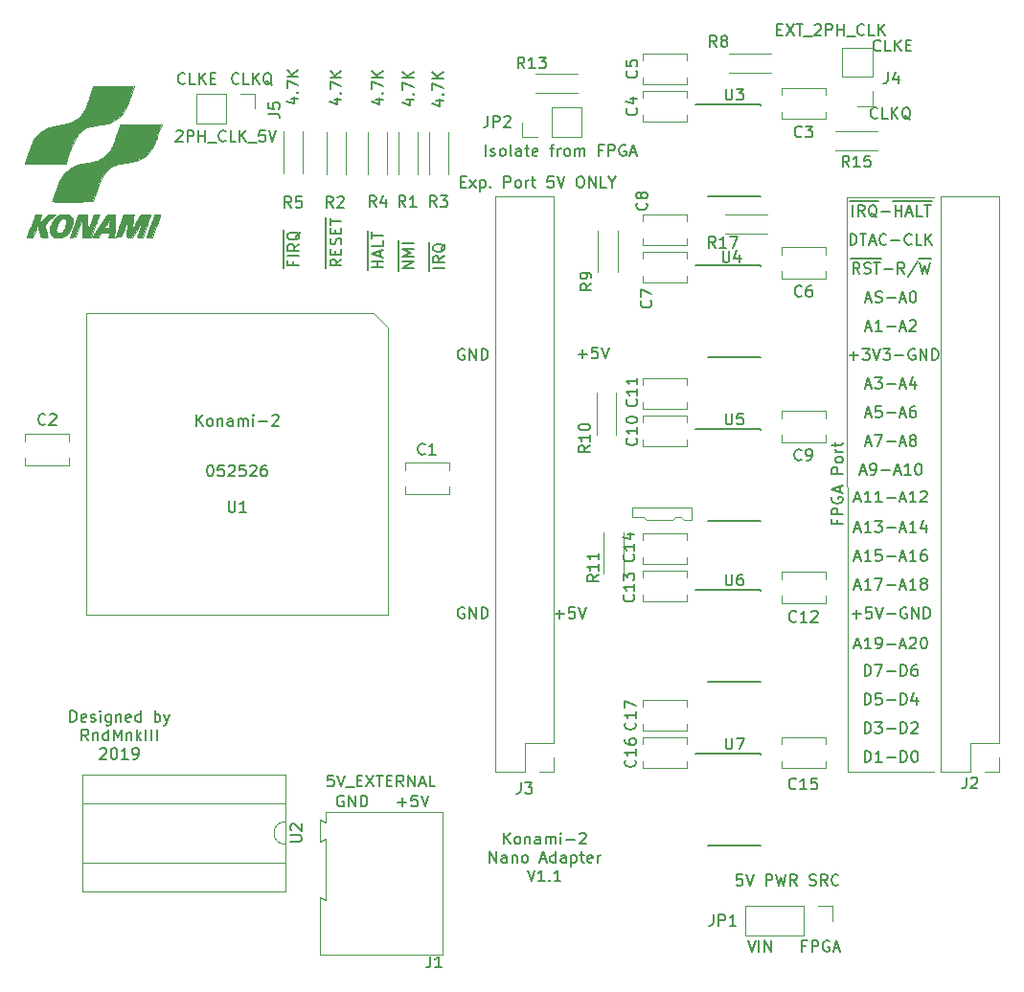
<source format=gbr>
G04 #@! TF.GenerationSoftware,KiCad,Pcbnew,(5.1.4)-1*
G04 #@! TF.CreationDate,2019-09-23T20:10:06+02:00*
G04 #@! TF.ProjectId,Konami-2_DE10Nano_adapter,4b6f6e61-6d69-42d3-925f-444531304e61,1.1*
G04 #@! TF.SameCoordinates,Original*
G04 #@! TF.FileFunction,Legend,Top*
G04 #@! TF.FilePolarity,Positive*
%FSLAX46Y46*%
G04 Gerber Fmt 4.6, Leading zero omitted, Abs format (unit mm)*
G04 Created by KiCad (PCBNEW (5.1.4)-1) date 2019-09-23 20:10:06*
%MOMM*%
%LPD*%
G04 APERTURE LIST*
%ADD10C,0.150000*%
%ADD11C,0.120000*%
%ADD12C,0.010000*%
%ADD13C,0.101600*%
G04 APERTURE END LIST*
D10*
X217090785Y-73858428D02*
X217852690Y-73858428D01*
X217471738Y-74239380D02*
X217471738Y-73477476D01*
X218805071Y-73239380D02*
X218328880Y-73239380D01*
X218281261Y-73715571D01*
X218328880Y-73667952D01*
X218424119Y-73620333D01*
X218662214Y-73620333D01*
X218757452Y-73667952D01*
X218805071Y-73715571D01*
X218852690Y-73810809D01*
X218852690Y-74048904D01*
X218805071Y-74144142D01*
X218757452Y-74191761D01*
X218662214Y-74239380D01*
X218424119Y-74239380D01*
X218328880Y-74191761D01*
X218281261Y-74144142D01*
X219138404Y-73239380D02*
X219471738Y-74239380D01*
X219805071Y-73239380D01*
X207010095Y-73414000D02*
X206914857Y-73366380D01*
X206772000Y-73366380D01*
X206629142Y-73414000D01*
X206533904Y-73509238D01*
X206486285Y-73604476D01*
X206438666Y-73794952D01*
X206438666Y-73937809D01*
X206486285Y-74128285D01*
X206533904Y-74223523D01*
X206629142Y-74318761D01*
X206772000Y-74366380D01*
X206867238Y-74366380D01*
X207010095Y-74318761D01*
X207057714Y-74271142D01*
X207057714Y-73937809D01*
X206867238Y-73937809D01*
X207486285Y-74366380D02*
X207486285Y-73366380D01*
X208057714Y-74366380D01*
X208057714Y-73366380D01*
X208533904Y-74366380D02*
X208533904Y-73366380D01*
X208772000Y-73366380D01*
X208914857Y-73414000D01*
X209010095Y-73509238D01*
X209057714Y-73604476D01*
X209105333Y-73794952D01*
X209105333Y-73937809D01*
X209057714Y-74128285D01*
X209010095Y-74223523D01*
X208914857Y-74318761D01*
X208772000Y-74366380D01*
X208533904Y-74366380D01*
X215058785Y-96845428D02*
X215820690Y-96845428D01*
X215439738Y-97226380D02*
X215439738Y-96464476D01*
X216773071Y-96226380D02*
X216296880Y-96226380D01*
X216249261Y-96702571D01*
X216296880Y-96654952D01*
X216392119Y-96607333D01*
X216630214Y-96607333D01*
X216725452Y-96654952D01*
X216773071Y-96702571D01*
X216820690Y-96797809D01*
X216820690Y-97035904D01*
X216773071Y-97131142D01*
X216725452Y-97178761D01*
X216630214Y-97226380D01*
X216392119Y-97226380D01*
X216296880Y-97178761D01*
X216249261Y-97131142D01*
X217106404Y-96226380D02*
X217439738Y-97226380D01*
X217773071Y-96226380D01*
X207010095Y-96274000D02*
X206914857Y-96226380D01*
X206772000Y-96226380D01*
X206629142Y-96274000D01*
X206533904Y-96369238D01*
X206486285Y-96464476D01*
X206438666Y-96654952D01*
X206438666Y-96797809D01*
X206486285Y-96988285D01*
X206533904Y-97083523D01*
X206629142Y-97178761D01*
X206772000Y-97226380D01*
X206867238Y-97226380D01*
X207010095Y-97178761D01*
X207057714Y-97131142D01*
X207057714Y-96797809D01*
X206867238Y-96797809D01*
X207486285Y-97226380D02*
X207486285Y-96226380D01*
X208057714Y-97226380D01*
X208057714Y-96226380D01*
X208533904Y-97226380D02*
X208533904Y-96226380D01*
X208772000Y-96226380D01*
X208914857Y-96274000D01*
X209010095Y-96369238D01*
X209057714Y-96464476D01*
X209105333Y-96654952D01*
X209105333Y-96797809D01*
X209057714Y-96988285D01*
X209010095Y-97083523D01*
X208914857Y-97178761D01*
X208772000Y-97226380D01*
X208533904Y-97226380D01*
X242395666Y-109926380D02*
X242395666Y-108926380D01*
X242633761Y-108926380D01*
X242776619Y-108974000D01*
X242871857Y-109069238D01*
X242919476Y-109164476D01*
X242967095Y-109354952D01*
X242967095Y-109497809D01*
X242919476Y-109688285D01*
X242871857Y-109783523D01*
X242776619Y-109878761D01*
X242633761Y-109926380D01*
X242395666Y-109926380D01*
X243919476Y-109926380D02*
X243348047Y-109926380D01*
X243633761Y-109926380D02*
X243633761Y-108926380D01*
X243538523Y-109069238D01*
X243443285Y-109164476D01*
X243348047Y-109212095D01*
X244348047Y-109545428D02*
X245109952Y-109545428D01*
X245586142Y-109926380D02*
X245586142Y-108926380D01*
X245824238Y-108926380D01*
X245967095Y-108974000D01*
X246062333Y-109069238D01*
X246109952Y-109164476D01*
X246157571Y-109354952D01*
X246157571Y-109497809D01*
X246109952Y-109688285D01*
X246062333Y-109783523D01*
X245967095Y-109878761D01*
X245824238Y-109926380D01*
X245586142Y-109926380D01*
X246776619Y-108926380D02*
X246871857Y-108926380D01*
X246967095Y-108974000D01*
X247014714Y-109021619D01*
X247062333Y-109116857D01*
X247109952Y-109307333D01*
X247109952Y-109545428D01*
X247062333Y-109735904D01*
X247014714Y-109831142D01*
X246967095Y-109878761D01*
X246871857Y-109926380D01*
X246776619Y-109926380D01*
X246681380Y-109878761D01*
X246633761Y-109831142D01*
X246586142Y-109735904D01*
X246538523Y-109545428D01*
X246538523Y-109307333D01*
X246586142Y-109116857D01*
X246633761Y-109021619D01*
X246681380Y-108974000D01*
X246776619Y-108926380D01*
X242395666Y-107386380D02*
X242395666Y-106386380D01*
X242633761Y-106386380D01*
X242776619Y-106434000D01*
X242871857Y-106529238D01*
X242919476Y-106624476D01*
X242967095Y-106814952D01*
X242967095Y-106957809D01*
X242919476Y-107148285D01*
X242871857Y-107243523D01*
X242776619Y-107338761D01*
X242633761Y-107386380D01*
X242395666Y-107386380D01*
X243300428Y-106386380D02*
X243919476Y-106386380D01*
X243586142Y-106767333D01*
X243729000Y-106767333D01*
X243824238Y-106814952D01*
X243871857Y-106862571D01*
X243919476Y-106957809D01*
X243919476Y-107195904D01*
X243871857Y-107291142D01*
X243824238Y-107338761D01*
X243729000Y-107386380D01*
X243443285Y-107386380D01*
X243348047Y-107338761D01*
X243300428Y-107291142D01*
X244348047Y-107005428D02*
X245109952Y-107005428D01*
X245586142Y-107386380D02*
X245586142Y-106386380D01*
X245824238Y-106386380D01*
X245967095Y-106434000D01*
X246062333Y-106529238D01*
X246109952Y-106624476D01*
X246157571Y-106814952D01*
X246157571Y-106957809D01*
X246109952Y-107148285D01*
X246062333Y-107243523D01*
X245967095Y-107338761D01*
X245824238Y-107386380D01*
X245586142Y-107386380D01*
X246538523Y-106481619D02*
X246586142Y-106434000D01*
X246681380Y-106386380D01*
X246919476Y-106386380D01*
X247014714Y-106434000D01*
X247062333Y-106481619D01*
X247109952Y-106576857D01*
X247109952Y-106672095D01*
X247062333Y-106814952D01*
X246490904Y-107386380D01*
X247109952Y-107386380D01*
X242395666Y-104846380D02*
X242395666Y-103846380D01*
X242633761Y-103846380D01*
X242776619Y-103894000D01*
X242871857Y-103989238D01*
X242919476Y-104084476D01*
X242967095Y-104274952D01*
X242967095Y-104417809D01*
X242919476Y-104608285D01*
X242871857Y-104703523D01*
X242776619Y-104798761D01*
X242633761Y-104846380D01*
X242395666Y-104846380D01*
X243871857Y-103846380D02*
X243395666Y-103846380D01*
X243348047Y-104322571D01*
X243395666Y-104274952D01*
X243490904Y-104227333D01*
X243729000Y-104227333D01*
X243824238Y-104274952D01*
X243871857Y-104322571D01*
X243919476Y-104417809D01*
X243919476Y-104655904D01*
X243871857Y-104751142D01*
X243824238Y-104798761D01*
X243729000Y-104846380D01*
X243490904Y-104846380D01*
X243395666Y-104798761D01*
X243348047Y-104751142D01*
X244348047Y-104465428D02*
X245109952Y-104465428D01*
X245586142Y-104846380D02*
X245586142Y-103846380D01*
X245824238Y-103846380D01*
X245967095Y-103894000D01*
X246062333Y-103989238D01*
X246109952Y-104084476D01*
X246157571Y-104274952D01*
X246157571Y-104417809D01*
X246109952Y-104608285D01*
X246062333Y-104703523D01*
X245967095Y-104798761D01*
X245824238Y-104846380D01*
X245586142Y-104846380D01*
X247014714Y-104179714D02*
X247014714Y-104846380D01*
X246776619Y-103798761D02*
X246538523Y-104513047D01*
X247157571Y-104513047D01*
X242395666Y-102306380D02*
X242395666Y-101306380D01*
X242633761Y-101306380D01*
X242776619Y-101354000D01*
X242871857Y-101449238D01*
X242919476Y-101544476D01*
X242967095Y-101734952D01*
X242967095Y-101877809D01*
X242919476Y-102068285D01*
X242871857Y-102163523D01*
X242776619Y-102258761D01*
X242633761Y-102306380D01*
X242395666Y-102306380D01*
X243300428Y-101306380D02*
X243967095Y-101306380D01*
X243538523Y-102306380D01*
X244348047Y-101925428D02*
X245109952Y-101925428D01*
X245586142Y-102306380D02*
X245586142Y-101306380D01*
X245824238Y-101306380D01*
X245967095Y-101354000D01*
X246062333Y-101449238D01*
X246109952Y-101544476D01*
X246157571Y-101734952D01*
X246157571Y-101877809D01*
X246109952Y-102068285D01*
X246062333Y-102163523D01*
X245967095Y-102258761D01*
X245824238Y-102306380D01*
X245586142Y-102306380D01*
X247014714Y-101306380D02*
X246824238Y-101306380D01*
X246729000Y-101354000D01*
X246681380Y-101401619D01*
X246586142Y-101544476D01*
X246538523Y-101734952D01*
X246538523Y-102115904D01*
X246586142Y-102211142D01*
X246633761Y-102258761D01*
X246729000Y-102306380D01*
X246919476Y-102306380D01*
X247014714Y-102258761D01*
X247062333Y-102211142D01*
X247109952Y-102115904D01*
X247109952Y-101877809D01*
X247062333Y-101782571D01*
X247014714Y-101734952D01*
X246919476Y-101687333D01*
X246729000Y-101687333D01*
X246633761Y-101734952D01*
X246586142Y-101782571D01*
X246538523Y-101877809D01*
X241538523Y-99607666D02*
X242014714Y-99607666D01*
X241443285Y-99893380D02*
X241776619Y-98893380D01*
X242109952Y-99893380D01*
X242967095Y-99893380D02*
X242395666Y-99893380D01*
X242681380Y-99893380D02*
X242681380Y-98893380D01*
X242586142Y-99036238D01*
X242490904Y-99131476D01*
X242395666Y-99179095D01*
X243443285Y-99893380D02*
X243633761Y-99893380D01*
X243729000Y-99845761D01*
X243776619Y-99798142D01*
X243871857Y-99655285D01*
X243919476Y-99464809D01*
X243919476Y-99083857D01*
X243871857Y-98988619D01*
X243824238Y-98941000D01*
X243729000Y-98893380D01*
X243538523Y-98893380D01*
X243443285Y-98941000D01*
X243395666Y-98988619D01*
X243348047Y-99083857D01*
X243348047Y-99321952D01*
X243395666Y-99417190D01*
X243443285Y-99464809D01*
X243538523Y-99512428D01*
X243729000Y-99512428D01*
X243824238Y-99464809D01*
X243871857Y-99417190D01*
X243919476Y-99321952D01*
X244348047Y-99512428D02*
X245109952Y-99512428D01*
X245538523Y-99607666D02*
X246014714Y-99607666D01*
X245443285Y-99893380D02*
X245776619Y-98893380D01*
X246109952Y-99893380D01*
X246395666Y-98988619D02*
X246443285Y-98941000D01*
X246538523Y-98893380D01*
X246776619Y-98893380D01*
X246871857Y-98941000D01*
X246919476Y-98988619D01*
X246967095Y-99083857D01*
X246967095Y-99179095D01*
X246919476Y-99321952D01*
X246348047Y-99893380D01*
X246967095Y-99893380D01*
X247586142Y-98893380D02*
X247681380Y-98893380D01*
X247776619Y-98941000D01*
X247824238Y-98988619D01*
X247871857Y-99083857D01*
X247919476Y-99274333D01*
X247919476Y-99512428D01*
X247871857Y-99702904D01*
X247824238Y-99798142D01*
X247776619Y-99845761D01*
X247681380Y-99893380D01*
X247586142Y-99893380D01*
X247490904Y-99845761D01*
X247443285Y-99798142D01*
X247395666Y-99702904D01*
X247348047Y-99512428D01*
X247348047Y-99274333D01*
X247395666Y-99083857D01*
X247443285Y-98988619D01*
X247490904Y-98941000D01*
X247586142Y-98893380D01*
X241300428Y-96845428D02*
X242062333Y-96845428D01*
X241681380Y-97226380D02*
X241681380Y-96464476D01*
X243014714Y-96226380D02*
X242538523Y-96226380D01*
X242490904Y-96702571D01*
X242538523Y-96654952D01*
X242633761Y-96607333D01*
X242871857Y-96607333D01*
X242967095Y-96654952D01*
X243014714Y-96702571D01*
X243062333Y-96797809D01*
X243062333Y-97035904D01*
X243014714Y-97131142D01*
X242967095Y-97178761D01*
X242871857Y-97226380D01*
X242633761Y-97226380D01*
X242538523Y-97178761D01*
X242490904Y-97131142D01*
X243348047Y-96226380D02*
X243681380Y-97226380D01*
X244014714Y-96226380D01*
X244348047Y-96845428D02*
X245109952Y-96845428D01*
X246109952Y-96274000D02*
X246014714Y-96226380D01*
X245871857Y-96226380D01*
X245729000Y-96274000D01*
X245633761Y-96369238D01*
X245586142Y-96464476D01*
X245538523Y-96654952D01*
X245538523Y-96797809D01*
X245586142Y-96988285D01*
X245633761Y-97083523D01*
X245729000Y-97178761D01*
X245871857Y-97226380D01*
X245967095Y-97226380D01*
X246109952Y-97178761D01*
X246157571Y-97131142D01*
X246157571Y-96797809D01*
X245967095Y-96797809D01*
X246586142Y-97226380D02*
X246586142Y-96226380D01*
X247157571Y-97226380D01*
X247157571Y-96226380D01*
X247633761Y-97226380D02*
X247633761Y-96226380D01*
X247871857Y-96226380D01*
X248014714Y-96274000D01*
X248109952Y-96369238D01*
X248157571Y-96464476D01*
X248205190Y-96654952D01*
X248205190Y-96797809D01*
X248157571Y-96988285D01*
X248109952Y-97083523D01*
X248014714Y-97178761D01*
X247871857Y-97226380D01*
X247633761Y-97226380D01*
X241538523Y-94400666D02*
X242014714Y-94400666D01*
X241443285Y-94686380D02*
X241776619Y-93686380D01*
X242109952Y-94686380D01*
X242967095Y-94686380D02*
X242395666Y-94686380D01*
X242681380Y-94686380D02*
X242681380Y-93686380D01*
X242586142Y-93829238D01*
X242490904Y-93924476D01*
X242395666Y-93972095D01*
X243300428Y-93686380D02*
X243967095Y-93686380D01*
X243538523Y-94686380D01*
X244348047Y-94305428D02*
X245109952Y-94305428D01*
X245538523Y-94400666D02*
X246014714Y-94400666D01*
X245443285Y-94686380D02*
X245776619Y-93686380D01*
X246109952Y-94686380D01*
X246967095Y-94686380D02*
X246395666Y-94686380D01*
X246681380Y-94686380D02*
X246681380Y-93686380D01*
X246586142Y-93829238D01*
X246490904Y-93924476D01*
X246395666Y-93972095D01*
X247538523Y-94114952D02*
X247443285Y-94067333D01*
X247395666Y-94019714D01*
X247348047Y-93924476D01*
X247348047Y-93876857D01*
X247395666Y-93781619D01*
X247443285Y-93734000D01*
X247538523Y-93686380D01*
X247729000Y-93686380D01*
X247824238Y-93734000D01*
X247871857Y-93781619D01*
X247919476Y-93876857D01*
X247919476Y-93924476D01*
X247871857Y-94019714D01*
X247824238Y-94067333D01*
X247729000Y-94114952D01*
X247538523Y-94114952D01*
X247443285Y-94162571D01*
X247395666Y-94210190D01*
X247348047Y-94305428D01*
X247348047Y-94495904D01*
X247395666Y-94591142D01*
X247443285Y-94638761D01*
X247538523Y-94686380D01*
X247729000Y-94686380D01*
X247824238Y-94638761D01*
X247871857Y-94591142D01*
X247919476Y-94495904D01*
X247919476Y-94305428D01*
X247871857Y-94210190D01*
X247824238Y-94162571D01*
X247729000Y-94114952D01*
X241538523Y-91860666D02*
X242014714Y-91860666D01*
X241443285Y-92146380D02*
X241776619Y-91146380D01*
X242109952Y-92146380D01*
X242967095Y-92146380D02*
X242395666Y-92146380D01*
X242681380Y-92146380D02*
X242681380Y-91146380D01*
X242586142Y-91289238D01*
X242490904Y-91384476D01*
X242395666Y-91432095D01*
X243871857Y-91146380D02*
X243395666Y-91146380D01*
X243348047Y-91622571D01*
X243395666Y-91574952D01*
X243490904Y-91527333D01*
X243729000Y-91527333D01*
X243824238Y-91574952D01*
X243871857Y-91622571D01*
X243919476Y-91717809D01*
X243919476Y-91955904D01*
X243871857Y-92051142D01*
X243824238Y-92098761D01*
X243729000Y-92146380D01*
X243490904Y-92146380D01*
X243395666Y-92098761D01*
X243348047Y-92051142D01*
X244348047Y-91765428D02*
X245109952Y-91765428D01*
X245538523Y-91860666D02*
X246014714Y-91860666D01*
X245443285Y-92146380D02*
X245776619Y-91146380D01*
X246109952Y-92146380D01*
X246967095Y-92146380D02*
X246395666Y-92146380D01*
X246681380Y-92146380D02*
X246681380Y-91146380D01*
X246586142Y-91289238D01*
X246490904Y-91384476D01*
X246395666Y-91432095D01*
X247824238Y-91146380D02*
X247633761Y-91146380D01*
X247538523Y-91194000D01*
X247490904Y-91241619D01*
X247395666Y-91384476D01*
X247348047Y-91574952D01*
X247348047Y-91955904D01*
X247395666Y-92051142D01*
X247443285Y-92098761D01*
X247538523Y-92146380D01*
X247729000Y-92146380D01*
X247824238Y-92098761D01*
X247871857Y-92051142D01*
X247919476Y-91955904D01*
X247919476Y-91717809D01*
X247871857Y-91622571D01*
X247824238Y-91574952D01*
X247729000Y-91527333D01*
X247538523Y-91527333D01*
X247443285Y-91574952D01*
X247395666Y-91622571D01*
X247348047Y-91717809D01*
X241538523Y-89320666D02*
X242014714Y-89320666D01*
X241443285Y-89606380D02*
X241776619Y-88606380D01*
X242109952Y-89606380D01*
X242967095Y-89606380D02*
X242395666Y-89606380D01*
X242681380Y-89606380D02*
X242681380Y-88606380D01*
X242586142Y-88749238D01*
X242490904Y-88844476D01*
X242395666Y-88892095D01*
X243300428Y-88606380D02*
X243919476Y-88606380D01*
X243586142Y-88987333D01*
X243729000Y-88987333D01*
X243824238Y-89034952D01*
X243871857Y-89082571D01*
X243919476Y-89177809D01*
X243919476Y-89415904D01*
X243871857Y-89511142D01*
X243824238Y-89558761D01*
X243729000Y-89606380D01*
X243443285Y-89606380D01*
X243348047Y-89558761D01*
X243300428Y-89511142D01*
X244348047Y-89225428D02*
X245109952Y-89225428D01*
X245538523Y-89320666D02*
X246014714Y-89320666D01*
X245443285Y-89606380D02*
X245776619Y-88606380D01*
X246109952Y-89606380D01*
X246967095Y-89606380D02*
X246395666Y-89606380D01*
X246681380Y-89606380D02*
X246681380Y-88606380D01*
X246586142Y-88749238D01*
X246490904Y-88844476D01*
X246395666Y-88892095D01*
X247824238Y-88939714D02*
X247824238Y-89606380D01*
X247586142Y-88558761D02*
X247348047Y-89273047D01*
X247967095Y-89273047D01*
X241538523Y-86653666D02*
X242014714Y-86653666D01*
X241443285Y-86939380D02*
X241776619Y-85939380D01*
X242109952Y-86939380D01*
X242967095Y-86939380D02*
X242395666Y-86939380D01*
X242681380Y-86939380D02*
X242681380Y-85939380D01*
X242586142Y-86082238D01*
X242490904Y-86177476D01*
X242395666Y-86225095D01*
X243919476Y-86939380D02*
X243348047Y-86939380D01*
X243633761Y-86939380D02*
X243633761Y-85939380D01*
X243538523Y-86082238D01*
X243443285Y-86177476D01*
X243348047Y-86225095D01*
X244348047Y-86558428D02*
X245109952Y-86558428D01*
X245538523Y-86653666D02*
X246014714Y-86653666D01*
X245443285Y-86939380D02*
X245776619Y-85939380D01*
X246109952Y-86939380D01*
X246967095Y-86939380D02*
X246395666Y-86939380D01*
X246681380Y-86939380D02*
X246681380Y-85939380D01*
X246586142Y-86082238D01*
X246490904Y-86177476D01*
X246395666Y-86225095D01*
X247348047Y-86034619D02*
X247395666Y-85987000D01*
X247490904Y-85939380D01*
X247729000Y-85939380D01*
X247824238Y-85987000D01*
X247871857Y-86034619D01*
X247919476Y-86129857D01*
X247919476Y-86225095D01*
X247871857Y-86367952D01*
X247300428Y-86939380D01*
X247919476Y-86939380D01*
X242014714Y-84240666D02*
X242490904Y-84240666D01*
X241919476Y-84526380D02*
X242252809Y-83526380D01*
X242586142Y-84526380D01*
X242967095Y-84526380D02*
X243157571Y-84526380D01*
X243252809Y-84478761D01*
X243300428Y-84431142D01*
X243395666Y-84288285D01*
X243443285Y-84097809D01*
X243443285Y-83716857D01*
X243395666Y-83621619D01*
X243348047Y-83574000D01*
X243252809Y-83526380D01*
X243062333Y-83526380D01*
X242967095Y-83574000D01*
X242919476Y-83621619D01*
X242871857Y-83716857D01*
X242871857Y-83954952D01*
X242919476Y-84050190D01*
X242967095Y-84097809D01*
X243062333Y-84145428D01*
X243252809Y-84145428D01*
X243348047Y-84097809D01*
X243395666Y-84050190D01*
X243443285Y-83954952D01*
X243871857Y-84145428D02*
X244633761Y-84145428D01*
X245062333Y-84240666D02*
X245538523Y-84240666D01*
X244967095Y-84526380D02*
X245300428Y-83526380D01*
X245633761Y-84526380D01*
X246490904Y-84526380D02*
X245919476Y-84526380D01*
X246205190Y-84526380D02*
X246205190Y-83526380D01*
X246109952Y-83669238D01*
X246014714Y-83764476D01*
X245919476Y-83812095D01*
X247109952Y-83526380D02*
X247205190Y-83526380D01*
X247300428Y-83574000D01*
X247348047Y-83621619D01*
X247395666Y-83716857D01*
X247443285Y-83907333D01*
X247443285Y-84145428D01*
X247395666Y-84335904D01*
X247348047Y-84431142D01*
X247300428Y-84478761D01*
X247205190Y-84526380D01*
X247109952Y-84526380D01*
X247014714Y-84478761D01*
X246967095Y-84431142D01*
X246919476Y-84335904D01*
X246871857Y-84145428D01*
X246871857Y-83907333D01*
X246919476Y-83716857D01*
X246967095Y-83621619D01*
X247014714Y-83574000D01*
X247109952Y-83526380D01*
X242490904Y-81700666D02*
X242967095Y-81700666D01*
X242395666Y-81986380D02*
X242729000Y-80986380D01*
X243062333Y-81986380D01*
X243300428Y-80986380D02*
X243967095Y-80986380D01*
X243538523Y-81986380D01*
X244348047Y-81605428D02*
X245109952Y-81605428D01*
X245538523Y-81700666D02*
X246014714Y-81700666D01*
X245443285Y-81986380D02*
X245776619Y-80986380D01*
X246109952Y-81986380D01*
X246586142Y-81414952D02*
X246490904Y-81367333D01*
X246443285Y-81319714D01*
X246395666Y-81224476D01*
X246395666Y-81176857D01*
X246443285Y-81081619D01*
X246490904Y-81034000D01*
X246586142Y-80986380D01*
X246776619Y-80986380D01*
X246871857Y-81034000D01*
X246919476Y-81081619D01*
X246967095Y-81176857D01*
X246967095Y-81224476D01*
X246919476Y-81319714D01*
X246871857Y-81367333D01*
X246776619Y-81414952D01*
X246586142Y-81414952D01*
X246490904Y-81462571D01*
X246443285Y-81510190D01*
X246395666Y-81605428D01*
X246395666Y-81795904D01*
X246443285Y-81891142D01*
X246490904Y-81938761D01*
X246586142Y-81986380D01*
X246776619Y-81986380D01*
X246871857Y-81938761D01*
X246919476Y-81891142D01*
X246967095Y-81795904D01*
X246967095Y-81605428D01*
X246919476Y-81510190D01*
X246871857Y-81462571D01*
X246776619Y-81414952D01*
X242490904Y-79160666D02*
X242967095Y-79160666D01*
X242395666Y-79446380D02*
X242729000Y-78446380D01*
X243062333Y-79446380D01*
X243871857Y-78446380D02*
X243395666Y-78446380D01*
X243348047Y-78922571D01*
X243395666Y-78874952D01*
X243490904Y-78827333D01*
X243729000Y-78827333D01*
X243824238Y-78874952D01*
X243871857Y-78922571D01*
X243919476Y-79017809D01*
X243919476Y-79255904D01*
X243871857Y-79351142D01*
X243824238Y-79398761D01*
X243729000Y-79446380D01*
X243490904Y-79446380D01*
X243395666Y-79398761D01*
X243348047Y-79351142D01*
X244348047Y-79065428D02*
X245109952Y-79065428D01*
X245538523Y-79160666D02*
X246014714Y-79160666D01*
X245443285Y-79446380D02*
X245776619Y-78446380D01*
X246109952Y-79446380D01*
X246871857Y-78446380D02*
X246681380Y-78446380D01*
X246586142Y-78494000D01*
X246538523Y-78541619D01*
X246443285Y-78684476D01*
X246395666Y-78874952D01*
X246395666Y-79255904D01*
X246443285Y-79351142D01*
X246490904Y-79398761D01*
X246586142Y-79446380D01*
X246776619Y-79446380D01*
X246871857Y-79398761D01*
X246919476Y-79351142D01*
X246967095Y-79255904D01*
X246967095Y-79017809D01*
X246919476Y-78922571D01*
X246871857Y-78874952D01*
X246776619Y-78827333D01*
X246586142Y-78827333D01*
X246490904Y-78874952D01*
X246443285Y-78922571D01*
X246395666Y-79017809D01*
X242490904Y-76620666D02*
X242967095Y-76620666D01*
X242395666Y-76906380D02*
X242729000Y-75906380D01*
X243062333Y-76906380D01*
X243300428Y-75906380D02*
X243919476Y-75906380D01*
X243586142Y-76287333D01*
X243729000Y-76287333D01*
X243824238Y-76334952D01*
X243871857Y-76382571D01*
X243919476Y-76477809D01*
X243919476Y-76715904D01*
X243871857Y-76811142D01*
X243824238Y-76858761D01*
X243729000Y-76906380D01*
X243443285Y-76906380D01*
X243348047Y-76858761D01*
X243300428Y-76811142D01*
X244348047Y-76525428D02*
X245109952Y-76525428D01*
X245538523Y-76620666D02*
X246014714Y-76620666D01*
X245443285Y-76906380D02*
X245776619Y-75906380D01*
X246109952Y-76906380D01*
X246871857Y-76239714D02*
X246871857Y-76906380D01*
X246633761Y-75858761D02*
X246395666Y-76573047D01*
X247014714Y-76573047D01*
X241078238Y-73985428D02*
X241840142Y-73985428D01*
X241459190Y-74366380D02*
X241459190Y-73604476D01*
X242221095Y-73366380D02*
X242840142Y-73366380D01*
X242506809Y-73747333D01*
X242649666Y-73747333D01*
X242744904Y-73794952D01*
X242792523Y-73842571D01*
X242840142Y-73937809D01*
X242840142Y-74175904D01*
X242792523Y-74271142D01*
X242744904Y-74318761D01*
X242649666Y-74366380D01*
X242363952Y-74366380D01*
X242268714Y-74318761D01*
X242221095Y-74271142D01*
X243125857Y-73366380D02*
X243459190Y-74366380D01*
X243792523Y-73366380D01*
X244030619Y-73366380D02*
X244649666Y-73366380D01*
X244316333Y-73747333D01*
X244459190Y-73747333D01*
X244554428Y-73794952D01*
X244602047Y-73842571D01*
X244649666Y-73937809D01*
X244649666Y-74175904D01*
X244602047Y-74271142D01*
X244554428Y-74318761D01*
X244459190Y-74366380D01*
X244173476Y-74366380D01*
X244078238Y-74318761D01*
X244030619Y-74271142D01*
X245078238Y-73985428D02*
X245840142Y-73985428D01*
X246840142Y-73414000D02*
X246744904Y-73366380D01*
X246602047Y-73366380D01*
X246459190Y-73414000D01*
X246363952Y-73509238D01*
X246316333Y-73604476D01*
X246268714Y-73794952D01*
X246268714Y-73937809D01*
X246316333Y-74128285D01*
X246363952Y-74223523D01*
X246459190Y-74318761D01*
X246602047Y-74366380D01*
X246697285Y-74366380D01*
X246840142Y-74318761D01*
X246887761Y-74271142D01*
X246887761Y-73937809D01*
X246697285Y-73937809D01*
X247316333Y-74366380D02*
X247316333Y-73366380D01*
X247887761Y-74366380D01*
X247887761Y-73366380D01*
X248363952Y-74366380D02*
X248363952Y-73366380D01*
X248602047Y-73366380D01*
X248744904Y-73414000D01*
X248840142Y-73509238D01*
X248887761Y-73604476D01*
X248935380Y-73794952D01*
X248935380Y-73937809D01*
X248887761Y-74128285D01*
X248840142Y-74223523D01*
X248744904Y-74318761D01*
X248602047Y-74366380D01*
X248363952Y-74366380D01*
X242490904Y-71540666D02*
X242967095Y-71540666D01*
X242395666Y-71826380D02*
X242729000Y-70826380D01*
X243062333Y-71826380D01*
X243919476Y-71826380D02*
X243348047Y-71826380D01*
X243633761Y-71826380D02*
X243633761Y-70826380D01*
X243538523Y-70969238D01*
X243443285Y-71064476D01*
X243348047Y-71112095D01*
X244348047Y-71445428D02*
X245109952Y-71445428D01*
X245538523Y-71540666D02*
X246014714Y-71540666D01*
X245443285Y-71826380D02*
X245776619Y-70826380D01*
X246109952Y-71826380D01*
X246395666Y-70921619D02*
X246443285Y-70874000D01*
X246538523Y-70826380D01*
X246776619Y-70826380D01*
X246871857Y-70874000D01*
X246919476Y-70921619D01*
X246967095Y-71016857D01*
X246967095Y-71112095D01*
X246919476Y-71254952D01*
X246348047Y-71826380D01*
X246967095Y-71826380D01*
X242490904Y-69000666D02*
X242967095Y-69000666D01*
X242395666Y-69286380D02*
X242729000Y-68286380D01*
X243062333Y-69286380D01*
X243348047Y-69238761D02*
X243490904Y-69286380D01*
X243729000Y-69286380D01*
X243824238Y-69238761D01*
X243871857Y-69191142D01*
X243919476Y-69095904D01*
X243919476Y-69000666D01*
X243871857Y-68905428D01*
X243824238Y-68857809D01*
X243729000Y-68810190D01*
X243538523Y-68762571D01*
X243443285Y-68714952D01*
X243395666Y-68667333D01*
X243348047Y-68572095D01*
X243348047Y-68476857D01*
X243395666Y-68381619D01*
X243443285Y-68334000D01*
X243538523Y-68286380D01*
X243776619Y-68286380D01*
X243919476Y-68334000D01*
X244348047Y-68905428D02*
X245109952Y-68905428D01*
X245538523Y-69000666D02*
X246014714Y-69000666D01*
X245443285Y-69286380D02*
X245776619Y-68286380D01*
X246109952Y-69286380D01*
X246633761Y-68286380D02*
X246729000Y-68286380D01*
X246824238Y-68334000D01*
X246871857Y-68381619D01*
X246919476Y-68476857D01*
X246967095Y-68667333D01*
X246967095Y-68905428D01*
X246919476Y-69095904D01*
X246871857Y-69191142D01*
X246824238Y-69238761D01*
X246729000Y-69286380D01*
X246633761Y-69286380D01*
X246538523Y-69238761D01*
X246490904Y-69191142D01*
X246443285Y-69095904D01*
X246395666Y-68905428D01*
X246395666Y-68667333D01*
X246443285Y-68476857D01*
X246490904Y-68381619D01*
X246538523Y-68334000D01*
X246633761Y-68286380D01*
D11*
X240792000Y-59944000D02*
X248539000Y-59944000D01*
X240792000Y-60071000D02*
X240792000Y-59944000D01*
X240919000Y-110744000D02*
X248539000Y-110744000D01*
X240792000Y-60071000D02*
X240919000Y-110744000D01*
D10*
X241157571Y-65379000D02*
X242157571Y-65379000D01*
X241967095Y-66746380D02*
X241633761Y-66270190D01*
X241395666Y-66746380D02*
X241395666Y-65746380D01*
X241776619Y-65746380D01*
X241871857Y-65794000D01*
X241919476Y-65841619D01*
X241967095Y-65936857D01*
X241967095Y-66079714D01*
X241919476Y-66174952D01*
X241871857Y-66222571D01*
X241776619Y-66270190D01*
X241395666Y-66270190D01*
X242157571Y-65379000D02*
X243109952Y-65379000D01*
X242348047Y-66698761D02*
X242490904Y-66746380D01*
X242729000Y-66746380D01*
X242824238Y-66698761D01*
X242871857Y-66651142D01*
X242919476Y-66555904D01*
X242919476Y-66460666D01*
X242871857Y-66365428D01*
X242824238Y-66317809D01*
X242729000Y-66270190D01*
X242538523Y-66222571D01*
X242443285Y-66174952D01*
X242395666Y-66127333D01*
X242348047Y-66032095D01*
X242348047Y-65936857D01*
X242395666Y-65841619D01*
X242443285Y-65794000D01*
X242538523Y-65746380D01*
X242776619Y-65746380D01*
X242919476Y-65794000D01*
X243109952Y-65379000D02*
X243871857Y-65379000D01*
X243205190Y-65746380D02*
X243776619Y-65746380D01*
X243490904Y-66746380D02*
X243490904Y-65746380D01*
X244109952Y-66365428D02*
X244871857Y-66365428D01*
X245919476Y-66746380D02*
X245586142Y-66270190D01*
X245348047Y-66746380D02*
X245348047Y-65746380D01*
X245729000Y-65746380D01*
X245824238Y-65794000D01*
X245871857Y-65841619D01*
X245919476Y-65936857D01*
X245919476Y-66079714D01*
X245871857Y-66174952D01*
X245824238Y-66222571D01*
X245729000Y-66270190D01*
X245348047Y-66270190D01*
X247062333Y-65698761D02*
X246205190Y-66984476D01*
X247157571Y-65379000D02*
X248300428Y-65379000D01*
X247300428Y-65746380D02*
X247538523Y-66746380D01*
X247729000Y-66032095D01*
X247919476Y-66746380D01*
X248157571Y-65746380D01*
X241133761Y-64206380D02*
X241133761Y-63206380D01*
X241371857Y-63206380D01*
X241514714Y-63254000D01*
X241609952Y-63349238D01*
X241657571Y-63444476D01*
X241705190Y-63634952D01*
X241705190Y-63777809D01*
X241657571Y-63968285D01*
X241609952Y-64063523D01*
X241514714Y-64158761D01*
X241371857Y-64206380D01*
X241133761Y-64206380D01*
X241990904Y-63206380D02*
X242562333Y-63206380D01*
X242276619Y-64206380D02*
X242276619Y-63206380D01*
X242848047Y-63920666D02*
X243324238Y-63920666D01*
X242752809Y-64206380D02*
X243086142Y-63206380D01*
X243419476Y-64206380D01*
X244324238Y-64111142D02*
X244276619Y-64158761D01*
X244133761Y-64206380D01*
X244038523Y-64206380D01*
X243895666Y-64158761D01*
X243800428Y-64063523D01*
X243752809Y-63968285D01*
X243705190Y-63777809D01*
X243705190Y-63634952D01*
X243752809Y-63444476D01*
X243800428Y-63349238D01*
X243895666Y-63254000D01*
X244038523Y-63206380D01*
X244133761Y-63206380D01*
X244276619Y-63254000D01*
X244324238Y-63301619D01*
X244752809Y-63825428D02*
X245514714Y-63825428D01*
X246562333Y-64111142D02*
X246514714Y-64158761D01*
X246371857Y-64206380D01*
X246276619Y-64206380D01*
X246133761Y-64158761D01*
X246038523Y-64063523D01*
X245990904Y-63968285D01*
X245943285Y-63777809D01*
X245943285Y-63634952D01*
X245990904Y-63444476D01*
X246038523Y-63349238D01*
X246133761Y-63254000D01*
X246276619Y-63206380D01*
X246371857Y-63206380D01*
X246514714Y-63254000D01*
X246562333Y-63301619D01*
X247467095Y-64206380D02*
X246990904Y-64206380D01*
X246990904Y-63206380D01*
X247800428Y-64206380D02*
X247800428Y-63206380D01*
X248371857Y-64206380D02*
X247943285Y-63634952D01*
X248371857Y-63206380D02*
X247800428Y-63777809D01*
X241109952Y-60299000D02*
X241586142Y-60299000D01*
X241348047Y-61666380D02*
X241348047Y-60666380D01*
X241586142Y-60299000D02*
X242586142Y-60299000D01*
X242395666Y-61666380D02*
X242062333Y-61190190D01*
X241824238Y-61666380D02*
X241824238Y-60666380D01*
X242205190Y-60666380D01*
X242300428Y-60714000D01*
X242348047Y-60761619D01*
X242395666Y-60856857D01*
X242395666Y-60999714D01*
X242348047Y-61094952D01*
X242300428Y-61142571D01*
X242205190Y-61190190D01*
X241824238Y-61190190D01*
X242586142Y-60299000D02*
X243633761Y-60299000D01*
X243490904Y-61761619D02*
X243395666Y-61714000D01*
X243300428Y-61618761D01*
X243157571Y-61475904D01*
X243062333Y-61428285D01*
X242967095Y-61428285D01*
X243014714Y-61666380D02*
X242919476Y-61618761D01*
X242824238Y-61523523D01*
X242776619Y-61333047D01*
X242776619Y-60999714D01*
X242824238Y-60809238D01*
X242919476Y-60714000D01*
X243014714Y-60666380D01*
X243205190Y-60666380D01*
X243300428Y-60714000D01*
X243395666Y-60809238D01*
X243443285Y-60999714D01*
X243443285Y-61333047D01*
X243395666Y-61523523D01*
X243300428Y-61618761D01*
X243205190Y-61666380D01*
X243014714Y-61666380D01*
X243871857Y-61285428D02*
X244633761Y-61285428D01*
X244871857Y-60299000D02*
X245919476Y-60299000D01*
X245109952Y-61666380D02*
X245109952Y-60666380D01*
X245109952Y-61142571D02*
X245681380Y-61142571D01*
X245681380Y-61666380D02*
X245681380Y-60666380D01*
X245919476Y-60299000D02*
X246776619Y-60299000D01*
X246109952Y-61380666D02*
X246586142Y-61380666D01*
X246014714Y-61666380D02*
X246348047Y-60666380D01*
X246681380Y-61666380D01*
X246776619Y-60299000D02*
X247586142Y-60299000D01*
X247490904Y-61666380D02*
X247014714Y-61666380D01*
X247014714Y-60666380D01*
X247586142Y-60299000D02*
X248348047Y-60299000D01*
X247681380Y-60666380D02*
X248252809Y-60666380D01*
X247967095Y-61666380D02*
X247967095Y-60666380D01*
X232076761Y-125690380D02*
X232410095Y-126690380D01*
X232743428Y-125690380D01*
X233076761Y-126690380D02*
X233076761Y-125690380D01*
X233552952Y-126690380D02*
X233552952Y-125690380D01*
X234124380Y-126690380D01*
X234124380Y-125690380D01*
X237220285Y-126166571D02*
X236886952Y-126166571D01*
X236886952Y-126690380D02*
X236886952Y-125690380D01*
X237363142Y-125690380D01*
X237744095Y-126690380D02*
X237744095Y-125690380D01*
X238125047Y-125690380D01*
X238220285Y-125738000D01*
X238267904Y-125785619D01*
X238315523Y-125880857D01*
X238315523Y-126023714D01*
X238267904Y-126118952D01*
X238220285Y-126166571D01*
X238125047Y-126214190D01*
X237744095Y-126214190D01*
X239267904Y-125738000D02*
X239172666Y-125690380D01*
X239029809Y-125690380D01*
X238886952Y-125738000D01*
X238791714Y-125833238D01*
X238744095Y-125928476D01*
X238696476Y-126118952D01*
X238696476Y-126261809D01*
X238744095Y-126452285D01*
X238791714Y-126547523D01*
X238886952Y-126642761D01*
X239029809Y-126690380D01*
X239125047Y-126690380D01*
X239267904Y-126642761D01*
X239315523Y-126595142D01*
X239315523Y-126261809D01*
X239125047Y-126261809D01*
X239696476Y-126404666D02*
X240172666Y-126404666D01*
X239601238Y-126690380D02*
X239934571Y-125690380D01*
X240267904Y-126690380D01*
X210502952Y-117166380D02*
X210502952Y-116166380D01*
X211074380Y-117166380D02*
X210645809Y-116594952D01*
X211074380Y-116166380D02*
X210502952Y-116737809D01*
X211645809Y-117166380D02*
X211550571Y-117118761D01*
X211502952Y-117071142D01*
X211455333Y-116975904D01*
X211455333Y-116690190D01*
X211502952Y-116594952D01*
X211550571Y-116547333D01*
X211645809Y-116499714D01*
X211788666Y-116499714D01*
X211883904Y-116547333D01*
X211931523Y-116594952D01*
X211979142Y-116690190D01*
X211979142Y-116975904D01*
X211931523Y-117071142D01*
X211883904Y-117118761D01*
X211788666Y-117166380D01*
X211645809Y-117166380D01*
X212407714Y-116499714D02*
X212407714Y-117166380D01*
X212407714Y-116594952D02*
X212455333Y-116547333D01*
X212550571Y-116499714D01*
X212693428Y-116499714D01*
X212788666Y-116547333D01*
X212836285Y-116642571D01*
X212836285Y-117166380D01*
X213741047Y-117166380D02*
X213741047Y-116642571D01*
X213693428Y-116547333D01*
X213598190Y-116499714D01*
X213407714Y-116499714D01*
X213312476Y-116547333D01*
X213741047Y-117118761D02*
X213645809Y-117166380D01*
X213407714Y-117166380D01*
X213312476Y-117118761D01*
X213264857Y-117023523D01*
X213264857Y-116928285D01*
X213312476Y-116833047D01*
X213407714Y-116785428D01*
X213645809Y-116785428D01*
X213741047Y-116737809D01*
X214217238Y-117166380D02*
X214217238Y-116499714D01*
X214217238Y-116594952D02*
X214264857Y-116547333D01*
X214360095Y-116499714D01*
X214502952Y-116499714D01*
X214598190Y-116547333D01*
X214645809Y-116642571D01*
X214645809Y-117166380D01*
X214645809Y-116642571D02*
X214693428Y-116547333D01*
X214788666Y-116499714D01*
X214931523Y-116499714D01*
X215026761Y-116547333D01*
X215074380Y-116642571D01*
X215074380Y-117166380D01*
X215550571Y-117166380D02*
X215550571Y-116499714D01*
X215550571Y-116166380D02*
X215502952Y-116214000D01*
X215550571Y-116261619D01*
X215598190Y-116214000D01*
X215550571Y-116166380D01*
X215550571Y-116261619D01*
X216026761Y-116785428D02*
X216788666Y-116785428D01*
X217217238Y-116261619D02*
X217264857Y-116214000D01*
X217360095Y-116166380D01*
X217598190Y-116166380D01*
X217693428Y-116214000D01*
X217741047Y-116261619D01*
X217788666Y-116356857D01*
X217788666Y-116452095D01*
X217741047Y-116594952D01*
X217169619Y-117166380D01*
X217788666Y-117166380D01*
X209288666Y-118816380D02*
X209288666Y-117816380D01*
X209860095Y-118816380D01*
X209860095Y-117816380D01*
X210764857Y-118816380D02*
X210764857Y-118292571D01*
X210717238Y-118197333D01*
X210622000Y-118149714D01*
X210431523Y-118149714D01*
X210336285Y-118197333D01*
X210764857Y-118768761D02*
X210669619Y-118816380D01*
X210431523Y-118816380D01*
X210336285Y-118768761D01*
X210288666Y-118673523D01*
X210288666Y-118578285D01*
X210336285Y-118483047D01*
X210431523Y-118435428D01*
X210669619Y-118435428D01*
X210764857Y-118387809D01*
X211241047Y-118149714D02*
X211241047Y-118816380D01*
X211241047Y-118244952D02*
X211288666Y-118197333D01*
X211383904Y-118149714D01*
X211526761Y-118149714D01*
X211622000Y-118197333D01*
X211669619Y-118292571D01*
X211669619Y-118816380D01*
X212288666Y-118816380D02*
X212193428Y-118768761D01*
X212145809Y-118721142D01*
X212098190Y-118625904D01*
X212098190Y-118340190D01*
X212145809Y-118244952D01*
X212193428Y-118197333D01*
X212288666Y-118149714D01*
X212431523Y-118149714D01*
X212526761Y-118197333D01*
X212574380Y-118244952D01*
X212622000Y-118340190D01*
X212622000Y-118625904D01*
X212574380Y-118721142D01*
X212526761Y-118768761D01*
X212431523Y-118816380D01*
X212288666Y-118816380D01*
X213764857Y-118530666D02*
X214241047Y-118530666D01*
X213669619Y-118816380D02*
X214002952Y-117816380D01*
X214336285Y-118816380D01*
X215098190Y-118816380D02*
X215098190Y-117816380D01*
X215098190Y-118768761D02*
X215002952Y-118816380D01*
X214812476Y-118816380D01*
X214717238Y-118768761D01*
X214669619Y-118721142D01*
X214622000Y-118625904D01*
X214622000Y-118340190D01*
X214669619Y-118244952D01*
X214717238Y-118197333D01*
X214812476Y-118149714D01*
X215002952Y-118149714D01*
X215098190Y-118197333D01*
X216002952Y-118816380D02*
X216002952Y-118292571D01*
X215955333Y-118197333D01*
X215860095Y-118149714D01*
X215669619Y-118149714D01*
X215574380Y-118197333D01*
X216002952Y-118768761D02*
X215907714Y-118816380D01*
X215669619Y-118816380D01*
X215574380Y-118768761D01*
X215526761Y-118673523D01*
X215526761Y-118578285D01*
X215574380Y-118483047D01*
X215669619Y-118435428D01*
X215907714Y-118435428D01*
X216002952Y-118387809D01*
X216479142Y-118149714D02*
X216479142Y-119149714D01*
X216479142Y-118197333D02*
X216574380Y-118149714D01*
X216764857Y-118149714D01*
X216860095Y-118197333D01*
X216907714Y-118244952D01*
X216955333Y-118340190D01*
X216955333Y-118625904D01*
X216907714Y-118721142D01*
X216860095Y-118768761D01*
X216764857Y-118816380D01*
X216574380Y-118816380D01*
X216479142Y-118768761D01*
X217241047Y-118149714D02*
X217622000Y-118149714D01*
X217383904Y-117816380D02*
X217383904Y-118673523D01*
X217431523Y-118768761D01*
X217526761Y-118816380D01*
X217622000Y-118816380D01*
X218336285Y-118768761D02*
X218241047Y-118816380D01*
X218050571Y-118816380D01*
X217955333Y-118768761D01*
X217907714Y-118673523D01*
X217907714Y-118292571D01*
X217955333Y-118197333D01*
X218050571Y-118149714D01*
X218241047Y-118149714D01*
X218336285Y-118197333D01*
X218383904Y-118292571D01*
X218383904Y-118387809D01*
X217907714Y-118483047D01*
X218812476Y-118816380D02*
X218812476Y-118149714D01*
X218812476Y-118340190D02*
X218860095Y-118244952D01*
X218907714Y-118197333D01*
X219002952Y-118149714D01*
X219098190Y-118149714D01*
X212598190Y-119466380D02*
X212931523Y-120466380D01*
X213264857Y-119466380D01*
X214122000Y-120466380D02*
X213550571Y-120466380D01*
X213836285Y-120466380D02*
X213836285Y-119466380D01*
X213741047Y-119609238D01*
X213645809Y-119704476D01*
X213550571Y-119752095D01*
X214550571Y-120371142D02*
X214598190Y-120418761D01*
X214550571Y-120466380D01*
X214502952Y-120418761D01*
X214550571Y-120371142D01*
X214550571Y-120466380D01*
X215550571Y-120466380D02*
X214979142Y-120466380D01*
X215264857Y-120466380D02*
X215264857Y-119466380D01*
X215169619Y-119609238D01*
X215074380Y-119704476D01*
X214979142Y-119752095D01*
X172196666Y-106371380D02*
X172196666Y-105371380D01*
X172434761Y-105371380D01*
X172577619Y-105419000D01*
X172672857Y-105514238D01*
X172720476Y-105609476D01*
X172768095Y-105799952D01*
X172768095Y-105942809D01*
X172720476Y-106133285D01*
X172672857Y-106228523D01*
X172577619Y-106323761D01*
X172434761Y-106371380D01*
X172196666Y-106371380D01*
X173577619Y-106323761D02*
X173482380Y-106371380D01*
X173291904Y-106371380D01*
X173196666Y-106323761D01*
X173149047Y-106228523D01*
X173149047Y-105847571D01*
X173196666Y-105752333D01*
X173291904Y-105704714D01*
X173482380Y-105704714D01*
X173577619Y-105752333D01*
X173625238Y-105847571D01*
X173625238Y-105942809D01*
X173149047Y-106038047D01*
X174006190Y-106323761D02*
X174101428Y-106371380D01*
X174291904Y-106371380D01*
X174387142Y-106323761D01*
X174434761Y-106228523D01*
X174434761Y-106180904D01*
X174387142Y-106085666D01*
X174291904Y-106038047D01*
X174149047Y-106038047D01*
X174053809Y-105990428D01*
X174006190Y-105895190D01*
X174006190Y-105847571D01*
X174053809Y-105752333D01*
X174149047Y-105704714D01*
X174291904Y-105704714D01*
X174387142Y-105752333D01*
X174863333Y-106371380D02*
X174863333Y-105704714D01*
X174863333Y-105371380D02*
X174815714Y-105419000D01*
X174863333Y-105466619D01*
X174910952Y-105419000D01*
X174863333Y-105371380D01*
X174863333Y-105466619D01*
X175768095Y-105704714D02*
X175768095Y-106514238D01*
X175720476Y-106609476D01*
X175672857Y-106657095D01*
X175577619Y-106704714D01*
X175434761Y-106704714D01*
X175339523Y-106657095D01*
X175768095Y-106323761D02*
X175672857Y-106371380D01*
X175482380Y-106371380D01*
X175387142Y-106323761D01*
X175339523Y-106276142D01*
X175291904Y-106180904D01*
X175291904Y-105895190D01*
X175339523Y-105799952D01*
X175387142Y-105752333D01*
X175482380Y-105704714D01*
X175672857Y-105704714D01*
X175768095Y-105752333D01*
X176244285Y-105704714D02*
X176244285Y-106371380D01*
X176244285Y-105799952D02*
X176291904Y-105752333D01*
X176387142Y-105704714D01*
X176530000Y-105704714D01*
X176625238Y-105752333D01*
X176672857Y-105847571D01*
X176672857Y-106371380D01*
X177530000Y-106323761D02*
X177434761Y-106371380D01*
X177244285Y-106371380D01*
X177149047Y-106323761D01*
X177101428Y-106228523D01*
X177101428Y-105847571D01*
X177149047Y-105752333D01*
X177244285Y-105704714D01*
X177434761Y-105704714D01*
X177530000Y-105752333D01*
X177577619Y-105847571D01*
X177577619Y-105942809D01*
X177101428Y-106038047D01*
X178434761Y-106371380D02*
X178434761Y-105371380D01*
X178434761Y-106323761D02*
X178339523Y-106371380D01*
X178149047Y-106371380D01*
X178053809Y-106323761D01*
X178006190Y-106276142D01*
X177958571Y-106180904D01*
X177958571Y-105895190D01*
X178006190Y-105799952D01*
X178053809Y-105752333D01*
X178149047Y-105704714D01*
X178339523Y-105704714D01*
X178434761Y-105752333D01*
X179672857Y-106371380D02*
X179672857Y-105371380D01*
X179672857Y-105752333D02*
X179768095Y-105704714D01*
X179958571Y-105704714D01*
X180053809Y-105752333D01*
X180101428Y-105799952D01*
X180149047Y-105895190D01*
X180149047Y-106180904D01*
X180101428Y-106276142D01*
X180053809Y-106323761D01*
X179958571Y-106371380D01*
X179768095Y-106371380D01*
X179672857Y-106323761D01*
X180482380Y-105704714D02*
X180720476Y-106371380D01*
X180958571Y-105704714D02*
X180720476Y-106371380D01*
X180625238Y-106609476D01*
X180577619Y-106657095D01*
X180482380Y-106704714D01*
X173791904Y-108021380D02*
X173458571Y-107545190D01*
X173220476Y-108021380D02*
X173220476Y-107021380D01*
X173601428Y-107021380D01*
X173696666Y-107069000D01*
X173744285Y-107116619D01*
X173791904Y-107211857D01*
X173791904Y-107354714D01*
X173744285Y-107449952D01*
X173696666Y-107497571D01*
X173601428Y-107545190D01*
X173220476Y-107545190D01*
X174220476Y-107354714D02*
X174220476Y-108021380D01*
X174220476Y-107449952D02*
X174268095Y-107402333D01*
X174363333Y-107354714D01*
X174506190Y-107354714D01*
X174601428Y-107402333D01*
X174649047Y-107497571D01*
X174649047Y-108021380D01*
X175553809Y-108021380D02*
X175553809Y-107021380D01*
X175553809Y-107973761D02*
X175458571Y-108021380D01*
X175268095Y-108021380D01*
X175172857Y-107973761D01*
X175125238Y-107926142D01*
X175077619Y-107830904D01*
X175077619Y-107545190D01*
X175125238Y-107449952D01*
X175172857Y-107402333D01*
X175268095Y-107354714D01*
X175458571Y-107354714D01*
X175553809Y-107402333D01*
X176030000Y-108021380D02*
X176030000Y-107021380D01*
X176363333Y-107735666D01*
X176696666Y-107021380D01*
X176696666Y-108021380D01*
X177172857Y-107354714D02*
X177172857Y-108021380D01*
X177172857Y-107449952D02*
X177220476Y-107402333D01*
X177315714Y-107354714D01*
X177458571Y-107354714D01*
X177553809Y-107402333D01*
X177601428Y-107497571D01*
X177601428Y-108021380D01*
X178077619Y-108021380D02*
X178077619Y-107021380D01*
X178172857Y-107640428D02*
X178458571Y-108021380D01*
X178458571Y-107354714D02*
X178077619Y-107735666D01*
X178887142Y-108021380D02*
X178887142Y-107021380D01*
X179363333Y-108021380D02*
X179363333Y-107021380D01*
X179839523Y-108021380D02*
X179839523Y-107021380D01*
X174815714Y-108766619D02*
X174863333Y-108719000D01*
X174958571Y-108671380D01*
X175196666Y-108671380D01*
X175291904Y-108719000D01*
X175339523Y-108766619D01*
X175387142Y-108861857D01*
X175387142Y-108957095D01*
X175339523Y-109099952D01*
X174768095Y-109671380D01*
X175387142Y-109671380D01*
X176006190Y-108671380D02*
X176101428Y-108671380D01*
X176196666Y-108719000D01*
X176244285Y-108766619D01*
X176291904Y-108861857D01*
X176339523Y-109052333D01*
X176339523Y-109290428D01*
X176291904Y-109480904D01*
X176244285Y-109576142D01*
X176196666Y-109623761D01*
X176101428Y-109671380D01*
X176006190Y-109671380D01*
X175910952Y-109623761D01*
X175863333Y-109576142D01*
X175815714Y-109480904D01*
X175768095Y-109290428D01*
X175768095Y-109052333D01*
X175815714Y-108861857D01*
X175863333Y-108766619D01*
X175910952Y-108719000D01*
X176006190Y-108671380D01*
X177291904Y-109671380D02*
X176720476Y-109671380D01*
X177006190Y-109671380D02*
X177006190Y-108671380D01*
X176910952Y-108814238D01*
X176815714Y-108909476D01*
X176720476Y-108957095D01*
X177768095Y-109671380D02*
X177958571Y-109671380D01*
X178053809Y-109623761D01*
X178101428Y-109576142D01*
X178196666Y-109433285D01*
X178244285Y-109242809D01*
X178244285Y-108861857D01*
X178196666Y-108766619D01*
X178149047Y-108719000D01*
X178053809Y-108671380D01*
X177863333Y-108671380D01*
X177768095Y-108719000D01*
X177720476Y-108766619D01*
X177672857Y-108861857D01*
X177672857Y-109099952D01*
X177720476Y-109195190D01*
X177768095Y-109242809D01*
X177863333Y-109290428D01*
X178053809Y-109290428D01*
X178149047Y-109242809D01*
X178196666Y-109195190D01*
X178244285Y-109099952D01*
D11*
X225298000Y-87376000D02*
X224790000Y-87376000D01*
X227076000Y-87376000D02*
X221869000Y-87376000D01*
X227076000Y-88519000D02*
X227076000Y-87376000D01*
X226441000Y-88519000D02*
X227076000Y-88519000D01*
X226187000Y-88265000D02*
X226441000Y-88519000D01*
X225679000Y-88265000D02*
X226187000Y-88265000D01*
X225425000Y-88519000D02*
X225679000Y-88265000D01*
X223139000Y-88519000D02*
X225425000Y-88519000D01*
X222885000Y-88265000D02*
X223139000Y-88519000D01*
X221869000Y-88265000D02*
X222885000Y-88265000D01*
X221869000Y-87376000D02*
X221869000Y-88265000D01*
D12*
G36*
X171821601Y-61484161D02*
G01*
X171964853Y-61507881D01*
X172087771Y-61547763D01*
X172191164Y-61604252D01*
X172275838Y-61677792D01*
X172342600Y-61768829D01*
X172392256Y-61877807D01*
X172393856Y-61882421D01*
X172409845Y-61952623D01*
X172417516Y-62040117D01*
X172416972Y-62136820D01*
X172408315Y-62234649D01*
X172391648Y-62325519D01*
X172388066Y-62339542D01*
X172367021Y-62408774D01*
X172336934Y-62495142D01*
X172300261Y-62592628D01*
X172259460Y-62695217D01*
X172216987Y-62796892D01*
X172175299Y-62891637D01*
X172136854Y-62973434D01*
X172104109Y-63036267D01*
X172102074Y-63039835D01*
X172040814Y-63132106D01*
X171965448Y-63223329D01*
X171882481Y-63306685D01*
X171798417Y-63375355D01*
X171754694Y-63404025D01*
X171661179Y-63450797D01*
X171551168Y-63492016D01*
X171434832Y-63524109D01*
X171383158Y-63534616D01*
X171310263Y-63543767D01*
X171220706Y-63549230D01*
X171124320Y-63550887D01*
X171030941Y-63548620D01*
X170950404Y-63542311D01*
X170932843Y-63540003D01*
X170793211Y-63509120D01*
X170673209Y-63460122D01*
X170572720Y-63392925D01*
X170491628Y-63307439D01*
X170429817Y-63203578D01*
X170406457Y-63145737D01*
X170388648Y-63071449D01*
X170379367Y-62979601D01*
X170378987Y-62919778D01*
X170931576Y-62919778D01*
X170940901Y-62963529D01*
X170959682Y-63006406D01*
X170959689Y-63006420D01*
X171003540Y-63062234D01*
X171065579Y-63104184D01*
X171140417Y-63131008D01*
X171222660Y-63141442D01*
X171306919Y-63134226D01*
X171387801Y-63108096D01*
X171389842Y-63107138D01*
X171448580Y-63072190D01*
X171503185Y-63023926D01*
X171554921Y-62960238D01*
X171605053Y-62879015D01*
X171654846Y-62778149D01*
X171705565Y-62655529D01*
X171758475Y-62509047D01*
X171771464Y-62470632D01*
X171793906Y-62400433D01*
X171815756Y-62326622D01*
X171835730Y-62254201D01*
X171852543Y-62188171D01*
X171864912Y-62133532D01*
X171871553Y-62095285D01*
X171871826Y-62079666D01*
X171865196Y-62054532D01*
X171858661Y-62026377D01*
X171844866Y-61993752D01*
X171819825Y-61955590D01*
X171809335Y-61942785D01*
X171752356Y-61897127D01*
X171680950Y-61869484D01*
X171600085Y-61859463D01*
X171514725Y-61866673D01*
X171429839Y-61890721D01*
X171350391Y-61931215D01*
X171284840Y-61984192D01*
X171248759Y-62029648D01*
X171207741Y-62096605D01*
X171163694Y-62180718D01*
X171118524Y-62277642D01*
X171074140Y-62383033D01*
X171032448Y-62492545D01*
X170995356Y-62601835D01*
X170964772Y-62706556D01*
X170960506Y-62723004D01*
X170941361Y-62805542D01*
X170931723Y-62869124D01*
X170931576Y-62919778D01*
X170378987Y-62919778D01*
X170378721Y-62878009D01*
X170386817Y-62774491D01*
X170400230Y-62692822D01*
X170427840Y-62587332D01*
X170467950Y-62468737D01*
X170517728Y-62343231D01*
X170574341Y-62217009D01*
X170634957Y-62096265D01*
X170696742Y-61987193D01*
X170756865Y-61895986D01*
X170776491Y-61870061D01*
X170871586Y-61763114D01*
X170972781Y-61677191D01*
X171087081Y-61606596D01*
X171122474Y-61588758D01*
X171237323Y-61539726D01*
X171350473Y-61505821D01*
X171469855Y-61485372D01*
X171603402Y-61476711D01*
X171657211Y-61476157D01*
X171821601Y-61484161D01*
X171821601Y-61484161D01*
G37*
X171821601Y-61484161D02*
X171964853Y-61507881D01*
X172087771Y-61547763D01*
X172191164Y-61604252D01*
X172275838Y-61677792D01*
X172342600Y-61768829D01*
X172392256Y-61877807D01*
X172393856Y-61882421D01*
X172409845Y-61952623D01*
X172417516Y-62040117D01*
X172416972Y-62136820D01*
X172408315Y-62234649D01*
X172391648Y-62325519D01*
X172388066Y-62339542D01*
X172367021Y-62408774D01*
X172336934Y-62495142D01*
X172300261Y-62592628D01*
X172259460Y-62695217D01*
X172216987Y-62796892D01*
X172175299Y-62891637D01*
X172136854Y-62973434D01*
X172104109Y-63036267D01*
X172102074Y-63039835D01*
X172040814Y-63132106D01*
X171965448Y-63223329D01*
X171882481Y-63306685D01*
X171798417Y-63375355D01*
X171754694Y-63404025D01*
X171661179Y-63450797D01*
X171551168Y-63492016D01*
X171434832Y-63524109D01*
X171383158Y-63534616D01*
X171310263Y-63543767D01*
X171220706Y-63549230D01*
X171124320Y-63550887D01*
X171030941Y-63548620D01*
X170950404Y-63542311D01*
X170932843Y-63540003D01*
X170793211Y-63509120D01*
X170673209Y-63460122D01*
X170572720Y-63392925D01*
X170491628Y-63307439D01*
X170429817Y-63203578D01*
X170406457Y-63145737D01*
X170388648Y-63071449D01*
X170379367Y-62979601D01*
X170378987Y-62919778D01*
X170931576Y-62919778D01*
X170940901Y-62963529D01*
X170959682Y-63006406D01*
X170959689Y-63006420D01*
X171003540Y-63062234D01*
X171065579Y-63104184D01*
X171140417Y-63131008D01*
X171222660Y-63141442D01*
X171306919Y-63134226D01*
X171387801Y-63108096D01*
X171389842Y-63107138D01*
X171448580Y-63072190D01*
X171503185Y-63023926D01*
X171554921Y-62960238D01*
X171605053Y-62879015D01*
X171654846Y-62778149D01*
X171705565Y-62655529D01*
X171758475Y-62509047D01*
X171771464Y-62470632D01*
X171793906Y-62400433D01*
X171815756Y-62326622D01*
X171835730Y-62254201D01*
X171852543Y-62188171D01*
X171864912Y-62133532D01*
X171871553Y-62095285D01*
X171871826Y-62079666D01*
X171865196Y-62054532D01*
X171858661Y-62026377D01*
X171844866Y-61993752D01*
X171819825Y-61955590D01*
X171809335Y-61942785D01*
X171752356Y-61897127D01*
X171680950Y-61869484D01*
X171600085Y-61859463D01*
X171514725Y-61866673D01*
X171429839Y-61890721D01*
X171350391Y-61931215D01*
X171284840Y-61984192D01*
X171248759Y-62029648D01*
X171207741Y-62096605D01*
X171163694Y-62180718D01*
X171118524Y-62277642D01*
X171074140Y-62383033D01*
X171032448Y-62492545D01*
X170995356Y-62601835D01*
X170964772Y-62706556D01*
X170960506Y-62723004D01*
X170941361Y-62805542D01*
X170931723Y-62869124D01*
X170931576Y-62919778D01*
X170378987Y-62919778D01*
X170378721Y-62878009D01*
X170386817Y-62774491D01*
X170400230Y-62692822D01*
X170427840Y-62587332D01*
X170467950Y-62468737D01*
X170517728Y-62343231D01*
X170574341Y-62217009D01*
X170634957Y-62096265D01*
X170696742Y-61987193D01*
X170756865Y-61895986D01*
X170776491Y-61870061D01*
X170871586Y-61763114D01*
X170972781Y-61677191D01*
X171087081Y-61606596D01*
X171122474Y-61588758D01*
X171237323Y-61539726D01*
X171350473Y-61505821D01*
X171469855Y-61485372D01*
X171603402Y-61476711D01*
X171657211Y-61476157D01*
X171821601Y-61484161D01*
G36*
X169456020Y-61521639D02*
G01*
X169527962Y-61522100D01*
X169586014Y-61522806D01*
X169626202Y-61523705D01*
X169644550Y-61524745D01*
X169645263Y-61525001D01*
X169640942Y-61537977D01*
X169628699Y-61573078D01*
X169609612Y-61627251D01*
X169584762Y-61697445D01*
X169555227Y-61780607D01*
X169522087Y-61873686D01*
X169504972Y-61921675D01*
X169470638Y-62018539D01*
X169439695Y-62107085D01*
X169413180Y-62184245D01*
X169392131Y-62246952D01*
X169377584Y-62292139D01*
X169370575Y-62316738D01*
X169370203Y-62320343D01*
X169380914Y-62312798D01*
X169409366Y-62289001D01*
X169453553Y-62250725D01*
X169511470Y-62199743D01*
X169581109Y-62137829D01*
X169660465Y-62066757D01*
X169747533Y-61988300D01*
X169818900Y-61923669D01*
X170262074Y-61521474D01*
X170575301Y-61521474D01*
X170663537Y-61521882D01*
X170742071Y-61523026D01*
X170807221Y-61524790D01*
X170855303Y-61527054D01*
X170882637Y-61529701D01*
X170887548Y-61531500D01*
X170877711Y-61542210D01*
X170849920Y-61568945D01*
X170806142Y-61609898D01*
X170748342Y-61663260D01*
X170678488Y-61727224D01*
X170598545Y-61799981D01*
X170510480Y-61879724D01*
X170425927Y-61955947D01*
X170331441Y-62041030D01*
X170242592Y-62121185D01*
X170161456Y-62194529D01*
X170090109Y-62259178D01*
X170030627Y-62313250D01*
X169985088Y-62354859D01*
X169955566Y-62382122D01*
X169944540Y-62392693D01*
X169939888Y-62400029D01*
X169937514Y-62411536D01*
X169937932Y-62429599D01*
X169941659Y-62456604D01*
X169949211Y-62494935D01*
X169961102Y-62546976D01*
X169977850Y-62615113D01*
X169999969Y-62701731D01*
X170027976Y-62809213D01*
X170062386Y-62939946D01*
X170065266Y-62950854D01*
X170095630Y-63066016D01*
X170123761Y-63173009D01*
X170148947Y-63269101D01*
X170170475Y-63351561D01*
X170187633Y-63417657D01*
X170199708Y-63464657D01*
X170205989Y-63489829D01*
X170206737Y-63493345D01*
X170193984Y-63495219D01*
X170158187Y-63496888D01*
X170103037Y-63498275D01*
X170032226Y-63499302D01*
X169949446Y-63499890D01*
X169892579Y-63500000D01*
X169804136Y-63499658D01*
X169725326Y-63498698D01*
X169659841Y-63497218D01*
X169611373Y-63495319D01*
X169583614Y-63493098D01*
X169578421Y-63491573D01*
X169575174Y-63475409D01*
X169566021Y-63437042D01*
X169551850Y-63379881D01*
X169533544Y-63307332D01*
X169511991Y-63222804D01*
X169488075Y-63129706D01*
X169462683Y-63031444D01*
X169436700Y-62931427D01*
X169411011Y-62833063D01*
X169386502Y-62739760D01*
X169364060Y-62654926D01*
X169344568Y-62581968D01*
X169328914Y-62524296D01*
X169317982Y-62485315D01*
X169312658Y-62468436D01*
X169312442Y-62468061D01*
X169306088Y-62478102D01*
X169291260Y-62510601D01*
X169268993Y-62563028D01*
X169240318Y-62632851D01*
X169206268Y-62717540D01*
X169167878Y-62814564D01*
X169126179Y-62921391D01*
X169103842Y-62979166D01*
X168903316Y-63499526D01*
X168365390Y-63500000D01*
X168631385Y-62788132D01*
X168684426Y-62646140D01*
X168737832Y-62503096D01*
X168790283Y-62362540D01*
X168840459Y-62228011D01*
X168887041Y-62103049D01*
X168928709Y-61991193D01*
X168964144Y-61895981D01*
X168992026Y-61820955D01*
X169000220Y-61798868D01*
X169103059Y-61521474D01*
X169374161Y-61521474D01*
X169456020Y-61521639D01*
X169456020Y-61521639D01*
G37*
X169456020Y-61521639D02*
X169527962Y-61522100D01*
X169586014Y-61522806D01*
X169626202Y-61523705D01*
X169644550Y-61524745D01*
X169645263Y-61525001D01*
X169640942Y-61537977D01*
X169628699Y-61573078D01*
X169609612Y-61627251D01*
X169584762Y-61697445D01*
X169555227Y-61780607D01*
X169522087Y-61873686D01*
X169504972Y-61921675D01*
X169470638Y-62018539D01*
X169439695Y-62107085D01*
X169413180Y-62184245D01*
X169392131Y-62246952D01*
X169377584Y-62292139D01*
X169370575Y-62316738D01*
X169370203Y-62320343D01*
X169380914Y-62312798D01*
X169409366Y-62289001D01*
X169453553Y-62250725D01*
X169511470Y-62199743D01*
X169581109Y-62137829D01*
X169660465Y-62066757D01*
X169747533Y-61988300D01*
X169818900Y-61923669D01*
X170262074Y-61521474D01*
X170575301Y-61521474D01*
X170663537Y-61521882D01*
X170742071Y-61523026D01*
X170807221Y-61524790D01*
X170855303Y-61527054D01*
X170882637Y-61529701D01*
X170887548Y-61531500D01*
X170877711Y-61542210D01*
X170849920Y-61568945D01*
X170806142Y-61609898D01*
X170748342Y-61663260D01*
X170678488Y-61727224D01*
X170598545Y-61799981D01*
X170510480Y-61879724D01*
X170425927Y-61955947D01*
X170331441Y-62041030D01*
X170242592Y-62121185D01*
X170161456Y-62194529D01*
X170090109Y-62259178D01*
X170030627Y-62313250D01*
X169985088Y-62354859D01*
X169955566Y-62382122D01*
X169944540Y-62392693D01*
X169939888Y-62400029D01*
X169937514Y-62411536D01*
X169937932Y-62429599D01*
X169941659Y-62456604D01*
X169949211Y-62494935D01*
X169961102Y-62546976D01*
X169977850Y-62615113D01*
X169999969Y-62701731D01*
X170027976Y-62809213D01*
X170062386Y-62939946D01*
X170065266Y-62950854D01*
X170095630Y-63066016D01*
X170123761Y-63173009D01*
X170148947Y-63269101D01*
X170170475Y-63351561D01*
X170187633Y-63417657D01*
X170199708Y-63464657D01*
X170205989Y-63489829D01*
X170206737Y-63493345D01*
X170193984Y-63495219D01*
X170158187Y-63496888D01*
X170103037Y-63498275D01*
X170032226Y-63499302D01*
X169949446Y-63499890D01*
X169892579Y-63500000D01*
X169804136Y-63499658D01*
X169725326Y-63498698D01*
X169659841Y-63497218D01*
X169611373Y-63495319D01*
X169583614Y-63493098D01*
X169578421Y-63491573D01*
X169575174Y-63475409D01*
X169566021Y-63437042D01*
X169551850Y-63379881D01*
X169533544Y-63307332D01*
X169511991Y-63222804D01*
X169488075Y-63129706D01*
X169462683Y-63031444D01*
X169436700Y-62931427D01*
X169411011Y-62833063D01*
X169386502Y-62739760D01*
X169364060Y-62654926D01*
X169344568Y-62581968D01*
X169328914Y-62524296D01*
X169317982Y-62485315D01*
X169312658Y-62468436D01*
X169312442Y-62468061D01*
X169306088Y-62478102D01*
X169291260Y-62510601D01*
X169268993Y-62563028D01*
X169240318Y-62632851D01*
X169206268Y-62717540D01*
X169167878Y-62814564D01*
X169126179Y-62921391D01*
X169103842Y-62979166D01*
X168903316Y-63499526D01*
X168365390Y-63500000D01*
X168631385Y-62788132D01*
X168684426Y-62646140D01*
X168737832Y-62503096D01*
X168790283Y-62362540D01*
X168840459Y-62228011D01*
X168887041Y-62103049D01*
X168928709Y-61991193D01*
X168964144Y-61895981D01*
X168992026Y-61820955D01*
X169000220Y-61798868D01*
X169103059Y-61521474D01*
X169374161Y-61521474D01*
X169456020Y-61521639D01*
G36*
X173695959Y-61551553D02*
G01*
X173696492Y-61577631D01*
X173697953Y-61625921D01*
X173700227Y-61693452D01*
X173703197Y-61777255D01*
X173706747Y-61874362D01*
X173710761Y-61981802D01*
X173715122Y-62096607D01*
X173719714Y-62215807D01*
X173724421Y-62336434D01*
X173729127Y-62455517D01*
X173733716Y-62570087D01*
X173738071Y-62677175D01*
X173742076Y-62773813D01*
X173745615Y-62857030D01*
X173748572Y-62923857D01*
X173750830Y-62971326D01*
X173752274Y-62996466D01*
X173752642Y-62999730D01*
X173757449Y-62988101D01*
X173770013Y-62953337D01*
X173789573Y-62897647D01*
X173815370Y-62823241D01*
X173846643Y-62732328D01*
X173882632Y-62627116D01*
X173922577Y-62509815D01*
X173965717Y-62382634D01*
X174005227Y-62265757D01*
X174254184Y-61528158D01*
X174503092Y-61524521D01*
X174581359Y-61523903D01*
X174649561Y-61524369D01*
X174703546Y-61525808D01*
X174739163Y-61528108D01*
X174752259Y-61531159D01*
X174752262Y-61531205D01*
X174747748Y-61545069D01*
X174734591Y-61582058D01*
X174713501Y-61640249D01*
X174685185Y-61717720D01*
X174650352Y-61812546D01*
X174609709Y-61922806D01*
X174563965Y-62046575D01*
X174513827Y-62181930D01*
X174460005Y-62326949D01*
X174403205Y-62479708D01*
X174387973Y-62520628D01*
X174023421Y-63499729D01*
X173639079Y-63499864D01*
X173254737Y-63500000D01*
X173252853Y-63409763D01*
X173252319Y-63378567D01*
X173251509Y-63323627D01*
X173250460Y-63247936D01*
X173249214Y-63154484D01*
X173247809Y-63046263D01*
X173246284Y-62926265D01*
X173244678Y-62797481D01*
X173243032Y-62662903D01*
X173242827Y-62645962D01*
X173234685Y-61972399D01*
X172958710Y-62732857D01*
X172682735Y-63493316D01*
X172172879Y-63500574D01*
X172191121Y-63450155D01*
X172198615Y-63429601D01*
X172214545Y-63386033D01*
X172238144Y-63321544D01*
X172268647Y-63238224D01*
X172305288Y-63138164D01*
X172347301Y-63023455D01*
X172393921Y-62896188D01*
X172444381Y-62758455D01*
X172497916Y-62612345D01*
X172551576Y-62465909D01*
X172606808Y-62315124D01*
X172659278Y-62171744D01*
X172708271Y-62037731D01*
X172753071Y-61915048D01*
X172792965Y-61805659D01*
X172827235Y-61711524D01*
X172855168Y-61634608D01*
X172876048Y-61576873D01*
X172889160Y-61540281D01*
X172893789Y-61526795D01*
X172893790Y-61526778D01*
X172906614Y-61525449D01*
X172942906Y-61524242D01*
X172999401Y-61523200D01*
X173072829Y-61522367D01*
X173159923Y-61521784D01*
X173257416Y-61521497D01*
X173294842Y-61521474D01*
X173695895Y-61521474D01*
X173695959Y-61551553D01*
X173695959Y-61551553D01*
G37*
X173695959Y-61551553D02*
X173696492Y-61577631D01*
X173697953Y-61625921D01*
X173700227Y-61693452D01*
X173703197Y-61777255D01*
X173706747Y-61874362D01*
X173710761Y-61981802D01*
X173715122Y-62096607D01*
X173719714Y-62215807D01*
X173724421Y-62336434D01*
X173729127Y-62455517D01*
X173733716Y-62570087D01*
X173738071Y-62677175D01*
X173742076Y-62773813D01*
X173745615Y-62857030D01*
X173748572Y-62923857D01*
X173750830Y-62971326D01*
X173752274Y-62996466D01*
X173752642Y-62999730D01*
X173757449Y-62988101D01*
X173770013Y-62953337D01*
X173789573Y-62897647D01*
X173815370Y-62823241D01*
X173846643Y-62732328D01*
X173882632Y-62627116D01*
X173922577Y-62509815D01*
X173965717Y-62382634D01*
X174005227Y-62265757D01*
X174254184Y-61528158D01*
X174503092Y-61524521D01*
X174581359Y-61523903D01*
X174649561Y-61524369D01*
X174703546Y-61525808D01*
X174739163Y-61528108D01*
X174752259Y-61531159D01*
X174752262Y-61531205D01*
X174747748Y-61545069D01*
X174734591Y-61582058D01*
X174713501Y-61640249D01*
X174685185Y-61717720D01*
X174650352Y-61812546D01*
X174609709Y-61922806D01*
X174563965Y-62046575D01*
X174513827Y-62181930D01*
X174460005Y-62326949D01*
X174403205Y-62479708D01*
X174387973Y-62520628D01*
X174023421Y-63499729D01*
X173639079Y-63499864D01*
X173254737Y-63500000D01*
X173252853Y-63409763D01*
X173252319Y-63378567D01*
X173251509Y-63323627D01*
X173250460Y-63247936D01*
X173249214Y-63154484D01*
X173247809Y-63046263D01*
X173246284Y-62926265D01*
X173244678Y-62797481D01*
X173243032Y-62662903D01*
X173242827Y-62645962D01*
X173234685Y-61972399D01*
X172958710Y-62732857D01*
X172682735Y-63493316D01*
X172172879Y-63500574D01*
X172191121Y-63450155D01*
X172198615Y-63429601D01*
X172214545Y-63386033D01*
X172238144Y-63321544D01*
X172268647Y-63238224D01*
X172305288Y-63138164D01*
X172347301Y-63023455D01*
X172393921Y-62896188D01*
X172444381Y-62758455D01*
X172497916Y-62612345D01*
X172551576Y-62465909D01*
X172606808Y-62315124D01*
X172659278Y-62171744D01*
X172708271Y-62037731D01*
X172753071Y-61915048D01*
X172792965Y-61805659D01*
X172827235Y-61711524D01*
X172855168Y-61634608D01*
X172876048Y-61576873D01*
X172889160Y-61540281D01*
X172893789Y-61526795D01*
X172893790Y-61526778D01*
X172906614Y-61525449D01*
X172942906Y-61524242D01*
X172999401Y-61523200D01*
X173072829Y-61522367D01*
X173159923Y-61521784D01*
X173257416Y-61521497D01*
X173294842Y-61521474D01*
X173695895Y-61521474D01*
X173695959Y-61551553D01*
G36*
X176124253Y-61838748D02*
G01*
X176122098Y-61926704D01*
X176119749Y-62035966D01*
X176117304Y-62161104D01*
X176114861Y-62296688D01*
X176112518Y-62437288D01*
X176110374Y-62577476D01*
X176108619Y-62704579D01*
X176106861Y-62828733D01*
X176104875Y-62949282D01*
X176102743Y-63062526D01*
X176100546Y-63164764D01*
X176098364Y-63252297D01*
X176096278Y-63321424D01*
X176094370Y-63368445D01*
X176093929Y-63376342D01*
X176086347Y-63500000D01*
X175590367Y-63500000D01*
X175599254Y-63389711D01*
X175604770Y-63323771D01*
X175610844Y-63255000D01*
X175616201Y-63197804D01*
X175616414Y-63195639D01*
X175624687Y-63111857D01*
X175279897Y-63115428D01*
X174935107Y-63119000D01*
X174806791Y-63308888D01*
X174678474Y-63498776D01*
X174407293Y-63499388D01*
X174315798Y-63499466D01*
X174247822Y-63499039D01*
X174200146Y-63497822D01*
X174169555Y-63495532D01*
X174152831Y-63491884D01*
X174146755Y-63486593D01*
X174148112Y-63479376D01*
X174149595Y-63476605D01*
X174158828Y-63462125D01*
X174181664Y-63426972D01*
X174217014Y-63372807D01*
X174263787Y-63301295D01*
X174320893Y-63214099D01*
X174387242Y-63112882D01*
X174461743Y-62999308D01*
X174543306Y-62875040D01*
X174630841Y-62741740D01*
X174650864Y-62711263D01*
X175204320Y-62711263D01*
X175633105Y-62711263D01*
X175639822Y-62667816D01*
X175643053Y-62639172D01*
X175647275Y-62590316D01*
X175652226Y-62525495D01*
X175657640Y-62448958D01*
X175663254Y-62364952D01*
X175668806Y-62277726D01*
X175674030Y-62191527D01*
X175678663Y-62110604D01*
X175682442Y-62039205D01*
X175685103Y-61981577D01*
X175686382Y-61941968D01*
X175686015Y-61924628D01*
X175685968Y-61924473D01*
X175678258Y-61932236D01*
X175658446Y-61960768D01*
X175627948Y-62007766D01*
X175588177Y-62070931D01*
X175540548Y-62147960D01*
X175486474Y-62236552D01*
X175427371Y-62334407D01*
X175364652Y-62439222D01*
X175299732Y-62548698D01*
X175242186Y-62646581D01*
X175204320Y-62711263D01*
X174650864Y-62711263D01*
X174723259Y-62601073D01*
X174795813Y-62490684D01*
X175428549Y-61528158D01*
X175780664Y-61524590D01*
X176132778Y-61521022D01*
X176124253Y-61838748D01*
X176124253Y-61838748D01*
G37*
X176124253Y-61838748D02*
X176122098Y-61926704D01*
X176119749Y-62035966D01*
X176117304Y-62161104D01*
X176114861Y-62296688D01*
X176112518Y-62437288D01*
X176110374Y-62577476D01*
X176108619Y-62704579D01*
X176106861Y-62828733D01*
X176104875Y-62949282D01*
X176102743Y-63062526D01*
X176100546Y-63164764D01*
X176098364Y-63252297D01*
X176096278Y-63321424D01*
X176094370Y-63368445D01*
X176093929Y-63376342D01*
X176086347Y-63500000D01*
X175590367Y-63500000D01*
X175599254Y-63389711D01*
X175604770Y-63323771D01*
X175610844Y-63255000D01*
X175616201Y-63197804D01*
X175616414Y-63195639D01*
X175624687Y-63111857D01*
X175279897Y-63115428D01*
X174935107Y-63119000D01*
X174806791Y-63308888D01*
X174678474Y-63498776D01*
X174407293Y-63499388D01*
X174315798Y-63499466D01*
X174247822Y-63499039D01*
X174200146Y-63497822D01*
X174169555Y-63495532D01*
X174152831Y-63491884D01*
X174146755Y-63486593D01*
X174148112Y-63479376D01*
X174149595Y-63476605D01*
X174158828Y-63462125D01*
X174181664Y-63426972D01*
X174217014Y-63372807D01*
X174263787Y-63301295D01*
X174320893Y-63214099D01*
X174387242Y-63112882D01*
X174461743Y-62999308D01*
X174543306Y-62875040D01*
X174630841Y-62741740D01*
X174650864Y-62711263D01*
X175204320Y-62711263D01*
X175633105Y-62711263D01*
X175639822Y-62667816D01*
X175643053Y-62639172D01*
X175647275Y-62590316D01*
X175652226Y-62525495D01*
X175657640Y-62448958D01*
X175663254Y-62364952D01*
X175668806Y-62277726D01*
X175674030Y-62191527D01*
X175678663Y-62110604D01*
X175682442Y-62039205D01*
X175685103Y-61981577D01*
X175686382Y-61941968D01*
X175686015Y-61924628D01*
X175685968Y-61924473D01*
X175678258Y-61932236D01*
X175658446Y-61960768D01*
X175627948Y-62007766D01*
X175588177Y-62070931D01*
X175540548Y-62147960D01*
X175486474Y-62236552D01*
X175427371Y-62334407D01*
X175364652Y-62439222D01*
X175299732Y-62548698D01*
X175242186Y-62646581D01*
X175204320Y-62711263D01*
X174650864Y-62711263D01*
X174723259Y-62601073D01*
X174795813Y-62490684D01*
X175428549Y-61528158D01*
X175780664Y-61524590D01*
X176132778Y-61521022D01*
X176124253Y-61838748D01*
G36*
X177800000Y-61556238D02*
G01*
X177798247Y-61576127D01*
X177793221Y-61619789D01*
X177785269Y-61684504D01*
X177774741Y-61767554D01*
X177761985Y-61866220D01*
X177747350Y-61977785D01*
X177731185Y-62099529D01*
X177713837Y-62228734D01*
X177712379Y-62239529D01*
X177695121Y-62367938D01*
X177679153Y-62488054D01*
X177664802Y-62597324D01*
X177652395Y-62693194D01*
X177642259Y-62773108D01*
X177634722Y-62834514D01*
X177630110Y-62874856D01*
X177628752Y-62891581D01*
X177628827Y-62891884D01*
X177635973Y-62881296D01*
X177655130Y-62849458D01*
X177685132Y-62798387D01*
X177724816Y-62730100D01*
X177773018Y-62646611D01*
X177828572Y-62549938D01*
X177890315Y-62442097D01*
X177957083Y-62325104D01*
X178021483Y-62211935D01*
X178410070Y-61528158D01*
X178854621Y-61524634D01*
X178975266Y-61523730D01*
X179071821Y-61523220D01*
X179146931Y-61523238D01*
X179203239Y-61523914D01*
X179243392Y-61525380D01*
X179270034Y-61527766D01*
X179285810Y-61531205D01*
X179293365Y-61535827D01*
X179295344Y-61541764D01*
X179294875Y-61546497D01*
X179289598Y-61562802D01*
X179275647Y-61602159D01*
X179253754Y-61662591D01*
X179224646Y-61742122D01*
X179189055Y-61838775D01*
X179147709Y-61950573D01*
X179101340Y-62075540D01*
X179050676Y-62211698D01*
X178996448Y-62357071D01*
X178939385Y-62509683D01*
X178929632Y-62535732D01*
X178568685Y-63499581D01*
X178324711Y-63499790D01*
X178247280Y-63499336D01*
X178179980Y-63497947D01*
X178127000Y-63495791D01*
X178092528Y-63493036D01*
X178080738Y-63489974D01*
X178085354Y-63475996D01*
X178098650Y-63439241D01*
X178119799Y-63381921D01*
X178147972Y-63306248D01*
X178182342Y-63214435D01*
X178222080Y-63108693D01*
X178266358Y-62991235D01*
X178314349Y-62864273D01*
X178361692Y-62739331D01*
X178412284Y-62605761D01*
X178459834Y-62479832D01*
X178503526Y-62363728D01*
X178542545Y-62259633D01*
X178576076Y-62169731D01*
X178603305Y-62096207D01*
X178623418Y-62041244D01*
X178635598Y-62007027D01*
X178639086Y-61995729D01*
X178631414Y-62006137D01*
X178610428Y-62037175D01*
X178577325Y-62087021D01*
X178533299Y-62153846D01*
X178479548Y-62235827D01*
X178417267Y-62331136D01*
X178347651Y-62437950D01*
X178271897Y-62554441D01*
X178191201Y-62678784D01*
X178147579Y-62746099D01*
X177659632Y-63499453D01*
X177408974Y-63499727D01*
X177321150Y-63499652D01*
X177256539Y-63498990D01*
X177211615Y-63497408D01*
X177182856Y-63494577D01*
X177166737Y-63490165D01*
X177159735Y-63483841D01*
X177158316Y-63476198D01*
X177159275Y-63458693D01*
X177162032Y-63417048D01*
X177166407Y-63353786D01*
X177172221Y-63271432D01*
X177179292Y-63172510D01*
X177187442Y-63059542D01*
X177196490Y-62935053D01*
X177206256Y-62801565D01*
X177211856Y-62725404D01*
X177221832Y-62588800D01*
X177231045Y-62460404D01*
X177239333Y-62342651D01*
X177246531Y-62237978D01*
X177252475Y-62148822D01*
X177257002Y-62077619D01*
X177259949Y-62026805D01*
X177261151Y-61998817D01*
X177260990Y-61994007D01*
X177255648Y-62005368D01*
X177241787Y-62039632D01*
X177220228Y-62094653D01*
X177191792Y-62168283D01*
X177157303Y-62258374D01*
X177117582Y-62362778D01*
X177073452Y-62479348D01*
X177025734Y-62605936D01*
X176975251Y-62740395D01*
X176974853Y-62741458D01*
X176693122Y-63493316D01*
X176437471Y-63496948D01*
X176181820Y-63500579D01*
X176199796Y-63456842D01*
X176207292Y-63437474D01*
X176223361Y-63395104D01*
X176247234Y-63331784D01*
X176278143Y-63249564D01*
X176315318Y-63150495D01*
X176357990Y-63036627D01*
X176405391Y-62910012D01*
X176456752Y-62772699D01*
X176511303Y-62626740D01*
X176568276Y-62474184D01*
X176570850Y-62467289D01*
X176923928Y-61521474D01*
X177800000Y-61521474D01*
X177800000Y-61556238D01*
X177800000Y-61556238D01*
G37*
X177800000Y-61556238D02*
X177798247Y-61576127D01*
X177793221Y-61619789D01*
X177785269Y-61684504D01*
X177774741Y-61767554D01*
X177761985Y-61866220D01*
X177747350Y-61977785D01*
X177731185Y-62099529D01*
X177713837Y-62228734D01*
X177712379Y-62239529D01*
X177695121Y-62367938D01*
X177679153Y-62488054D01*
X177664802Y-62597324D01*
X177652395Y-62693194D01*
X177642259Y-62773108D01*
X177634722Y-62834514D01*
X177630110Y-62874856D01*
X177628752Y-62891581D01*
X177628827Y-62891884D01*
X177635973Y-62881296D01*
X177655130Y-62849458D01*
X177685132Y-62798387D01*
X177724816Y-62730100D01*
X177773018Y-62646611D01*
X177828572Y-62549938D01*
X177890315Y-62442097D01*
X177957083Y-62325104D01*
X178021483Y-62211935D01*
X178410070Y-61528158D01*
X178854621Y-61524634D01*
X178975266Y-61523730D01*
X179071821Y-61523220D01*
X179146931Y-61523238D01*
X179203239Y-61523914D01*
X179243392Y-61525380D01*
X179270034Y-61527766D01*
X179285810Y-61531205D01*
X179293365Y-61535827D01*
X179295344Y-61541764D01*
X179294875Y-61546497D01*
X179289598Y-61562802D01*
X179275647Y-61602159D01*
X179253754Y-61662591D01*
X179224646Y-61742122D01*
X179189055Y-61838775D01*
X179147709Y-61950573D01*
X179101340Y-62075540D01*
X179050676Y-62211698D01*
X178996448Y-62357071D01*
X178939385Y-62509683D01*
X178929632Y-62535732D01*
X178568685Y-63499581D01*
X178324711Y-63499790D01*
X178247280Y-63499336D01*
X178179980Y-63497947D01*
X178127000Y-63495791D01*
X178092528Y-63493036D01*
X178080738Y-63489974D01*
X178085354Y-63475996D01*
X178098650Y-63439241D01*
X178119799Y-63381921D01*
X178147972Y-63306248D01*
X178182342Y-63214435D01*
X178222080Y-63108693D01*
X178266358Y-62991235D01*
X178314349Y-62864273D01*
X178361692Y-62739331D01*
X178412284Y-62605761D01*
X178459834Y-62479832D01*
X178503526Y-62363728D01*
X178542545Y-62259633D01*
X178576076Y-62169731D01*
X178603305Y-62096207D01*
X178623418Y-62041244D01*
X178635598Y-62007027D01*
X178639086Y-61995729D01*
X178631414Y-62006137D01*
X178610428Y-62037175D01*
X178577325Y-62087021D01*
X178533299Y-62153846D01*
X178479548Y-62235827D01*
X178417267Y-62331136D01*
X178347651Y-62437950D01*
X178271897Y-62554441D01*
X178191201Y-62678784D01*
X178147579Y-62746099D01*
X177659632Y-63499453D01*
X177408974Y-63499727D01*
X177321150Y-63499652D01*
X177256539Y-63498990D01*
X177211615Y-63497408D01*
X177182856Y-63494577D01*
X177166737Y-63490165D01*
X177159735Y-63483841D01*
X177158316Y-63476198D01*
X177159275Y-63458693D01*
X177162032Y-63417048D01*
X177166407Y-63353786D01*
X177172221Y-63271432D01*
X177179292Y-63172510D01*
X177187442Y-63059542D01*
X177196490Y-62935053D01*
X177206256Y-62801565D01*
X177211856Y-62725404D01*
X177221832Y-62588800D01*
X177231045Y-62460404D01*
X177239333Y-62342651D01*
X177246531Y-62237978D01*
X177252475Y-62148822D01*
X177257002Y-62077619D01*
X177259949Y-62026805D01*
X177261151Y-61998817D01*
X177260990Y-61994007D01*
X177255648Y-62005368D01*
X177241787Y-62039632D01*
X177220228Y-62094653D01*
X177191792Y-62168283D01*
X177157303Y-62258374D01*
X177117582Y-62362778D01*
X177073452Y-62479348D01*
X177025734Y-62605936D01*
X176975251Y-62740395D01*
X176974853Y-62741458D01*
X176693122Y-63493316D01*
X176437471Y-63496948D01*
X176181820Y-63500579D01*
X176199796Y-63456842D01*
X176207292Y-63437474D01*
X176223361Y-63395104D01*
X176247234Y-63331784D01*
X176278143Y-63249564D01*
X176315318Y-63150495D01*
X176357990Y-63036627D01*
X176405391Y-62910012D01*
X176456752Y-62772699D01*
X176511303Y-62626740D01*
X176568276Y-62474184D01*
X176570850Y-62467289D01*
X176923928Y-61521474D01*
X177800000Y-61521474D01*
X177800000Y-61556238D01*
G36*
X180002853Y-61521581D02*
G01*
X180067840Y-61522146D01*
X180112951Y-61523531D01*
X180141615Y-61526100D01*
X180157263Y-61530216D01*
X180163325Y-61536242D01*
X180163231Y-61544542D01*
X180162462Y-61547733D01*
X180156734Y-61564166D01*
X180142272Y-61603624D01*
X180119819Y-61664130D01*
X180090116Y-61743708D01*
X180053905Y-61840380D01*
X180011927Y-61952170D01*
X179964923Y-62077101D01*
X179913636Y-62213197D01*
X179858807Y-62358479D01*
X179801177Y-62510973D01*
X179791335Y-62536996D01*
X179427075Y-63500000D01*
X178913282Y-63500000D01*
X179277886Y-62524732D01*
X179335602Y-62370462D01*
X179390723Y-62223353D01*
X179442518Y-62085342D01*
X179490255Y-61958366D01*
X179533204Y-61844361D01*
X179570634Y-61745264D01*
X179601815Y-61663012D01*
X179626015Y-61599543D01*
X179642504Y-61556792D01*
X179650551Y-61536697D01*
X179651139Y-61535469D01*
X179667967Y-61530069D01*
X179710093Y-61525915D01*
X179776108Y-61523082D01*
X179864599Y-61521645D01*
X179914559Y-61521474D01*
X180002853Y-61521581D01*
X180002853Y-61521581D01*
G37*
X180002853Y-61521581D02*
X180067840Y-61522146D01*
X180112951Y-61523531D01*
X180141615Y-61526100D01*
X180157263Y-61530216D01*
X180163325Y-61536242D01*
X180163231Y-61544542D01*
X180162462Y-61547733D01*
X180156734Y-61564166D01*
X180142272Y-61603624D01*
X180119819Y-61664130D01*
X180090116Y-61743708D01*
X180053905Y-61840380D01*
X180011927Y-61952170D01*
X179964923Y-62077101D01*
X179913636Y-62213197D01*
X179858807Y-62358479D01*
X179801177Y-62510973D01*
X179791335Y-62536996D01*
X179427075Y-63500000D01*
X178913282Y-63500000D01*
X179277886Y-62524732D01*
X179335602Y-62370462D01*
X179390723Y-62223353D01*
X179442518Y-62085342D01*
X179490255Y-61958366D01*
X179533204Y-61844361D01*
X179570634Y-61745264D01*
X179601815Y-61663012D01*
X179626015Y-61599543D01*
X179642504Y-61556792D01*
X179650551Y-61536697D01*
X179651139Y-61535469D01*
X179667967Y-61530069D01*
X179710093Y-61525915D01*
X179776108Y-61523082D01*
X179864599Y-61521645D01*
X179914559Y-61521474D01*
X180002853Y-61521581D01*
G36*
X178103645Y-53529997D02*
G01*
X178318478Y-53530242D01*
X178444450Y-53530452D01*
X180270573Y-53533842D01*
X179973856Y-54342632D01*
X179901402Y-54539298D01*
X179836573Y-54713049D01*
X179778249Y-54866233D01*
X179725308Y-55001199D01*
X179676628Y-55120297D01*
X179631088Y-55225876D01*
X179587568Y-55320284D01*
X179544944Y-55405873D01*
X179502097Y-55484990D01*
X179457904Y-55559985D01*
X179411245Y-55633208D01*
X179360997Y-55707007D01*
X179306040Y-55783733D01*
X179249589Y-55859947D01*
X179085194Y-56062099D01*
X178912745Y-56239553D01*
X178730271Y-56393646D01*
X178535805Y-56525716D01*
X178327378Y-56637101D01*
X178103020Y-56729136D01*
X177860891Y-56803126D01*
X177784026Y-56822206D01*
X177704166Y-56840053D01*
X177617637Y-56857308D01*
X177520763Y-56874615D01*
X177409867Y-56892616D01*
X177281275Y-56911955D01*
X177131311Y-56933273D01*
X177061624Y-56942896D01*
X176888905Y-56967421D01*
X176739270Y-56990670D01*
X176609147Y-57013440D01*
X176494963Y-57036529D01*
X176393147Y-57060732D01*
X176300125Y-57086849D01*
X176212327Y-57115676D01*
X176126178Y-57148009D01*
X176105695Y-57156240D01*
X175968729Y-57218315D01*
X175842333Y-57289933D01*
X175721271Y-57374787D01*
X175600306Y-57476566D01*
X175474203Y-57598962D01*
X175466841Y-57606544D01*
X175288231Y-57808963D01*
X175124629Y-58031921D01*
X174975752Y-58275921D01*
X174841314Y-58541471D01*
X174721032Y-58829076D01*
X174626358Y-59101789D01*
X174608176Y-59157832D01*
X174582511Y-59235097D01*
X174550726Y-59329575D01*
X174514181Y-59437256D01*
X174474240Y-59554132D01*
X174432265Y-59676193D01*
X174389616Y-59799430D01*
X174378864Y-59830368D01*
X174192855Y-60365105D01*
X172380270Y-60368495D01*
X172117549Y-60368895D01*
X171872536Y-60369082D01*
X171646021Y-60369059D01*
X171438795Y-60368832D01*
X171251647Y-60368404D01*
X171085367Y-60367779D01*
X170940745Y-60366961D01*
X170818570Y-60365955D01*
X170719633Y-60364763D01*
X170644723Y-60363390D01*
X170594630Y-60361840D01*
X170570144Y-60360118D01*
X170567685Y-60359325D01*
X170572099Y-60344082D01*
X170584708Y-60306371D01*
X170604556Y-60248845D01*
X170630692Y-60174160D01*
X170662161Y-60084970D01*
X170698010Y-59983930D01*
X170737285Y-59873693D01*
X170779033Y-59756916D01*
X170822300Y-59636252D01*
X170866133Y-59514357D01*
X170909579Y-59393884D01*
X170951683Y-59277489D01*
X170991493Y-59167825D01*
X171028055Y-59067549D01*
X171060416Y-58979313D01*
X171087621Y-58905774D01*
X171108718Y-58849585D01*
X171122753Y-58813401D01*
X171124419Y-58809307D01*
X171248897Y-58533757D01*
X171385675Y-58281835D01*
X171534974Y-58053317D01*
X171697012Y-57847977D01*
X171872010Y-57665592D01*
X172060186Y-57505937D01*
X172261761Y-57368788D01*
X172476954Y-57253921D01*
X172705984Y-57161111D01*
X172753421Y-57145192D01*
X172830525Y-57120630D01*
X172902631Y-57098845D01*
X172973153Y-57079096D01*
X173045505Y-57060638D01*
X173123102Y-57042729D01*
X173209357Y-57024624D01*
X173307684Y-57005582D01*
X173421498Y-56984859D01*
X173554213Y-56961711D01*
X173709243Y-56935395D01*
X173743969Y-56929562D01*
X173933960Y-56896394D01*
X174100902Y-56864238D01*
X174248409Y-56832099D01*
X174380093Y-56798985D01*
X174499567Y-56763901D01*
X174610444Y-56725854D01*
X174716336Y-56683849D01*
X174820858Y-56636893D01*
X174838401Y-56628514D01*
X175040059Y-56516680D01*
X175227880Y-56382092D01*
X175401511Y-56225087D01*
X175560600Y-56045998D01*
X175704794Y-55845162D01*
X175762622Y-55751364D01*
X175826165Y-55639682D01*
X175886909Y-55524806D01*
X175945871Y-55404212D01*
X176004070Y-55275378D01*
X176062525Y-55135780D01*
X176122255Y-54982896D01*
X176184277Y-54814203D01*
X176249612Y-54627177D01*
X176319277Y-54419295D01*
X176394291Y-54188036D01*
X176396154Y-54182211D01*
X176436233Y-54057301D01*
X176474064Y-53940135D01*
X176508834Y-53833182D01*
X176539729Y-53738909D01*
X176565937Y-53659783D01*
X176586643Y-53598273D01*
X176601034Y-53556844D01*
X176608298Y-53537967D01*
X176608801Y-53537136D01*
X176623071Y-53535954D01*
X176662535Y-53534859D01*
X176725652Y-53533859D01*
X176810879Y-53532957D01*
X176916676Y-53532161D01*
X177041499Y-53531475D01*
X177183806Y-53530905D01*
X177342057Y-53530458D01*
X177514708Y-53530137D01*
X177700217Y-53529950D01*
X177897044Y-53529901D01*
X178103645Y-53529997D01*
X178103645Y-53529997D01*
G37*
X178103645Y-53529997D02*
X178318478Y-53530242D01*
X178444450Y-53530452D01*
X180270573Y-53533842D01*
X179973856Y-54342632D01*
X179901402Y-54539298D01*
X179836573Y-54713049D01*
X179778249Y-54866233D01*
X179725308Y-55001199D01*
X179676628Y-55120297D01*
X179631088Y-55225876D01*
X179587568Y-55320284D01*
X179544944Y-55405873D01*
X179502097Y-55484990D01*
X179457904Y-55559985D01*
X179411245Y-55633208D01*
X179360997Y-55707007D01*
X179306040Y-55783733D01*
X179249589Y-55859947D01*
X179085194Y-56062099D01*
X178912745Y-56239553D01*
X178730271Y-56393646D01*
X178535805Y-56525716D01*
X178327378Y-56637101D01*
X178103020Y-56729136D01*
X177860891Y-56803126D01*
X177784026Y-56822206D01*
X177704166Y-56840053D01*
X177617637Y-56857308D01*
X177520763Y-56874615D01*
X177409867Y-56892616D01*
X177281275Y-56911955D01*
X177131311Y-56933273D01*
X177061624Y-56942896D01*
X176888905Y-56967421D01*
X176739270Y-56990670D01*
X176609147Y-57013440D01*
X176494963Y-57036529D01*
X176393147Y-57060732D01*
X176300125Y-57086849D01*
X176212327Y-57115676D01*
X176126178Y-57148009D01*
X176105695Y-57156240D01*
X175968729Y-57218315D01*
X175842333Y-57289933D01*
X175721271Y-57374787D01*
X175600306Y-57476566D01*
X175474203Y-57598962D01*
X175466841Y-57606544D01*
X175288231Y-57808963D01*
X175124629Y-58031921D01*
X174975752Y-58275921D01*
X174841314Y-58541471D01*
X174721032Y-58829076D01*
X174626358Y-59101789D01*
X174608176Y-59157832D01*
X174582511Y-59235097D01*
X174550726Y-59329575D01*
X174514181Y-59437256D01*
X174474240Y-59554132D01*
X174432265Y-59676193D01*
X174389616Y-59799430D01*
X174378864Y-59830368D01*
X174192855Y-60365105D01*
X172380270Y-60368495D01*
X172117549Y-60368895D01*
X171872536Y-60369082D01*
X171646021Y-60369059D01*
X171438795Y-60368832D01*
X171251647Y-60368404D01*
X171085367Y-60367779D01*
X170940745Y-60366961D01*
X170818570Y-60365955D01*
X170719633Y-60364763D01*
X170644723Y-60363390D01*
X170594630Y-60361840D01*
X170570144Y-60360118D01*
X170567685Y-60359325D01*
X170572099Y-60344082D01*
X170584708Y-60306371D01*
X170604556Y-60248845D01*
X170630692Y-60174160D01*
X170662161Y-60084970D01*
X170698010Y-59983930D01*
X170737285Y-59873693D01*
X170779033Y-59756916D01*
X170822300Y-59636252D01*
X170866133Y-59514357D01*
X170909579Y-59393884D01*
X170951683Y-59277489D01*
X170991493Y-59167825D01*
X171028055Y-59067549D01*
X171060416Y-58979313D01*
X171087621Y-58905774D01*
X171108718Y-58849585D01*
X171122753Y-58813401D01*
X171124419Y-58809307D01*
X171248897Y-58533757D01*
X171385675Y-58281835D01*
X171534974Y-58053317D01*
X171697012Y-57847977D01*
X171872010Y-57665592D01*
X172060186Y-57505937D01*
X172261761Y-57368788D01*
X172476954Y-57253921D01*
X172705984Y-57161111D01*
X172753421Y-57145192D01*
X172830525Y-57120630D01*
X172902631Y-57098845D01*
X172973153Y-57079096D01*
X173045505Y-57060638D01*
X173123102Y-57042729D01*
X173209357Y-57024624D01*
X173307684Y-57005582D01*
X173421498Y-56984859D01*
X173554213Y-56961711D01*
X173709243Y-56935395D01*
X173743969Y-56929562D01*
X173933960Y-56896394D01*
X174100902Y-56864238D01*
X174248409Y-56832099D01*
X174380093Y-56798985D01*
X174499567Y-56763901D01*
X174610444Y-56725854D01*
X174716336Y-56683849D01*
X174820858Y-56636893D01*
X174838401Y-56628514D01*
X175040059Y-56516680D01*
X175227880Y-56382092D01*
X175401511Y-56225087D01*
X175560600Y-56045998D01*
X175704794Y-55845162D01*
X175762622Y-55751364D01*
X175826165Y-55639682D01*
X175886909Y-55524806D01*
X175945871Y-55404212D01*
X176004070Y-55275378D01*
X176062525Y-55135780D01*
X176122255Y-54982896D01*
X176184277Y-54814203D01*
X176249612Y-54627177D01*
X176319277Y-54419295D01*
X176394291Y-54188036D01*
X176396154Y-54182211D01*
X176436233Y-54057301D01*
X176474064Y-53940135D01*
X176508834Y-53833182D01*
X176539729Y-53738909D01*
X176565937Y-53659783D01*
X176586643Y-53598273D01*
X176601034Y-53556844D01*
X176608298Y-53537967D01*
X176608801Y-53537136D01*
X176623071Y-53535954D01*
X176662535Y-53534859D01*
X176725652Y-53533859D01*
X176810879Y-53532957D01*
X176916676Y-53532161D01*
X177041499Y-53531475D01*
X177183806Y-53530905D01*
X177342057Y-53530458D01*
X177514708Y-53530137D01*
X177700217Y-53529950D01*
X177897044Y-53529901D01*
X178103645Y-53529997D01*
G36*
X175293625Y-50187448D02*
G01*
X175489855Y-50187592D01*
X175695838Y-50187823D01*
X175910031Y-50188144D01*
X176023859Y-50188347D01*
X177834816Y-50191737D01*
X177565550Y-50940368D01*
X177505547Y-51107127D01*
X177453661Y-51251045D01*
X177408979Y-51374452D01*
X177370589Y-51479672D01*
X177337580Y-51569034D01*
X177309040Y-51644863D01*
X177284056Y-51709488D01*
X177261716Y-51765234D01*
X177241108Y-51814429D01*
X177221321Y-51859399D01*
X177201442Y-51902471D01*
X177180558Y-51945972D01*
X177157759Y-51992230D01*
X177136746Y-52034346D01*
X177002079Y-52280728D01*
X176856174Y-52503202D01*
X176698210Y-52702482D01*
X176527367Y-52879284D01*
X176342824Y-53034324D01*
X176143761Y-53168316D01*
X175929359Y-53281976D01*
X175698796Y-53376018D01*
X175539274Y-53427138D01*
X175451462Y-53451192D01*
X175358699Y-53473803D01*
X175257509Y-53495630D01*
X175144416Y-53517331D01*
X175015943Y-53539565D01*
X174868614Y-53562991D01*
X174698953Y-53588267D01*
X174656619Y-53594381D01*
X174457612Y-53623919D01*
X174282540Y-53652195D01*
X174128685Y-53680038D01*
X173993326Y-53708277D01*
X173873744Y-53737741D01*
X173767219Y-53769260D01*
X173671032Y-53803662D01*
X173582463Y-53841777D01*
X173498793Y-53884435D01*
X173417303Y-53932464D01*
X173335273Y-53986694D01*
X173308536Y-54005441D01*
X173246334Y-54054237D01*
X173173425Y-54118869D01*
X173095264Y-54193873D01*
X173017308Y-54273786D01*
X172945011Y-54353146D01*
X172883829Y-54426488D01*
X172869574Y-54445015D01*
X172728554Y-54648714D01*
X172592298Y-54878675D01*
X172460798Y-55134915D01*
X172341948Y-55398737D01*
X172315235Y-55461853D01*
X172291839Y-55517715D01*
X172270796Y-55569079D01*
X172251141Y-55618702D01*
X172231909Y-55669338D01*
X172212136Y-55723745D01*
X172190856Y-55784678D01*
X172167105Y-55854892D01*
X172139918Y-55937145D01*
X172108331Y-56034192D01*
X172071379Y-56148789D01*
X172028097Y-56283693D01*
X171984371Y-56420253D01*
X171945882Y-56540282D01*
X171909750Y-56652537D01*
X171876814Y-56754444D01*
X171847912Y-56843425D01*
X171823884Y-56916905D01*
X171805569Y-56972309D01*
X171793805Y-57007059D01*
X171789551Y-57018490D01*
X171775597Y-57019834D01*
X171736449Y-57021131D01*
X171673648Y-57022373D01*
X171588737Y-57023550D01*
X171483258Y-57024653D01*
X171358753Y-57025672D01*
X171216765Y-57026597D01*
X171058836Y-57027420D01*
X170886508Y-57028130D01*
X170701324Y-57028719D01*
X170504825Y-57029176D01*
X170298553Y-57029493D01*
X170084052Y-57029660D01*
X169963886Y-57029684D01*
X169697943Y-57029641D01*
X169457611Y-57029503D01*
X169241768Y-57029260D01*
X169049289Y-57028903D01*
X168879050Y-57028420D01*
X168729926Y-57027801D01*
X168600794Y-57027037D01*
X168490528Y-57026116D01*
X168398006Y-57025028D01*
X168322102Y-57023763D01*
X168261692Y-57022310D01*
X168215652Y-57020660D01*
X168182859Y-57018801D01*
X168162187Y-57016724D01*
X168152512Y-57014417D01*
X168151496Y-57012974D01*
X168156995Y-56997814D01*
X168170752Y-56959619D01*
X168192002Y-56900520D01*
X168219980Y-56822650D01*
X168253919Y-56728139D01*
X168293054Y-56619122D01*
X168336620Y-56497728D01*
X168383850Y-56366092D01*
X168433980Y-56226344D01*
X168455114Y-56167421D01*
X168523117Y-55978479D01*
X168583267Y-55812859D01*
X168636329Y-55668576D01*
X168683066Y-55543641D01*
X168724242Y-55436068D01*
X168760619Y-55343868D01*
X168792962Y-55265055D01*
X168822035Y-55197642D01*
X168848600Y-55139640D01*
X168855756Y-55124684D01*
X168983087Y-54886476D01*
X169124182Y-54670956D01*
X169279890Y-54477401D01*
X169451060Y-54305089D01*
X169638540Y-54153296D01*
X169843181Y-54021301D01*
X170065829Y-53908381D01*
X170307335Y-53813813D01*
X170447369Y-53769692D01*
X170513856Y-53750752D01*
X170577554Y-53733538D01*
X170641926Y-53717314D01*
X170710435Y-53701340D01*
X170786544Y-53684878D01*
X170873717Y-53667191D01*
X170975416Y-53647539D01*
X171095106Y-53625184D01*
X171236248Y-53599388D01*
X171302137Y-53587462D01*
X171487669Y-53553304D01*
X171649664Y-53521920D01*
X171791085Y-53492501D01*
X171914890Y-53464238D01*
X172024040Y-53436324D01*
X172121494Y-53407949D01*
X172210214Y-53378305D01*
X172293159Y-53346583D01*
X172373290Y-53311976D01*
X172453566Y-53273674D01*
X172456671Y-53272128D01*
X172658399Y-53156715D01*
X172846971Y-53018233D01*
X173021963Y-52857125D01*
X173182948Y-52673835D01*
X173329500Y-52468806D01*
X173461194Y-52242482D01*
X173479138Y-52207711D01*
X173524589Y-52116276D01*
X173564192Y-52031534D01*
X173600198Y-51947820D01*
X173634856Y-51859469D01*
X173670415Y-51760816D01*
X173709125Y-51646195D01*
X173740843Y-51548632D01*
X173761353Y-51485665D01*
X173787488Y-51406766D01*
X173818289Y-51314724D01*
X173852799Y-51212326D01*
X173890061Y-51102360D01*
X173929116Y-50987614D01*
X173969006Y-50870876D01*
X174008776Y-50754933D01*
X174047465Y-50642574D01*
X174084117Y-50536586D01*
X174117775Y-50439758D01*
X174147479Y-50354876D01*
X174172273Y-50284729D01*
X174191200Y-50232105D01*
X174203300Y-50199792D01*
X174207424Y-50190436D01*
X174221204Y-50189801D01*
X174260177Y-50189237D01*
X174322798Y-50188744D01*
X174407525Y-50188324D01*
X174512812Y-50187980D01*
X174637116Y-50187712D01*
X174778894Y-50187524D01*
X174936600Y-50187416D01*
X175108692Y-50187390D01*
X175293625Y-50187448D01*
X175293625Y-50187448D01*
G37*
X175293625Y-50187448D02*
X175489855Y-50187592D01*
X175695838Y-50187823D01*
X175910031Y-50188144D01*
X176023859Y-50188347D01*
X177834816Y-50191737D01*
X177565550Y-50940368D01*
X177505547Y-51107127D01*
X177453661Y-51251045D01*
X177408979Y-51374452D01*
X177370589Y-51479672D01*
X177337580Y-51569034D01*
X177309040Y-51644863D01*
X177284056Y-51709488D01*
X177261716Y-51765234D01*
X177241108Y-51814429D01*
X177221321Y-51859399D01*
X177201442Y-51902471D01*
X177180558Y-51945972D01*
X177157759Y-51992230D01*
X177136746Y-52034346D01*
X177002079Y-52280728D01*
X176856174Y-52503202D01*
X176698210Y-52702482D01*
X176527367Y-52879284D01*
X176342824Y-53034324D01*
X176143761Y-53168316D01*
X175929359Y-53281976D01*
X175698796Y-53376018D01*
X175539274Y-53427138D01*
X175451462Y-53451192D01*
X175358699Y-53473803D01*
X175257509Y-53495630D01*
X175144416Y-53517331D01*
X175015943Y-53539565D01*
X174868614Y-53562991D01*
X174698953Y-53588267D01*
X174656619Y-53594381D01*
X174457612Y-53623919D01*
X174282540Y-53652195D01*
X174128685Y-53680038D01*
X173993326Y-53708277D01*
X173873744Y-53737741D01*
X173767219Y-53769260D01*
X173671032Y-53803662D01*
X173582463Y-53841777D01*
X173498793Y-53884435D01*
X173417303Y-53932464D01*
X173335273Y-53986694D01*
X173308536Y-54005441D01*
X173246334Y-54054237D01*
X173173425Y-54118869D01*
X173095264Y-54193873D01*
X173017308Y-54273786D01*
X172945011Y-54353146D01*
X172883829Y-54426488D01*
X172869574Y-54445015D01*
X172728554Y-54648714D01*
X172592298Y-54878675D01*
X172460798Y-55134915D01*
X172341948Y-55398737D01*
X172315235Y-55461853D01*
X172291839Y-55517715D01*
X172270796Y-55569079D01*
X172251141Y-55618702D01*
X172231909Y-55669338D01*
X172212136Y-55723745D01*
X172190856Y-55784678D01*
X172167105Y-55854892D01*
X172139918Y-55937145D01*
X172108331Y-56034192D01*
X172071379Y-56148789D01*
X172028097Y-56283693D01*
X171984371Y-56420253D01*
X171945882Y-56540282D01*
X171909750Y-56652537D01*
X171876814Y-56754444D01*
X171847912Y-56843425D01*
X171823884Y-56916905D01*
X171805569Y-56972309D01*
X171793805Y-57007059D01*
X171789551Y-57018490D01*
X171775597Y-57019834D01*
X171736449Y-57021131D01*
X171673648Y-57022373D01*
X171588737Y-57023550D01*
X171483258Y-57024653D01*
X171358753Y-57025672D01*
X171216765Y-57026597D01*
X171058836Y-57027420D01*
X170886508Y-57028130D01*
X170701324Y-57028719D01*
X170504825Y-57029176D01*
X170298553Y-57029493D01*
X170084052Y-57029660D01*
X169963886Y-57029684D01*
X169697943Y-57029641D01*
X169457611Y-57029503D01*
X169241768Y-57029260D01*
X169049289Y-57028903D01*
X168879050Y-57028420D01*
X168729926Y-57027801D01*
X168600794Y-57027037D01*
X168490528Y-57026116D01*
X168398006Y-57025028D01*
X168322102Y-57023763D01*
X168261692Y-57022310D01*
X168215652Y-57020660D01*
X168182859Y-57018801D01*
X168162187Y-57016724D01*
X168152512Y-57014417D01*
X168151496Y-57012974D01*
X168156995Y-56997814D01*
X168170752Y-56959619D01*
X168192002Y-56900520D01*
X168219980Y-56822650D01*
X168253919Y-56728139D01*
X168293054Y-56619122D01*
X168336620Y-56497728D01*
X168383850Y-56366092D01*
X168433980Y-56226344D01*
X168455114Y-56167421D01*
X168523117Y-55978479D01*
X168583267Y-55812859D01*
X168636329Y-55668576D01*
X168683066Y-55543641D01*
X168724242Y-55436068D01*
X168760619Y-55343868D01*
X168792962Y-55265055D01*
X168822035Y-55197642D01*
X168848600Y-55139640D01*
X168855756Y-55124684D01*
X168983087Y-54886476D01*
X169124182Y-54670956D01*
X169279890Y-54477401D01*
X169451060Y-54305089D01*
X169638540Y-54153296D01*
X169843181Y-54021301D01*
X170065829Y-53908381D01*
X170307335Y-53813813D01*
X170447369Y-53769692D01*
X170513856Y-53750752D01*
X170577554Y-53733538D01*
X170641926Y-53717314D01*
X170710435Y-53701340D01*
X170786544Y-53684878D01*
X170873717Y-53667191D01*
X170975416Y-53647539D01*
X171095106Y-53625184D01*
X171236248Y-53599388D01*
X171302137Y-53587462D01*
X171487669Y-53553304D01*
X171649664Y-53521920D01*
X171791085Y-53492501D01*
X171914890Y-53464238D01*
X172024040Y-53436324D01*
X172121494Y-53407949D01*
X172210214Y-53378305D01*
X172293159Y-53346583D01*
X172373290Y-53311976D01*
X172453566Y-53273674D01*
X172456671Y-53272128D01*
X172658399Y-53156715D01*
X172846971Y-53018233D01*
X173021963Y-52857125D01*
X173182948Y-52673835D01*
X173329500Y-52468806D01*
X173461194Y-52242482D01*
X173479138Y-52207711D01*
X173524589Y-52116276D01*
X173564192Y-52031534D01*
X173600198Y-51947820D01*
X173634856Y-51859469D01*
X173670415Y-51760816D01*
X173709125Y-51646195D01*
X173740843Y-51548632D01*
X173761353Y-51485665D01*
X173787488Y-51406766D01*
X173818289Y-51314724D01*
X173852799Y-51212326D01*
X173890061Y-51102360D01*
X173929116Y-50987614D01*
X173969006Y-50870876D01*
X174008776Y-50754933D01*
X174047465Y-50642574D01*
X174084117Y-50536586D01*
X174117775Y-50439758D01*
X174147479Y-50354876D01*
X174172273Y-50284729D01*
X174191200Y-50232105D01*
X174203300Y-50199792D01*
X174207424Y-50190436D01*
X174221204Y-50189801D01*
X174260177Y-50189237D01*
X174322798Y-50188744D01*
X174407525Y-50188324D01*
X174512812Y-50187980D01*
X174637116Y-50187712D01*
X174778894Y-50187524D01*
X174936600Y-50187416D01*
X175108692Y-50187390D01*
X175293625Y-50187448D01*
D11*
X191255000Y-121345000D02*
X191255000Y-111065000D01*
X173235000Y-121345000D02*
X191255000Y-121345000D01*
X173235000Y-111065000D02*
X173235000Y-121345000D01*
X191255000Y-111065000D02*
X173235000Y-111065000D01*
X191195000Y-118855000D02*
X191195000Y-117205000D01*
X173295000Y-118855000D02*
X191195000Y-118855000D01*
X173295000Y-113555000D02*
X173295000Y-118855000D01*
X191195000Y-113555000D02*
X173295000Y-113555000D01*
X191195000Y-115205000D02*
X191195000Y-113555000D01*
X191195000Y-117205000D02*
G75*
G02X191195000Y-115205000I0J1000000D01*
G01*
X194238000Y-126950000D02*
X205088000Y-126950000D01*
X194238000Y-121850000D02*
X194238000Y-126950000D01*
X194738000Y-122150000D02*
X194238000Y-121850000D01*
X194738000Y-116750000D02*
X194738000Y-122150000D01*
X194238000Y-117000000D02*
X194738000Y-116750000D01*
X194238000Y-116950000D02*
X194238000Y-117000000D01*
X194238000Y-115050000D02*
X194238000Y-116950000D01*
X194738000Y-115300000D02*
X194238000Y-115050000D01*
X194738000Y-114350000D02*
X194738000Y-115300000D01*
X205088000Y-114350000D02*
X194738000Y-114350000D01*
X205088000Y-126950000D02*
X205088000Y-114350000D01*
X214944000Y-110804000D02*
X213614000Y-110804000D01*
X214944000Y-109474000D02*
X214944000Y-110804000D01*
X212344000Y-110804000D02*
X209744000Y-110804000D01*
X212344000Y-108204000D02*
X212344000Y-110804000D01*
X214944000Y-108204000D02*
X212344000Y-108204000D01*
X209744000Y-110804000D02*
X209744000Y-59884000D01*
X214944000Y-108204000D02*
X214944000Y-59884000D01*
X214944000Y-59884000D02*
X209744000Y-59884000D01*
X243074500Y-51939500D02*
X241744500Y-51939500D01*
X243074500Y-50609500D02*
X243074500Y-51939500D01*
X243074500Y-49339500D02*
X240414500Y-49339500D01*
X240414500Y-49339500D02*
X240414500Y-46739500D01*
X243074500Y-49339500D02*
X243074500Y-46739500D01*
X243074500Y-46739500D02*
X240414500Y-46739500D01*
X183328000Y-50803500D02*
X183328000Y-53463500D01*
X185928000Y-50803500D02*
X183328000Y-50803500D01*
X185928000Y-53463500D02*
X183328000Y-53463500D01*
X185928000Y-50803500D02*
X185928000Y-53463500D01*
X187198000Y-50803500D02*
X188528000Y-50803500D01*
X188528000Y-50803500D02*
X188528000Y-52133500D01*
X239582000Y-122622000D02*
X239582000Y-123952000D01*
X238252000Y-122622000D02*
X239582000Y-122622000D01*
X236982000Y-122622000D02*
X236982000Y-125282000D01*
X236982000Y-125282000D02*
X231842000Y-125282000D01*
X236982000Y-122622000D02*
X231842000Y-122622000D01*
X231842000Y-122622000D02*
X231842000Y-125282000D01*
X212157000Y-54670000D02*
X212157000Y-53340000D01*
X213487000Y-54670000D02*
X212157000Y-54670000D01*
X214757000Y-54670000D02*
X214757000Y-52010000D01*
X214757000Y-52010000D02*
X217357000Y-52010000D01*
X214757000Y-54670000D02*
X217357000Y-54670000D01*
X217357000Y-54670000D02*
X217357000Y-52010000D01*
D13*
X200279000Y-71501000D02*
X199009000Y-70231000D01*
X199009000Y-70231000D02*
X173609000Y-70231000D01*
X173609000Y-70231000D02*
X173609000Y-96901000D01*
X173609000Y-96901000D02*
X200279000Y-96901000D01*
X200279000Y-96901000D02*
X200279000Y-71501000D01*
D11*
X254314000Y-110804000D02*
X252984000Y-110804000D01*
X254314000Y-109474000D02*
X254314000Y-110804000D01*
X251714000Y-110804000D02*
X249114000Y-110804000D01*
X251714000Y-108204000D02*
X251714000Y-110804000D01*
X254314000Y-108204000D02*
X251714000Y-108204000D01*
X249114000Y-110804000D02*
X249114000Y-59884000D01*
X254314000Y-108204000D02*
X254314000Y-59884000D01*
X254314000Y-59884000D02*
X249114000Y-59884000D01*
X201768000Y-84086000D02*
X201768000Y-83476000D01*
X201768000Y-86196000D02*
X201768000Y-85586000D01*
X205688000Y-84086000D02*
X205688000Y-83476000D01*
X205688000Y-86196000D02*
X205688000Y-85586000D01*
X205688000Y-83476000D02*
X201768000Y-83476000D01*
X205688000Y-86196000D02*
X201768000Y-86196000D01*
X168200000Y-80936000D02*
X172120000Y-80936000D01*
X168200000Y-83656000D02*
X172120000Y-83656000D01*
X168200000Y-80936000D02*
X168200000Y-81546000D01*
X168200000Y-83046000D02*
X168200000Y-83656000D01*
X172120000Y-80936000D02*
X172120000Y-81546000D01*
X172120000Y-83046000D02*
X172120000Y-83656000D01*
X235042000Y-50939000D02*
X235042000Y-50329000D01*
X235042000Y-53049000D02*
X235042000Y-52439000D01*
X238962000Y-50939000D02*
X238962000Y-50329000D01*
X238962000Y-53049000D02*
X238962000Y-52439000D01*
X238962000Y-50329000D02*
X235042000Y-50329000D01*
X238962000Y-53049000D02*
X235042000Y-53049000D01*
X222810000Y-50583000D02*
X226730000Y-50583000D01*
X222810000Y-53303000D02*
X226730000Y-53303000D01*
X222810000Y-50583000D02*
X222810000Y-51193000D01*
X222810000Y-52693000D02*
X222810000Y-53303000D01*
X226730000Y-50583000D02*
X226730000Y-51193000D01*
X226730000Y-52693000D02*
X226730000Y-53303000D01*
X226730000Y-49391000D02*
X226730000Y-50001000D01*
X226730000Y-47281000D02*
X226730000Y-47891000D01*
X222810000Y-49391000D02*
X222810000Y-50001000D01*
X222810000Y-47281000D02*
X222810000Y-47891000D01*
X222810000Y-50001000D02*
X226730000Y-50001000D01*
X222810000Y-47281000D02*
X226730000Y-47281000D01*
X238962000Y-67146000D02*
X235042000Y-67146000D01*
X238962000Y-64426000D02*
X235042000Y-64426000D01*
X238962000Y-67146000D02*
X238962000Y-66536000D01*
X238962000Y-65036000D02*
X238962000Y-64426000D01*
X235042000Y-67146000D02*
X235042000Y-66536000D01*
X235042000Y-65036000D02*
X235042000Y-64426000D01*
X222810000Y-64807000D02*
X226730000Y-64807000D01*
X222810000Y-67527000D02*
X226730000Y-67527000D01*
X222810000Y-64807000D02*
X222810000Y-65417000D01*
X222810000Y-66917000D02*
X222810000Y-67527000D01*
X226730000Y-64807000D02*
X226730000Y-65417000D01*
X226730000Y-66917000D02*
X226730000Y-67527000D01*
X226730000Y-63615000D02*
X226730000Y-64225000D01*
X226730000Y-61505000D02*
X226730000Y-62115000D01*
X222810000Y-63615000D02*
X222810000Y-64225000D01*
X222810000Y-61505000D02*
X222810000Y-62115000D01*
X222810000Y-64225000D02*
X226730000Y-64225000D01*
X222810000Y-61505000D02*
X226730000Y-61505000D01*
X235042000Y-79514000D02*
X235042000Y-78904000D01*
X235042000Y-81624000D02*
X235042000Y-81014000D01*
X238962000Y-79514000D02*
X238962000Y-78904000D01*
X238962000Y-81624000D02*
X238962000Y-81014000D01*
X238962000Y-78904000D02*
X235042000Y-78904000D01*
X238962000Y-81624000D02*
X235042000Y-81624000D01*
X222810000Y-79285000D02*
X226730000Y-79285000D01*
X222810000Y-82005000D02*
X226730000Y-82005000D01*
X222810000Y-79285000D02*
X222810000Y-79895000D01*
X222810000Y-81395000D02*
X222810000Y-82005000D01*
X226730000Y-79285000D02*
X226730000Y-79895000D01*
X226730000Y-81395000D02*
X226730000Y-82005000D01*
X226730000Y-78093000D02*
X226730000Y-78703000D01*
X226730000Y-75983000D02*
X226730000Y-76593000D01*
X222810000Y-78093000D02*
X222810000Y-78703000D01*
X222810000Y-75983000D02*
X222810000Y-76593000D01*
X222810000Y-78703000D02*
X226730000Y-78703000D01*
X222810000Y-75983000D02*
X226730000Y-75983000D01*
X238962000Y-95848000D02*
X235042000Y-95848000D01*
X238962000Y-93128000D02*
X235042000Y-93128000D01*
X238962000Y-95848000D02*
X238962000Y-95238000D01*
X238962000Y-93738000D02*
X238962000Y-93128000D01*
X235042000Y-95848000D02*
X235042000Y-95238000D01*
X235042000Y-93738000D02*
X235042000Y-93128000D01*
X222810000Y-93001000D02*
X226730000Y-93001000D01*
X222810000Y-95721000D02*
X226730000Y-95721000D01*
X222810000Y-93001000D02*
X222810000Y-93611000D01*
X222810000Y-95111000D02*
X222810000Y-95721000D01*
X226730000Y-93001000D02*
X226730000Y-93611000D01*
X226730000Y-95111000D02*
X226730000Y-95721000D01*
X226730000Y-91809000D02*
X226730000Y-92419000D01*
X226730000Y-89699000D02*
X226730000Y-90309000D01*
X222810000Y-91809000D02*
X222810000Y-92419000D01*
X222810000Y-89699000D02*
X222810000Y-90309000D01*
X222810000Y-92419000D02*
X226730000Y-92419000D01*
X222810000Y-89699000D02*
X226730000Y-89699000D01*
X235042000Y-108343000D02*
X235042000Y-107733000D01*
X235042000Y-110453000D02*
X235042000Y-109843000D01*
X238962000Y-108343000D02*
X238962000Y-107733000D01*
X238962000Y-110453000D02*
X238962000Y-109843000D01*
X238962000Y-107733000D02*
X235042000Y-107733000D01*
X238962000Y-110453000D02*
X235042000Y-110453000D01*
X222810000Y-107733000D02*
X226730000Y-107733000D01*
X222810000Y-110453000D02*
X226730000Y-110453000D01*
X222810000Y-107733000D02*
X222810000Y-108343000D01*
X222810000Y-109843000D02*
X222810000Y-110453000D01*
X226730000Y-107733000D02*
X226730000Y-108343000D01*
X226730000Y-109843000D02*
X226730000Y-110453000D01*
X226730000Y-106541000D02*
X226730000Y-107151000D01*
X226730000Y-104431000D02*
X226730000Y-105041000D01*
X222810000Y-106541000D02*
X222810000Y-107151000D01*
X222810000Y-104431000D02*
X222810000Y-105041000D01*
X222810000Y-107151000D02*
X226730000Y-107151000D01*
X222810000Y-104431000D02*
X226730000Y-104431000D01*
X202917000Y-54210500D02*
X202917000Y-57930500D01*
X201197000Y-54210500D02*
X201197000Y-57930500D01*
X191037000Y-54147000D02*
X191037000Y-57867000D01*
X192757000Y-54147000D02*
X192757000Y-57867000D01*
X205647500Y-54210500D02*
X205647500Y-57930500D01*
X203927500Y-54210500D02*
X203927500Y-57930500D01*
X198466500Y-54210500D02*
X198466500Y-57930500D01*
X200186500Y-54210500D02*
X200186500Y-57930500D01*
X194847000Y-54210500D02*
X194847000Y-57930500D01*
X196567000Y-54210500D02*
X196567000Y-57930500D01*
X234143000Y-48993000D02*
X230423000Y-48993000D01*
X234143000Y-47273000D02*
X230423000Y-47273000D01*
X220570000Y-66630000D02*
X220570000Y-62910000D01*
X218850000Y-66630000D02*
X218850000Y-62910000D01*
X218723000Y-80981000D02*
X218723000Y-77261000D01*
X220443000Y-80981000D02*
X220443000Y-77261000D01*
X219358000Y-93300000D02*
X219358000Y-89580000D01*
X221078000Y-93300000D02*
X221078000Y-89580000D01*
X213278000Y-50771000D02*
X216998000Y-50771000D01*
X213278000Y-49051000D02*
X216998000Y-49051000D01*
X243541000Y-54131000D02*
X239821000Y-54131000D01*
X243541000Y-55851000D02*
X239821000Y-55851000D01*
X233762000Y-63217000D02*
X230042000Y-63217000D01*
X233762000Y-61497000D02*
X230042000Y-61497000D01*
D10*
X233211000Y-51855000D02*
X233211000Y-51880000D01*
X233211000Y-59905000D02*
X233211000Y-59880000D01*
X228561000Y-59905000D02*
X228561000Y-59880000D01*
X227486000Y-51805000D02*
X233211000Y-51805000D01*
X228561000Y-59905000D02*
X233211000Y-59905000D01*
X228561000Y-74129000D02*
X233211000Y-74129000D01*
X227486000Y-66029000D02*
X233211000Y-66029000D01*
X228561000Y-74129000D02*
X228561000Y-74104000D01*
X233211000Y-74129000D02*
X233211000Y-74104000D01*
X233211000Y-66079000D02*
X233211000Y-66104000D01*
X228561000Y-88607000D02*
X233211000Y-88607000D01*
X227486000Y-80507000D02*
X233211000Y-80507000D01*
X228561000Y-88607000D02*
X228561000Y-88582000D01*
X233211000Y-88607000D02*
X233211000Y-88582000D01*
X233211000Y-80557000D02*
X233211000Y-80582000D01*
X233211000Y-94781000D02*
X233211000Y-94806000D01*
X233211000Y-102831000D02*
X233211000Y-102806000D01*
X228561000Y-102831000D02*
X228561000Y-102806000D01*
X227486000Y-94731000D02*
X233211000Y-94731000D01*
X228561000Y-102831000D02*
X233211000Y-102831000D01*
X228561000Y-117309000D02*
X233211000Y-117309000D01*
X227486000Y-109209000D02*
X233211000Y-109209000D01*
X228561000Y-117309000D02*
X228561000Y-117284000D01*
X233211000Y-117309000D02*
X233211000Y-117284000D01*
X233211000Y-109259000D02*
X233211000Y-109284000D01*
X191647380Y-116966904D02*
X192456904Y-116966904D01*
X192552142Y-116919285D01*
X192599761Y-116871666D01*
X192647380Y-116776428D01*
X192647380Y-116585952D01*
X192599761Y-116490714D01*
X192552142Y-116443095D01*
X192456904Y-116395476D01*
X191647380Y-116395476D01*
X191742619Y-115966904D02*
X191695000Y-115919285D01*
X191647380Y-115824047D01*
X191647380Y-115585952D01*
X191695000Y-115490714D01*
X191742619Y-115443095D01*
X191837857Y-115395476D01*
X191933095Y-115395476D01*
X192075952Y-115443095D01*
X192647380Y-116014523D01*
X192647380Y-115395476D01*
X204024666Y-127092380D02*
X204024666Y-127806666D01*
X203977047Y-127949523D01*
X203881809Y-128044761D01*
X203738952Y-128092380D01*
X203643714Y-128092380D01*
X205024666Y-128092380D02*
X204453238Y-128092380D01*
X204738952Y-128092380D02*
X204738952Y-127092380D01*
X204643714Y-127235238D01*
X204548476Y-127330476D01*
X204453238Y-127378095D01*
X196342095Y-112911000D02*
X196246857Y-112863380D01*
X196104000Y-112863380D01*
X195961142Y-112911000D01*
X195865904Y-113006238D01*
X195818285Y-113101476D01*
X195770666Y-113291952D01*
X195770666Y-113434809D01*
X195818285Y-113625285D01*
X195865904Y-113720523D01*
X195961142Y-113815761D01*
X196104000Y-113863380D01*
X196199238Y-113863380D01*
X196342095Y-113815761D01*
X196389714Y-113768142D01*
X196389714Y-113434809D01*
X196199238Y-113434809D01*
X196818285Y-113863380D02*
X196818285Y-112863380D01*
X197389714Y-113863380D01*
X197389714Y-112863380D01*
X197865904Y-113863380D02*
X197865904Y-112863380D01*
X198104000Y-112863380D01*
X198246857Y-112911000D01*
X198342095Y-113006238D01*
X198389714Y-113101476D01*
X198437333Y-113291952D01*
X198437333Y-113434809D01*
X198389714Y-113625285D01*
X198342095Y-113720523D01*
X198246857Y-113815761D01*
X198104000Y-113863380D01*
X197865904Y-113863380D01*
X201152285Y-113482428D02*
X201914190Y-113482428D01*
X201533238Y-113863380D02*
X201533238Y-113101476D01*
X202866571Y-112863380D02*
X202390380Y-112863380D01*
X202342761Y-113339571D01*
X202390380Y-113291952D01*
X202485619Y-113244333D01*
X202723714Y-113244333D01*
X202818952Y-113291952D01*
X202866571Y-113339571D01*
X202914190Y-113434809D01*
X202914190Y-113672904D01*
X202866571Y-113768142D01*
X202818952Y-113815761D01*
X202723714Y-113863380D01*
X202485619Y-113863380D01*
X202390380Y-113815761D01*
X202342761Y-113768142D01*
X203199904Y-112863380D02*
X203533238Y-113863380D01*
X203866571Y-112863380D01*
X195453523Y-111085380D02*
X194977333Y-111085380D01*
X194929714Y-111561571D01*
X194977333Y-111513952D01*
X195072571Y-111466333D01*
X195310666Y-111466333D01*
X195405904Y-111513952D01*
X195453523Y-111561571D01*
X195501142Y-111656809D01*
X195501142Y-111894904D01*
X195453523Y-111990142D01*
X195405904Y-112037761D01*
X195310666Y-112085380D01*
X195072571Y-112085380D01*
X194977333Y-112037761D01*
X194929714Y-111990142D01*
X195786857Y-111085380D02*
X196120190Y-112085380D01*
X196453523Y-111085380D01*
X196548761Y-112180619D02*
X197310666Y-112180619D01*
X197548761Y-111561571D02*
X197882095Y-111561571D01*
X198024952Y-112085380D02*
X197548761Y-112085380D01*
X197548761Y-111085380D01*
X198024952Y-111085380D01*
X198358285Y-111085380D02*
X199024952Y-112085380D01*
X199024952Y-111085380D02*
X198358285Y-112085380D01*
X199263047Y-111085380D02*
X199834476Y-111085380D01*
X199548761Y-112085380D02*
X199548761Y-111085380D01*
X200167809Y-111561571D02*
X200501142Y-111561571D01*
X200644000Y-112085380D02*
X200167809Y-112085380D01*
X200167809Y-111085380D01*
X200644000Y-111085380D01*
X201644000Y-112085380D02*
X201310666Y-111609190D01*
X201072571Y-112085380D02*
X201072571Y-111085380D01*
X201453523Y-111085380D01*
X201548761Y-111133000D01*
X201596380Y-111180619D01*
X201644000Y-111275857D01*
X201644000Y-111418714D01*
X201596380Y-111513952D01*
X201548761Y-111561571D01*
X201453523Y-111609190D01*
X201072571Y-111609190D01*
X202072571Y-112085380D02*
X202072571Y-111085380D01*
X202644000Y-112085380D01*
X202644000Y-111085380D01*
X203072571Y-111799666D02*
X203548761Y-111799666D01*
X202977333Y-112085380D02*
X203310666Y-111085380D01*
X203644000Y-112085380D01*
X204453523Y-112085380D02*
X203977333Y-112085380D01*
X203977333Y-111085380D01*
X212010666Y-111720380D02*
X212010666Y-112434666D01*
X211963047Y-112577523D01*
X211867809Y-112672761D01*
X211724952Y-112720380D01*
X211629714Y-112720380D01*
X212391619Y-111720380D02*
X213010666Y-111720380D01*
X212677333Y-112101333D01*
X212820190Y-112101333D01*
X212915428Y-112148952D01*
X212963047Y-112196571D01*
X213010666Y-112291809D01*
X213010666Y-112529904D01*
X212963047Y-112625142D01*
X212915428Y-112672761D01*
X212820190Y-112720380D01*
X212534476Y-112720380D01*
X212439238Y-112672761D01*
X212391619Y-112625142D01*
X206701285Y-58602571D02*
X207034619Y-58602571D01*
X207177476Y-59126380D02*
X206701285Y-59126380D01*
X206701285Y-58126380D01*
X207177476Y-58126380D01*
X207510809Y-59126380D02*
X208034619Y-58459714D01*
X207510809Y-58459714D02*
X208034619Y-59126380D01*
X208415571Y-58459714D02*
X208415571Y-59459714D01*
X208415571Y-58507333D02*
X208510809Y-58459714D01*
X208701285Y-58459714D01*
X208796523Y-58507333D01*
X208844142Y-58554952D01*
X208891761Y-58650190D01*
X208891761Y-58935904D01*
X208844142Y-59031142D01*
X208796523Y-59078761D01*
X208701285Y-59126380D01*
X208510809Y-59126380D01*
X208415571Y-59078761D01*
X209320333Y-59031142D02*
X209367952Y-59078761D01*
X209320333Y-59126380D01*
X209272714Y-59078761D01*
X209320333Y-59031142D01*
X209320333Y-59126380D01*
X210558428Y-59126380D02*
X210558428Y-58126380D01*
X210939380Y-58126380D01*
X211034619Y-58174000D01*
X211082238Y-58221619D01*
X211129857Y-58316857D01*
X211129857Y-58459714D01*
X211082238Y-58554952D01*
X211034619Y-58602571D01*
X210939380Y-58650190D01*
X210558428Y-58650190D01*
X211701285Y-59126380D02*
X211606047Y-59078761D01*
X211558428Y-59031142D01*
X211510809Y-58935904D01*
X211510809Y-58650190D01*
X211558428Y-58554952D01*
X211606047Y-58507333D01*
X211701285Y-58459714D01*
X211844142Y-58459714D01*
X211939380Y-58507333D01*
X211987000Y-58554952D01*
X212034619Y-58650190D01*
X212034619Y-58935904D01*
X211987000Y-59031142D01*
X211939380Y-59078761D01*
X211844142Y-59126380D01*
X211701285Y-59126380D01*
X212463190Y-59126380D02*
X212463190Y-58459714D01*
X212463190Y-58650190D02*
X212510809Y-58554952D01*
X212558428Y-58507333D01*
X212653666Y-58459714D01*
X212748904Y-58459714D01*
X212939380Y-58459714D02*
X213320333Y-58459714D01*
X213082238Y-58126380D02*
X213082238Y-58983523D01*
X213129857Y-59078761D01*
X213225095Y-59126380D01*
X213320333Y-59126380D01*
X214891761Y-58126380D02*
X214415571Y-58126380D01*
X214367952Y-58602571D01*
X214415571Y-58554952D01*
X214510809Y-58507333D01*
X214748904Y-58507333D01*
X214844142Y-58554952D01*
X214891761Y-58602571D01*
X214939380Y-58697809D01*
X214939380Y-58935904D01*
X214891761Y-59031142D01*
X214844142Y-59078761D01*
X214748904Y-59126380D01*
X214510809Y-59126380D01*
X214415571Y-59078761D01*
X214367952Y-59031142D01*
X215225095Y-58126380D02*
X215558428Y-59126380D01*
X215891761Y-58126380D01*
X217177476Y-58126380D02*
X217367952Y-58126380D01*
X217463190Y-58174000D01*
X217558428Y-58269238D01*
X217606047Y-58459714D01*
X217606047Y-58793047D01*
X217558428Y-58983523D01*
X217463190Y-59078761D01*
X217367952Y-59126380D01*
X217177476Y-59126380D01*
X217082238Y-59078761D01*
X216987000Y-58983523D01*
X216939380Y-58793047D01*
X216939380Y-58459714D01*
X216987000Y-58269238D01*
X217082238Y-58174000D01*
X217177476Y-58126380D01*
X218034619Y-59126380D02*
X218034619Y-58126380D01*
X218606047Y-59126380D01*
X218606047Y-58126380D01*
X219558428Y-59126380D02*
X219082238Y-59126380D01*
X219082238Y-58126380D01*
X220082238Y-58650190D02*
X220082238Y-59126380D01*
X219748904Y-58126380D02*
X220082238Y-58650190D01*
X220415571Y-58126380D01*
X244459166Y-48918880D02*
X244459166Y-49633166D01*
X244411547Y-49776023D01*
X244316309Y-49871261D01*
X244173452Y-49918880D01*
X244078214Y-49918880D01*
X245363928Y-49252214D02*
X245363928Y-49918880D01*
X245125833Y-48871261D02*
X244887738Y-49585547D01*
X245506785Y-49585547D01*
X234656904Y-45140571D02*
X234990238Y-45140571D01*
X235133095Y-45664380D02*
X234656904Y-45664380D01*
X234656904Y-44664380D01*
X235133095Y-44664380D01*
X235466428Y-44664380D02*
X236133095Y-45664380D01*
X236133095Y-44664380D02*
X235466428Y-45664380D01*
X236371190Y-44664380D02*
X236942619Y-44664380D01*
X236656904Y-45664380D02*
X236656904Y-44664380D01*
X237037857Y-45759619D02*
X237799761Y-45759619D01*
X237990238Y-44759619D02*
X238037857Y-44712000D01*
X238133095Y-44664380D01*
X238371190Y-44664380D01*
X238466428Y-44712000D01*
X238514047Y-44759619D01*
X238561666Y-44854857D01*
X238561666Y-44950095D01*
X238514047Y-45092952D01*
X237942619Y-45664380D01*
X238561666Y-45664380D01*
X238990238Y-45664380D02*
X238990238Y-44664380D01*
X239371190Y-44664380D01*
X239466428Y-44712000D01*
X239514047Y-44759619D01*
X239561666Y-44854857D01*
X239561666Y-44997714D01*
X239514047Y-45092952D01*
X239466428Y-45140571D01*
X239371190Y-45188190D01*
X238990238Y-45188190D01*
X239990238Y-45664380D02*
X239990238Y-44664380D01*
X239990238Y-45140571D02*
X240561666Y-45140571D01*
X240561666Y-45664380D02*
X240561666Y-44664380D01*
X240799761Y-45759619D02*
X241561666Y-45759619D01*
X242371190Y-45569142D02*
X242323571Y-45616761D01*
X242180714Y-45664380D01*
X242085476Y-45664380D01*
X241942619Y-45616761D01*
X241847380Y-45521523D01*
X241799761Y-45426285D01*
X241752142Y-45235809D01*
X241752142Y-45092952D01*
X241799761Y-44902476D01*
X241847380Y-44807238D01*
X241942619Y-44712000D01*
X242085476Y-44664380D01*
X242180714Y-44664380D01*
X242323571Y-44712000D01*
X242371190Y-44759619D01*
X243275952Y-45664380D02*
X242799761Y-45664380D01*
X242799761Y-44664380D01*
X243609285Y-45664380D02*
X243609285Y-44664380D01*
X244180714Y-45664380D02*
X243752142Y-45092952D01*
X244180714Y-44664380D02*
X243609285Y-45235809D01*
X243808380Y-46966142D02*
X243760761Y-47013761D01*
X243617904Y-47061380D01*
X243522666Y-47061380D01*
X243379809Y-47013761D01*
X243284571Y-46918523D01*
X243236952Y-46823285D01*
X243189333Y-46632809D01*
X243189333Y-46489952D01*
X243236952Y-46299476D01*
X243284571Y-46204238D01*
X243379809Y-46109000D01*
X243522666Y-46061380D01*
X243617904Y-46061380D01*
X243760761Y-46109000D01*
X243808380Y-46156619D01*
X244713142Y-47061380D02*
X244236952Y-47061380D01*
X244236952Y-46061380D01*
X245046476Y-47061380D02*
X245046476Y-46061380D01*
X245617904Y-47061380D02*
X245189333Y-46489952D01*
X245617904Y-46061380D02*
X245046476Y-46632809D01*
X246046476Y-46537571D02*
X246379809Y-46537571D01*
X246522666Y-47061380D02*
X246046476Y-47061380D01*
X246046476Y-46061380D01*
X246522666Y-46061380D01*
X243546452Y-52935142D02*
X243498833Y-52982761D01*
X243355976Y-53030380D01*
X243260738Y-53030380D01*
X243117880Y-52982761D01*
X243022642Y-52887523D01*
X242975023Y-52792285D01*
X242927404Y-52601809D01*
X242927404Y-52458952D01*
X242975023Y-52268476D01*
X243022642Y-52173238D01*
X243117880Y-52078000D01*
X243260738Y-52030380D01*
X243355976Y-52030380D01*
X243498833Y-52078000D01*
X243546452Y-52125619D01*
X244451214Y-53030380D02*
X243975023Y-53030380D01*
X243975023Y-52030380D01*
X244784547Y-53030380D02*
X244784547Y-52030380D01*
X245355976Y-53030380D02*
X244927404Y-52458952D01*
X245355976Y-52030380D02*
X244784547Y-52601809D01*
X246451214Y-53125619D02*
X246355976Y-53078000D01*
X246260738Y-52982761D01*
X246117880Y-52839904D01*
X246022642Y-52792285D01*
X245927404Y-52792285D01*
X245975023Y-53030380D02*
X245879785Y-52982761D01*
X245784547Y-52887523D01*
X245736928Y-52697047D01*
X245736928Y-52363714D01*
X245784547Y-52173238D01*
X245879785Y-52078000D01*
X245975023Y-52030380D01*
X246165500Y-52030380D01*
X246260738Y-52078000D01*
X246355976Y-52173238D01*
X246403595Y-52363714D01*
X246403595Y-52697047D01*
X246355976Y-52887523D01*
X246260738Y-52982761D01*
X246165500Y-53030380D01*
X245975023Y-53030380D01*
X189698380Y-52593833D02*
X190412666Y-52593833D01*
X190555523Y-52641452D01*
X190650761Y-52736690D01*
X190698380Y-52879547D01*
X190698380Y-52974785D01*
X189698380Y-51641452D02*
X189698380Y-52117642D01*
X190174571Y-52165261D01*
X190126952Y-52117642D01*
X190079333Y-52022404D01*
X190079333Y-51784309D01*
X190126952Y-51689071D01*
X190174571Y-51641452D01*
X190269809Y-51593833D01*
X190507904Y-51593833D01*
X190603142Y-51641452D01*
X190650761Y-51689071D01*
X190698380Y-51784309D01*
X190698380Y-52022404D01*
X190650761Y-52117642D01*
X190603142Y-52165261D01*
X181547047Y-54157619D02*
X181594666Y-54110000D01*
X181689904Y-54062380D01*
X181928000Y-54062380D01*
X182023238Y-54110000D01*
X182070857Y-54157619D01*
X182118476Y-54252857D01*
X182118476Y-54348095D01*
X182070857Y-54490952D01*
X181499428Y-55062380D01*
X182118476Y-55062380D01*
X182547047Y-55062380D02*
X182547047Y-54062380D01*
X182928000Y-54062380D01*
X183023238Y-54110000D01*
X183070857Y-54157619D01*
X183118476Y-54252857D01*
X183118476Y-54395714D01*
X183070857Y-54490952D01*
X183023238Y-54538571D01*
X182928000Y-54586190D01*
X182547047Y-54586190D01*
X183547047Y-55062380D02*
X183547047Y-54062380D01*
X183547047Y-54538571D02*
X184118476Y-54538571D01*
X184118476Y-55062380D02*
X184118476Y-54062380D01*
X184356571Y-55157619D02*
X185118476Y-55157619D01*
X185928000Y-54967142D02*
X185880380Y-55014761D01*
X185737523Y-55062380D01*
X185642285Y-55062380D01*
X185499428Y-55014761D01*
X185404190Y-54919523D01*
X185356571Y-54824285D01*
X185308952Y-54633809D01*
X185308952Y-54490952D01*
X185356571Y-54300476D01*
X185404190Y-54205238D01*
X185499428Y-54110000D01*
X185642285Y-54062380D01*
X185737523Y-54062380D01*
X185880380Y-54110000D01*
X185928000Y-54157619D01*
X186832761Y-55062380D02*
X186356571Y-55062380D01*
X186356571Y-54062380D01*
X187166095Y-55062380D02*
X187166095Y-54062380D01*
X187737523Y-55062380D02*
X187308952Y-54490952D01*
X187737523Y-54062380D02*
X187166095Y-54633809D01*
X187928000Y-55157619D02*
X188689904Y-55157619D01*
X189404190Y-54062380D02*
X188928000Y-54062380D01*
X188880380Y-54538571D01*
X188928000Y-54490952D01*
X189023238Y-54443333D01*
X189261333Y-54443333D01*
X189356571Y-54490952D01*
X189404190Y-54538571D01*
X189451809Y-54633809D01*
X189451809Y-54871904D01*
X189404190Y-54967142D01*
X189356571Y-55014761D01*
X189261333Y-55062380D01*
X189023238Y-55062380D01*
X188928000Y-55014761D01*
X188880380Y-54967142D01*
X189737523Y-54062380D02*
X190070857Y-55062380D01*
X190404190Y-54062380D01*
X182340380Y-49887142D02*
X182292761Y-49934761D01*
X182149904Y-49982380D01*
X182054666Y-49982380D01*
X181911809Y-49934761D01*
X181816571Y-49839523D01*
X181768952Y-49744285D01*
X181721333Y-49553809D01*
X181721333Y-49410952D01*
X181768952Y-49220476D01*
X181816571Y-49125238D01*
X181911809Y-49030000D01*
X182054666Y-48982380D01*
X182149904Y-48982380D01*
X182292761Y-49030000D01*
X182340380Y-49077619D01*
X183245142Y-49982380D02*
X182768952Y-49982380D01*
X182768952Y-48982380D01*
X183578476Y-49982380D02*
X183578476Y-48982380D01*
X184149904Y-49982380D02*
X183721333Y-49410952D01*
X184149904Y-48982380D02*
X183578476Y-49553809D01*
X184578476Y-49458571D02*
X184911809Y-49458571D01*
X185054666Y-49982380D02*
X184578476Y-49982380D01*
X184578476Y-48982380D01*
X185054666Y-48982380D01*
X187094952Y-49887142D02*
X187047333Y-49934761D01*
X186904476Y-49982380D01*
X186809238Y-49982380D01*
X186666380Y-49934761D01*
X186571142Y-49839523D01*
X186523523Y-49744285D01*
X186475904Y-49553809D01*
X186475904Y-49410952D01*
X186523523Y-49220476D01*
X186571142Y-49125238D01*
X186666380Y-49030000D01*
X186809238Y-48982380D01*
X186904476Y-48982380D01*
X187047333Y-49030000D01*
X187094952Y-49077619D01*
X187999714Y-49982380D02*
X187523523Y-49982380D01*
X187523523Y-48982380D01*
X188333047Y-49982380D02*
X188333047Y-48982380D01*
X188904476Y-49982380D02*
X188475904Y-49410952D01*
X188904476Y-48982380D02*
X188333047Y-49553809D01*
X189999714Y-50077619D02*
X189904476Y-50030000D01*
X189809238Y-49934761D01*
X189666380Y-49791904D01*
X189571142Y-49744285D01*
X189475904Y-49744285D01*
X189523523Y-49982380D02*
X189428285Y-49934761D01*
X189333047Y-49839523D01*
X189285428Y-49649047D01*
X189285428Y-49315714D01*
X189333047Y-49125238D01*
X189428285Y-49030000D01*
X189523523Y-48982380D01*
X189714000Y-48982380D01*
X189809238Y-49030000D01*
X189904476Y-49125238D01*
X189952095Y-49315714D01*
X189952095Y-49649047D01*
X189904476Y-49839523D01*
X189809238Y-49934761D01*
X189714000Y-49982380D01*
X189523523Y-49982380D01*
X229036666Y-123404380D02*
X229036666Y-124118666D01*
X228989047Y-124261523D01*
X228893809Y-124356761D01*
X228750952Y-124404380D01*
X228655714Y-124404380D01*
X229512857Y-124404380D02*
X229512857Y-123404380D01*
X229893809Y-123404380D01*
X229989047Y-123452000D01*
X230036666Y-123499619D01*
X230084285Y-123594857D01*
X230084285Y-123737714D01*
X230036666Y-123832952D01*
X229989047Y-123880571D01*
X229893809Y-123928190D01*
X229512857Y-123928190D01*
X231036666Y-124404380D02*
X230465238Y-124404380D01*
X230750952Y-124404380D02*
X230750952Y-123404380D01*
X230655714Y-123547238D01*
X230560476Y-123642476D01*
X230465238Y-123690095D01*
X231585000Y-119848380D02*
X231108809Y-119848380D01*
X231061190Y-120324571D01*
X231108809Y-120276952D01*
X231204047Y-120229333D01*
X231442142Y-120229333D01*
X231537380Y-120276952D01*
X231585000Y-120324571D01*
X231632619Y-120419809D01*
X231632619Y-120657904D01*
X231585000Y-120753142D01*
X231537380Y-120800761D01*
X231442142Y-120848380D01*
X231204047Y-120848380D01*
X231108809Y-120800761D01*
X231061190Y-120753142D01*
X231918333Y-119848380D02*
X232251666Y-120848380D01*
X232585000Y-119848380D01*
X233680238Y-120848380D02*
X233680238Y-119848380D01*
X234061190Y-119848380D01*
X234156428Y-119896000D01*
X234204047Y-119943619D01*
X234251666Y-120038857D01*
X234251666Y-120181714D01*
X234204047Y-120276952D01*
X234156428Y-120324571D01*
X234061190Y-120372190D01*
X233680238Y-120372190D01*
X234585000Y-119848380D02*
X234823095Y-120848380D01*
X235013571Y-120134095D01*
X235204047Y-120848380D01*
X235442142Y-119848380D01*
X236394523Y-120848380D02*
X236061190Y-120372190D01*
X235823095Y-120848380D02*
X235823095Y-119848380D01*
X236204047Y-119848380D01*
X236299285Y-119896000D01*
X236346904Y-119943619D01*
X236394523Y-120038857D01*
X236394523Y-120181714D01*
X236346904Y-120276952D01*
X236299285Y-120324571D01*
X236204047Y-120372190D01*
X235823095Y-120372190D01*
X237537380Y-120800761D02*
X237680238Y-120848380D01*
X237918333Y-120848380D01*
X238013571Y-120800761D01*
X238061190Y-120753142D01*
X238108809Y-120657904D01*
X238108809Y-120562666D01*
X238061190Y-120467428D01*
X238013571Y-120419809D01*
X237918333Y-120372190D01*
X237727857Y-120324571D01*
X237632619Y-120276952D01*
X237585000Y-120229333D01*
X237537380Y-120134095D01*
X237537380Y-120038857D01*
X237585000Y-119943619D01*
X237632619Y-119896000D01*
X237727857Y-119848380D01*
X237965952Y-119848380D01*
X238108809Y-119896000D01*
X239108809Y-120848380D02*
X238775476Y-120372190D01*
X238537380Y-120848380D02*
X238537380Y-119848380D01*
X238918333Y-119848380D01*
X239013571Y-119896000D01*
X239061190Y-119943619D01*
X239108809Y-120038857D01*
X239108809Y-120181714D01*
X239061190Y-120276952D01*
X239013571Y-120324571D01*
X238918333Y-120372190D01*
X238537380Y-120372190D01*
X240108809Y-120753142D02*
X240061190Y-120800761D01*
X239918333Y-120848380D01*
X239823095Y-120848380D01*
X239680238Y-120800761D01*
X239585000Y-120705523D01*
X239537380Y-120610285D01*
X239489761Y-120419809D01*
X239489761Y-120276952D01*
X239537380Y-120086476D01*
X239585000Y-119991238D01*
X239680238Y-119896000D01*
X239823095Y-119848380D01*
X239918333Y-119848380D01*
X240061190Y-119896000D01*
X240108809Y-119943619D01*
X209097666Y-52792380D02*
X209097666Y-53506666D01*
X209050047Y-53649523D01*
X208954809Y-53744761D01*
X208811952Y-53792380D01*
X208716714Y-53792380D01*
X209573857Y-53792380D02*
X209573857Y-52792380D01*
X209954809Y-52792380D01*
X210050047Y-52840000D01*
X210097666Y-52887619D01*
X210145285Y-52982857D01*
X210145285Y-53125714D01*
X210097666Y-53220952D01*
X210050047Y-53268571D01*
X209954809Y-53316190D01*
X209573857Y-53316190D01*
X210526238Y-52887619D02*
X210573857Y-52840000D01*
X210669095Y-52792380D01*
X210907190Y-52792380D01*
X211002428Y-52840000D01*
X211050047Y-52887619D01*
X211097666Y-52982857D01*
X211097666Y-53078095D01*
X211050047Y-53220952D01*
X210478619Y-53792380D01*
X211097666Y-53792380D01*
X208899952Y-56332380D02*
X208899952Y-55332380D01*
X209328523Y-56284761D02*
X209423761Y-56332380D01*
X209614238Y-56332380D01*
X209709476Y-56284761D01*
X209757095Y-56189523D01*
X209757095Y-56141904D01*
X209709476Y-56046666D01*
X209614238Y-55999047D01*
X209471380Y-55999047D01*
X209376142Y-55951428D01*
X209328523Y-55856190D01*
X209328523Y-55808571D01*
X209376142Y-55713333D01*
X209471380Y-55665714D01*
X209614238Y-55665714D01*
X209709476Y-55713333D01*
X210328523Y-56332380D02*
X210233285Y-56284761D01*
X210185666Y-56237142D01*
X210138047Y-56141904D01*
X210138047Y-55856190D01*
X210185666Y-55760952D01*
X210233285Y-55713333D01*
X210328523Y-55665714D01*
X210471380Y-55665714D01*
X210566619Y-55713333D01*
X210614238Y-55760952D01*
X210661857Y-55856190D01*
X210661857Y-56141904D01*
X210614238Y-56237142D01*
X210566619Y-56284761D01*
X210471380Y-56332380D01*
X210328523Y-56332380D01*
X211233285Y-56332380D02*
X211138047Y-56284761D01*
X211090428Y-56189523D01*
X211090428Y-55332380D01*
X212042809Y-56332380D02*
X212042809Y-55808571D01*
X211995190Y-55713333D01*
X211899952Y-55665714D01*
X211709476Y-55665714D01*
X211614238Y-55713333D01*
X212042809Y-56284761D02*
X211947571Y-56332380D01*
X211709476Y-56332380D01*
X211614238Y-56284761D01*
X211566619Y-56189523D01*
X211566619Y-56094285D01*
X211614238Y-55999047D01*
X211709476Y-55951428D01*
X211947571Y-55951428D01*
X212042809Y-55903809D01*
X212376142Y-55665714D02*
X212757095Y-55665714D01*
X212519000Y-55332380D02*
X212519000Y-56189523D01*
X212566619Y-56284761D01*
X212661857Y-56332380D01*
X212757095Y-56332380D01*
X213471380Y-56284761D02*
X213376142Y-56332380D01*
X213185666Y-56332380D01*
X213090428Y-56284761D01*
X213042809Y-56189523D01*
X213042809Y-55808571D01*
X213090428Y-55713333D01*
X213185666Y-55665714D01*
X213376142Y-55665714D01*
X213471380Y-55713333D01*
X213519000Y-55808571D01*
X213519000Y-55903809D01*
X213042809Y-55999047D01*
X214566619Y-55665714D02*
X214947571Y-55665714D01*
X214709476Y-56332380D02*
X214709476Y-55475238D01*
X214757095Y-55380000D01*
X214852333Y-55332380D01*
X214947571Y-55332380D01*
X215280904Y-56332380D02*
X215280904Y-55665714D01*
X215280904Y-55856190D02*
X215328523Y-55760952D01*
X215376142Y-55713333D01*
X215471380Y-55665714D01*
X215566619Y-55665714D01*
X216042809Y-56332380D02*
X215947571Y-56284761D01*
X215899952Y-56237142D01*
X215852333Y-56141904D01*
X215852333Y-55856190D01*
X215899952Y-55760952D01*
X215947571Y-55713333D01*
X216042809Y-55665714D01*
X216185666Y-55665714D01*
X216280904Y-55713333D01*
X216328523Y-55760952D01*
X216376142Y-55856190D01*
X216376142Y-56141904D01*
X216328523Y-56237142D01*
X216280904Y-56284761D01*
X216185666Y-56332380D01*
X216042809Y-56332380D01*
X216804714Y-56332380D02*
X216804714Y-55665714D01*
X216804714Y-55760952D02*
X216852333Y-55713333D01*
X216947571Y-55665714D01*
X217090428Y-55665714D01*
X217185666Y-55713333D01*
X217233285Y-55808571D01*
X217233285Y-56332380D01*
X217233285Y-55808571D02*
X217280904Y-55713333D01*
X217376142Y-55665714D01*
X217519000Y-55665714D01*
X217614238Y-55713333D01*
X217661857Y-55808571D01*
X217661857Y-56332380D01*
X219233285Y-55808571D02*
X218899952Y-55808571D01*
X218899952Y-56332380D02*
X218899952Y-55332380D01*
X219376142Y-55332380D01*
X219757095Y-56332380D02*
X219757095Y-55332380D01*
X220138047Y-55332380D01*
X220233285Y-55380000D01*
X220280904Y-55427619D01*
X220328523Y-55522857D01*
X220328523Y-55665714D01*
X220280904Y-55760952D01*
X220233285Y-55808571D01*
X220138047Y-55856190D01*
X219757095Y-55856190D01*
X221280904Y-55380000D02*
X221185666Y-55332380D01*
X221042809Y-55332380D01*
X220899952Y-55380000D01*
X220804714Y-55475238D01*
X220757095Y-55570476D01*
X220709476Y-55760952D01*
X220709476Y-55903809D01*
X220757095Y-56094285D01*
X220804714Y-56189523D01*
X220899952Y-56284761D01*
X221042809Y-56332380D01*
X221138047Y-56332380D01*
X221280904Y-56284761D01*
X221328523Y-56237142D01*
X221328523Y-55903809D01*
X221138047Y-55903809D01*
X221709476Y-56046666D02*
X222185666Y-56046666D01*
X221614238Y-56332380D02*
X221947571Y-55332380D01*
X222280904Y-56332380D01*
X186182095Y-86828380D02*
X186182095Y-87637904D01*
X186229714Y-87733142D01*
X186277333Y-87780761D01*
X186372571Y-87828380D01*
X186563047Y-87828380D01*
X186658285Y-87780761D01*
X186705904Y-87733142D01*
X186753523Y-87637904D01*
X186753523Y-86828380D01*
X187753523Y-87828380D02*
X187182095Y-87828380D01*
X187467809Y-87828380D02*
X187467809Y-86828380D01*
X187372571Y-86971238D01*
X187277333Y-87066476D01*
X187182095Y-87114095D01*
X183324952Y-80208380D02*
X183324952Y-79208380D01*
X183896380Y-80208380D02*
X183467809Y-79636952D01*
X183896380Y-79208380D02*
X183324952Y-79779809D01*
X184467809Y-80208380D02*
X184372571Y-80160761D01*
X184324952Y-80113142D01*
X184277333Y-80017904D01*
X184277333Y-79732190D01*
X184324952Y-79636952D01*
X184372571Y-79589333D01*
X184467809Y-79541714D01*
X184610666Y-79541714D01*
X184705904Y-79589333D01*
X184753523Y-79636952D01*
X184801142Y-79732190D01*
X184801142Y-80017904D01*
X184753523Y-80113142D01*
X184705904Y-80160761D01*
X184610666Y-80208380D01*
X184467809Y-80208380D01*
X185229714Y-79541714D02*
X185229714Y-80208380D01*
X185229714Y-79636952D02*
X185277333Y-79589333D01*
X185372571Y-79541714D01*
X185515428Y-79541714D01*
X185610666Y-79589333D01*
X185658285Y-79684571D01*
X185658285Y-80208380D01*
X186563047Y-80208380D02*
X186563047Y-79684571D01*
X186515428Y-79589333D01*
X186420190Y-79541714D01*
X186229714Y-79541714D01*
X186134476Y-79589333D01*
X186563047Y-80160761D02*
X186467809Y-80208380D01*
X186229714Y-80208380D01*
X186134476Y-80160761D01*
X186086857Y-80065523D01*
X186086857Y-79970285D01*
X186134476Y-79875047D01*
X186229714Y-79827428D01*
X186467809Y-79827428D01*
X186563047Y-79779809D01*
X187039238Y-80208380D02*
X187039238Y-79541714D01*
X187039238Y-79636952D02*
X187086857Y-79589333D01*
X187182095Y-79541714D01*
X187324952Y-79541714D01*
X187420190Y-79589333D01*
X187467809Y-79684571D01*
X187467809Y-80208380D01*
X187467809Y-79684571D02*
X187515428Y-79589333D01*
X187610666Y-79541714D01*
X187753523Y-79541714D01*
X187848761Y-79589333D01*
X187896380Y-79684571D01*
X187896380Y-80208380D01*
X188372571Y-80208380D02*
X188372571Y-79541714D01*
X188372571Y-79208380D02*
X188324952Y-79256000D01*
X188372571Y-79303619D01*
X188420190Y-79256000D01*
X188372571Y-79208380D01*
X188372571Y-79303619D01*
X188848761Y-79827428D02*
X189610666Y-79827428D01*
X190039238Y-79303619D02*
X190086857Y-79256000D01*
X190182095Y-79208380D01*
X190420190Y-79208380D01*
X190515428Y-79256000D01*
X190563047Y-79303619D01*
X190610666Y-79398857D01*
X190610666Y-79494095D01*
X190563047Y-79636952D01*
X189991619Y-80208380D01*
X190610666Y-80208380D01*
X184515428Y-83653380D02*
X184610666Y-83653380D01*
X184705904Y-83701000D01*
X184753523Y-83748619D01*
X184801142Y-83843857D01*
X184848761Y-84034333D01*
X184848761Y-84272428D01*
X184801142Y-84462904D01*
X184753523Y-84558142D01*
X184705904Y-84605761D01*
X184610666Y-84653380D01*
X184515428Y-84653380D01*
X184420190Y-84605761D01*
X184372571Y-84558142D01*
X184324952Y-84462904D01*
X184277333Y-84272428D01*
X184277333Y-84034333D01*
X184324952Y-83843857D01*
X184372571Y-83748619D01*
X184420190Y-83701000D01*
X184515428Y-83653380D01*
X185753523Y-83653380D02*
X185277333Y-83653380D01*
X185229714Y-84129571D01*
X185277333Y-84081952D01*
X185372571Y-84034333D01*
X185610666Y-84034333D01*
X185705904Y-84081952D01*
X185753523Y-84129571D01*
X185801142Y-84224809D01*
X185801142Y-84462904D01*
X185753523Y-84558142D01*
X185705904Y-84605761D01*
X185610666Y-84653380D01*
X185372571Y-84653380D01*
X185277333Y-84605761D01*
X185229714Y-84558142D01*
X186182095Y-83748619D02*
X186229714Y-83701000D01*
X186324952Y-83653380D01*
X186563047Y-83653380D01*
X186658285Y-83701000D01*
X186705904Y-83748619D01*
X186753523Y-83843857D01*
X186753523Y-83939095D01*
X186705904Y-84081952D01*
X186134476Y-84653380D01*
X186753523Y-84653380D01*
X187658285Y-83653380D02*
X187182095Y-83653380D01*
X187134476Y-84129571D01*
X187182095Y-84081952D01*
X187277333Y-84034333D01*
X187515428Y-84034333D01*
X187610666Y-84081952D01*
X187658285Y-84129571D01*
X187705904Y-84224809D01*
X187705904Y-84462904D01*
X187658285Y-84558142D01*
X187610666Y-84605761D01*
X187515428Y-84653380D01*
X187277333Y-84653380D01*
X187182095Y-84605761D01*
X187134476Y-84558142D01*
X188086857Y-83748619D02*
X188134476Y-83701000D01*
X188229714Y-83653380D01*
X188467809Y-83653380D01*
X188563047Y-83701000D01*
X188610666Y-83748619D01*
X188658285Y-83843857D01*
X188658285Y-83939095D01*
X188610666Y-84081952D01*
X188039238Y-84653380D01*
X188658285Y-84653380D01*
X189515428Y-83653380D02*
X189324952Y-83653380D01*
X189229714Y-83701000D01*
X189182095Y-83748619D01*
X189086857Y-83891476D01*
X189039238Y-84081952D01*
X189039238Y-84462904D01*
X189086857Y-84558142D01*
X189134476Y-84605761D01*
X189229714Y-84653380D01*
X189420190Y-84653380D01*
X189515428Y-84605761D01*
X189563047Y-84558142D01*
X189610666Y-84462904D01*
X189610666Y-84224809D01*
X189563047Y-84129571D01*
X189515428Y-84081952D01*
X189420190Y-84034333D01*
X189229714Y-84034333D01*
X189134476Y-84081952D01*
X189086857Y-84129571D01*
X189039238Y-84224809D01*
X251380666Y-111256380D02*
X251380666Y-111970666D01*
X251333047Y-112113523D01*
X251237809Y-112208761D01*
X251094952Y-112256380D01*
X250999714Y-112256380D01*
X251809238Y-111351619D02*
X251856857Y-111304000D01*
X251952095Y-111256380D01*
X252190190Y-111256380D01*
X252285428Y-111304000D01*
X252333047Y-111351619D01*
X252380666Y-111446857D01*
X252380666Y-111542095D01*
X252333047Y-111684952D01*
X251761619Y-112256380D01*
X252380666Y-112256380D01*
X239958571Y-88558285D02*
X239958571Y-88891619D01*
X240482380Y-88891619D02*
X239482380Y-88891619D01*
X239482380Y-88415428D01*
X240482380Y-88034476D02*
X239482380Y-88034476D01*
X239482380Y-87653523D01*
X239530000Y-87558285D01*
X239577619Y-87510666D01*
X239672857Y-87463047D01*
X239815714Y-87463047D01*
X239910952Y-87510666D01*
X239958571Y-87558285D01*
X240006190Y-87653523D01*
X240006190Y-88034476D01*
X239530000Y-86510666D02*
X239482380Y-86605904D01*
X239482380Y-86748761D01*
X239530000Y-86891619D01*
X239625238Y-86986857D01*
X239720476Y-87034476D01*
X239910952Y-87082095D01*
X240053809Y-87082095D01*
X240244285Y-87034476D01*
X240339523Y-86986857D01*
X240434761Y-86891619D01*
X240482380Y-86748761D01*
X240482380Y-86653523D01*
X240434761Y-86510666D01*
X240387142Y-86463047D01*
X240053809Y-86463047D01*
X240053809Y-86653523D01*
X240196666Y-86082095D02*
X240196666Y-85605904D01*
X240482380Y-86177333D02*
X239482380Y-85844000D01*
X240482380Y-85510666D01*
X240482380Y-84415428D02*
X239482380Y-84415428D01*
X239482380Y-84034476D01*
X239530000Y-83939238D01*
X239577619Y-83891619D01*
X239672857Y-83844000D01*
X239815714Y-83844000D01*
X239910952Y-83891619D01*
X239958571Y-83939238D01*
X240006190Y-84034476D01*
X240006190Y-84415428D01*
X240482380Y-83272571D02*
X240434761Y-83367809D01*
X240387142Y-83415428D01*
X240291904Y-83463047D01*
X240006190Y-83463047D01*
X239910952Y-83415428D01*
X239863333Y-83367809D01*
X239815714Y-83272571D01*
X239815714Y-83129714D01*
X239863333Y-83034476D01*
X239910952Y-82986857D01*
X240006190Y-82939238D01*
X240291904Y-82939238D01*
X240387142Y-82986857D01*
X240434761Y-83034476D01*
X240482380Y-83129714D01*
X240482380Y-83272571D01*
X240482380Y-82510666D02*
X239815714Y-82510666D01*
X240006190Y-82510666D02*
X239910952Y-82463047D01*
X239863333Y-82415428D01*
X239815714Y-82320190D01*
X239815714Y-82224952D01*
X239815714Y-82034476D02*
X239815714Y-81653523D01*
X239482380Y-81891619D02*
X240339523Y-81891619D01*
X240434761Y-81844000D01*
X240482380Y-81748761D01*
X240482380Y-81653523D01*
X203541333Y-82653142D02*
X203493714Y-82700761D01*
X203350857Y-82748380D01*
X203255619Y-82748380D01*
X203112761Y-82700761D01*
X203017523Y-82605523D01*
X202969904Y-82510285D01*
X202922285Y-82319809D01*
X202922285Y-82176952D01*
X202969904Y-81986476D01*
X203017523Y-81891238D01*
X203112761Y-81796000D01*
X203255619Y-81748380D01*
X203350857Y-81748380D01*
X203493714Y-81796000D01*
X203541333Y-81843619D01*
X204493714Y-82748380D02*
X203922285Y-82748380D01*
X204208000Y-82748380D02*
X204208000Y-81748380D01*
X204112761Y-81891238D01*
X204017523Y-81986476D01*
X203922285Y-82034095D01*
X169993333Y-80043142D02*
X169945714Y-80090761D01*
X169802857Y-80138380D01*
X169707619Y-80138380D01*
X169564761Y-80090761D01*
X169469523Y-79995523D01*
X169421904Y-79900285D01*
X169374285Y-79709809D01*
X169374285Y-79566952D01*
X169421904Y-79376476D01*
X169469523Y-79281238D01*
X169564761Y-79186000D01*
X169707619Y-79138380D01*
X169802857Y-79138380D01*
X169945714Y-79186000D01*
X169993333Y-79233619D01*
X170374285Y-79233619D02*
X170421904Y-79186000D01*
X170517142Y-79138380D01*
X170755238Y-79138380D01*
X170850476Y-79186000D01*
X170898095Y-79233619D01*
X170945714Y-79328857D01*
X170945714Y-79424095D01*
X170898095Y-79566952D01*
X170326666Y-80138380D01*
X170945714Y-80138380D01*
X236835333Y-54586142D02*
X236787714Y-54633761D01*
X236644857Y-54681380D01*
X236549619Y-54681380D01*
X236406761Y-54633761D01*
X236311523Y-54538523D01*
X236263904Y-54443285D01*
X236216285Y-54252809D01*
X236216285Y-54109952D01*
X236263904Y-53919476D01*
X236311523Y-53824238D01*
X236406761Y-53729000D01*
X236549619Y-53681380D01*
X236644857Y-53681380D01*
X236787714Y-53729000D01*
X236835333Y-53776619D01*
X237168666Y-53681380D02*
X237787714Y-53681380D01*
X237454380Y-54062333D01*
X237597238Y-54062333D01*
X237692476Y-54109952D01*
X237740095Y-54157571D01*
X237787714Y-54252809D01*
X237787714Y-54490904D01*
X237740095Y-54586142D01*
X237692476Y-54633761D01*
X237597238Y-54681380D01*
X237311523Y-54681380D01*
X237216285Y-54633761D01*
X237168666Y-54586142D01*
X222226142Y-52109666D02*
X222273761Y-52157285D01*
X222321380Y-52300142D01*
X222321380Y-52395380D01*
X222273761Y-52538238D01*
X222178523Y-52633476D01*
X222083285Y-52681095D01*
X221892809Y-52728714D01*
X221749952Y-52728714D01*
X221559476Y-52681095D01*
X221464238Y-52633476D01*
X221369000Y-52538238D01*
X221321380Y-52395380D01*
X221321380Y-52300142D01*
X221369000Y-52157285D01*
X221416619Y-52109666D01*
X221654714Y-51252523D02*
X222321380Y-51252523D01*
X221273761Y-51490619D02*
X221988047Y-51728714D01*
X221988047Y-51109666D01*
X222226142Y-48807666D02*
X222273761Y-48855285D01*
X222321380Y-48998142D01*
X222321380Y-49093380D01*
X222273761Y-49236238D01*
X222178523Y-49331476D01*
X222083285Y-49379095D01*
X221892809Y-49426714D01*
X221749952Y-49426714D01*
X221559476Y-49379095D01*
X221464238Y-49331476D01*
X221369000Y-49236238D01*
X221321380Y-49093380D01*
X221321380Y-48998142D01*
X221369000Y-48855285D01*
X221416619Y-48807666D01*
X221321380Y-47902904D02*
X221321380Y-48379095D01*
X221797571Y-48426714D01*
X221749952Y-48379095D01*
X221702333Y-48283857D01*
X221702333Y-48045761D01*
X221749952Y-47950523D01*
X221797571Y-47902904D01*
X221892809Y-47855285D01*
X222130904Y-47855285D01*
X222226142Y-47902904D01*
X222273761Y-47950523D01*
X222321380Y-48045761D01*
X222321380Y-48283857D01*
X222273761Y-48379095D01*
X222226142Y-48426714D01*
X236835333Y-68683142D02*
X236787714Y-68730761D01*
X236644857Y-68778380D01*
X236549619Y-68778380D01*
X236406761Y-68730761D01*
X236311523Y-68635523D01*
X236263904Y-68540285D01*
X236216285Y-68349809D01*
X236216285Y-68206952D01*
X236263904Y-68016476D01*
X236311523Y-67921238D01*
X236406761Y-67826000D01*
X236549619Y-67778380D01*
X236644857Y-67778380D01*
X236787714Y-67826000D01*
X236835333Y-67873619D01*
X237692476Y-67778380D02*
X237502000Y-67778380D01*
X237406761Y-67826000D01*
X237359142Y-67873619D01*
X237263904Y-68016476D01*
X237216285Y-68206952D01*
X237216285Y-68587904D01*
X237263904Y-68683142D01*
X237311523Y-68730761D01*
X237406761Y-68778380D01*
X237597238Y-68778380D01*
X237692476Y-68730761D01*
X237740095Y-68683142D01*
X237787714Y-68587904D01*
X237787714Y-68349809D01*
X237740095Y-68254571D01*
X237692476Y-68206952D01*
X237597238Y-68159333D01*
X237406761Y-68159333D01*
X237311523Y-68206952D01*
X237263904Y-68254571D01*
X237216285Y-68349809D01*
X223496142Y-69127666D02*
X223543761Y-69175285D01*
X223591380Y-69318142D01*
X223591380Y-69413380D01*
X223543761Y-69556238D01*
X223448523Y-69651476D01*
X223353285Y-69699095D01*
X223162809Y-69746714D01*
X223019952Y-69746714D01*
X222829476Y-69699095D01*
X222734238Y-69651476D01*
X222639000Y-69556238D01*
X222591380Y-69413380D01*
X222591380Y-69318142D01*
X222639000Y-69175285D01*
X222686619Y-69127666D01*
X222591380Y-68794333D02*
X222591380Y-68127666D01*
X223591380Y-68556238D01*
X223115142Y-60491666D02*
X223162761Y-60539285D01*
X223210380Y-60682142D01*
X223210380Y-60777380D01*
X223162761Y-60920238D01*
X223067523Y-61015476D01*
X222972285Y-61063095D01*
X222781809Y-61110714D01*
X222638952Y-61110714D01*
X222448476Y-61063095D01*
X222353238Y-61015476D01*
X222258000Y-60920238D01*
X222210380Y-60777380D01*
X222210380Y-60682142D01*
X222258000Y-60539285D01*
X222305619Y-60491666D01*
X222638952Y-59920238D02*
X222591333Y-60015476D01*
X222543714Y-60063095D01*
X222448476Y-60110714D01*
X222400857Y-60110714D01*
X222305619Y-60063095D01*
X222258000Y-60015476D01*
X222210380Y-59920238D01*
X222210380Y-59729761D01*
X222258000Y-59634523D01*
X222305619Y-59586904D01*
X222400857Y-59539285D01*
X222448476Y-59539285D01*
X222543714Y-59586904D01*
X222591333Y-59634523D01*
X222638952Y-59729761D01*
X222638952Y-59920238D01*
X222686571Y-60015476D01*
X222734190Y-60063095D01*
X222829428Y-60110714D01*
X223019904Y-60110714D01*
X223115142Y-60063095D01*
X223162761Y-60015476D01*
X223210380Y-59920238D01*
X223210380Y-59729761D01*
X223162761Y-59634523D01*
X223115142Y-59586904D01*
X223019904Y-59539285D01*
X222829428Y-59539285D01*
X222734190Y-59586904D01*
X222686571Y-59634523D01*
X222638952Y-59729761D01*
X236815333Y-83161142D02*
X236767714Y-83208761D01*
X236624857Y-83256380D01*
X236529619Y-83256380D01*
X236386761Y-83208761D01*
X236291523Y-83113523D01*
X236243904Y-83018285D01*
X236196285Y-82827809D01*
X236196285Y-82684952D01*
X236243904Y-82494476D01*
X236291523Y-82399238D01*
X236386761Y-82304000D01*
X236529619Y-82256380D01*
X236624857Y-82256380D01*
X236767714Y-82304000D01*
X236815333Y-82351619D01*
X237291523Y-83256380D02*
X237482000Y-83256380D01*
X237577238Y-83208761D01*
X237624857Y-83161142D01*
X237720095Y-83018285D01*
X237767714Y-82827809D01*
X237767714Y-82446857D01*
X237720095Y-82351619D01*
X237672476Y-82304000D01*
X237577238Y-82256380D01*
X237386761Y-82256380D01*
X237291523Y-82304000D01*
X237243904Y-82351619D01*
X237196285Y-82446857D01*
X237196285Y-82684952D01*
X237243904Y-82780190D01*
X237291523Y-82827809D01*
X237386761Y-82875428D01*
X237577238Y-82875428D01*
X237672476Y-82827809D01*
X237720095Y-82780190D01*
X237767714Y-82684952D01*
X222226142Y-81287857D02*
X222273761Y-81335476D01*
X222321380Y-81478333D01*
X222321380Y-81573571D01*
X222273761Y-81716428D01*
X222178523Y-81811666D01*
X222083285Y-81859285D01*
X221892809Y-81906904D01*
X221749952Y-81906904D01*
X221559476Y-81859285D01*
X221464238Y-81811666D01*
X221369000Y-81716428D01*
X221321380Y-81573571D01*
X221321380Y-81478333D01*
X221369000Y-81335476D01*
X221416619Y-81287857D01*
X222321380Y-80335476D02*
X222321380Y-80906904D01*
X222321380Y-80621190D02*
X221321380Y-80621190D01*
X221464238Y-80716428D01*
X221559476Y-80811666D01*
X221607095Y-80906904D01*
X221321380Y-79716428D02*
X221321380Y-79621190D01*
X221369000Y-79525952D01*
X221416619Y-79478333D01*
X221511857Y-79430714D01*
X221702333Y-79383095D01*
X221940428Y-79383095D01*
X222130904Y-79430714D01*
X222226142Y-79478333D01*
X222273761Y-79525952D01*
X222321380Y-79621190D01*
X222321380Y-79716428D01*
X222273761Y-79811666D01*
X222226142Y-79859285D01*
X222130904Y-79906904D01*
X221940428Y-79954523D01*
X221702333Y-79954523D01*
X221511857Y-79906904D01*
X221416619Y-79859285D01*
X221369000Y-79811666D01*
X221321380Y-79716428D01*
X222226142Y-77858857D02*
X222273761Y-77906476D01*
X222321380Y-78049333D01*
X222321380Y-78144571D01*
X222273761Y-78287428D01*
X222178523Y-78382666D01*
X222083285Y-78430285D01*
X221892809Y-78477904D01*
X221749952Y-78477904D01*
X221559476Y-78430285D01*
X221464238Y-78382666D01*
X221369000Y-78287428D01*
X221321380Y-78144571D01*
X221321380Y-78049333D01*
X221369000Y-77906476D01*
X221416619Y-77858857D01*
X222321380Y-76906476D02*
X222321380Y-77477904D01*
X222321380Y-77192190D02*
X221321380Y-77192190D01*
X221464238Y-77287428D01*
X221559476Y-77382666D01*
X221607095Y-77477904D01*
X222321380Y-75954095D02*
X222321380Y-76525523D01*
X222321380Y-76239809D02*
X221321380Y-76239809D01*
X221464238Y-76335047D01*
X221559476Y-76430285D01*
X221607095Y-76525523D01*
X236359142Y-97455142D02*
X236311523Y-97502761D01*
X236168666Y-97550380D01*
X236073428Y-97550380D01*
X235930571Y-97502761D01*
X235835333Y-97407523D01*
X235787714Y-97312285D01*
X235740095Y-97121809D01*
X235740095Y-96978952D01*
X235787714Y-96788476D01*
X235835333Y-96693238D01*
X235930571Y-96598000D01*
X236073428Y-96550380D01*
X236168666Y-96550380D01*
X236311523Y-96598000D01*
X236359142Y-96645619D01*
X237311523Y-97550380D02*
X236740095Y-97550380D01*
X237025809Y-97550380D02*
X237025809Y-96550380D01*
X236930571Y-96693238D01*
X236835333Y-96788476D01*
X236740095Y-96836095D01*
X237692476Y-96645619D02*
X237740095Y-96598000D01*
X237835333Y-96550380D01*
X238073428Y-96550380D01*
X238168666Y-96598000D01*
X238216285Y-96645619D01*
X238263904Y-96740857D01*
X238263904Y-96836095D01*
X238216285Y-96978952D01*
X237644857Y-97550380D01*
X238263904Y-97550380D01*
X221972142Y-95130857D02*
X222019761Y-95178476D01*
X222067380Y-95321333D01*
X222067380Y-95416571D01*
X222019761Y-95559428D01*
X221924523Y-95654666D01*
X221829285Y-95702285D01*
X221638809Y-95749904D01*
X221495952Y-95749904D01*
X221305476Y-95702285D01*
X221210238Y-95654666D01*
X221115000Y-95559428D01*
X221067380Y-95416571D01*
X221067380Y-95321333D01*
X221115000Y-95178476D01*
X221162619Y-95130857D01*
X222067380Y-94178476D02*
X222067380Y-94749904D01*
X222067380Y-94464190D02*
X221067380Y-94464190D01*
X221210238Y-94559428D01*
X221305476Y-94654666D01*
X221353095Y-94749904D01*
X221067380Y-93845142D02*
X221067380Y-93226095D01*
X221448333Y-93559428D01*
X221448333Y-93416571D01*
X221495952Y-93321333D01*
X221543571Y-93273714D01*
X221638809Y-93226095D01*
X221876904Y-93226095D01*
X221972142Y-93273714D01*
X222019761Y-93321333D01*
X222067380Y-93416571D01*
X222067380Y-93702285D01*
X222019761Y-93797523D01*
X221972142Y-93845142D01*
X221972142Y-91574857D02*
X222019761Y-91622476D01*
X222067380Y-91765333D01*
X222067380Y-91860571D01*
X222019761Y-92003428D01*
X221924523Y-92098666D01*
X221829285Y-92146285D01*
X221638809Y-92193904D01*
X221495952Y-92193904D01*
X221305476Y-92146285D01*
X221210238Y-92098666D01*
X221115000Y-92003428D01*
X221067380Y-91860571D01*
X221067380Y-91765333D01*
X221115000Y-91622476D01*
X221162619Y-91574857D01*
X222067380Y-90622476D02*
X222067380Y-91193904D01*
X222067380Y-90908190D02*
X221067380Y-90908190D01*
X221210238Y-91003428D01*
X221305476Y-91098666D01*
X221353095Y-91193904D01*
X221400714Y-89765333D02*
X222067380Y-89765333D01*
X221019761Y-90003428D02*
X221734047Y-90241523D01*
X221734047Y-89622476D01*
X236339142Y-112244142D02*
X236291523Y-112291761D01*
X236148666Y-112339380D01*
X236053428Y-112339380D01*
X235910571Y-112291761D01*
X235815333Y-112196523D01*
X235767714Y-112101285D01*
X235720095Y-111910809D01*
X235720095Y-111767952D01*
X235767714Y-111577476D01*
X235815333Y-111482238D01*
X235910571Y-111387000D01*
X236053428Y-111339380D01*
X236148666Y-111339380D01*
X236291523Y-111387000D01*
X236339142Y-111434619D01*
X237291523Y-112339380D02*
X236720095Y-112339380D01*
X237005809Y-112339380D02*
X237005809Y-111339380D01*
X236910571Y-111482238D01*
X236815333Y-111577476D01*
X236720095Y-111625095D01*
X238196285Y-111339380D02*
X237720095Y-111339380D01*
X237672476Y-111815571D01*
X237720095Y-111767952D01*
X237815333Y-111720333D01*
X238053428Y-111720333D01*
X238148666Y-111767952D01*
X238196285Y-111815571D01*
X238243904Y-111910809D01*
X238243904Y-112148904D01*
X238196285Y-112244142D01*
X238148666Y-112291761D01*
X238053428Y-112339380D01*
X237815333Y-112339380D01*
X237720095Y-112291761D01*
X237672476Y-112244142D01*
X222099142Y-109735857D02*
X222146761Y-109783476D01*
X222194380Y-109926333D01*
X222194380Y-110021571D01*
X222146761Y-110164428D01*
X222051523Y-110259666D01*
X221956285Y-110307285D01*
X221765809Y-110354904D01*
X221622952Y-110354904D01*
X221432476Y-110307285D01*
X221337238Y-110259666D01*
X221242000Y-110164428D01*
X221194380Y-110021571D01*
X221194380Y-109926333D01*
X221242000Y-109783476D01*
X221289619Y-109735857D01*
X222194380Y-108783476D02*
X222194380Y-109354904D01*
X222194380Y-109069190D02*
X221194380Y-109069190D01*
X221337238Y-109164428D01*
X221432476Y-109259666D01*
X221480095Y-109354904D01*
X221194380Y-107926333D02*
X221194380Y-108116809D01*
X221242000Y-108212047D01*
X221289619Y-108259666D01*
X221432476Y-108354904D01*
X221622952Y-108402523D01*
X222003904Y-108402523D01*
X222099142Y-108354904D01*
X222146761Y-108307285D01*
X222194380Y-108212047D01*
X222194380Y-108021571D01*
X222146761Y-107926333D01*
X222099142Y-107878714D01*
X222003904Y-107831095D01*
X221765809Y-107831095D01*
X221670571Y-107878714D01*
X221622952Y-107926333D01*
X221575333Y-108021571D01*
X221575333Y-108212047D01*
X221622952Y-108307285D01*
X221670571Y-108354904D01*
X221765809Y-108402523D01*
X222099142Y-106433857D02*
X222146761Y-106481476D01*
X222194380Y-106624333D01*
X222194380Y-106719571D01*
X222146761Y-106862428D01*
X222051523Y-106957666D01*
X221956285Y-107005285D01*
X221765809Y-107052904D01*
X221622952Y-107052904D01*
X221432476Y-107005285D01*
X221337238Y-106957666D01*
X221242000Y-106862428D01*
X221194380Y-106719571D01*
X221194380Y-106624333D01*
X221242000Y-106481476D01*
X221289619Y-106433857D01*
X222194380Y-105481476D02*
X222194380Y-106052904D01*
X222194380Y-105767190D02*
X221194380Y-105767190D01*
X221337238Y-105862428D01*
X221432476Y-105957666D01*
X221480095Y-106052904D01*
X221194380Y-105148142D02*
X221194380Y-104481476D01*
X222194380Y-104910047D01*
X201826833Y-60840880D02*
X201493500Y-60364690D01*
X201255404Y-60840880D02*
X201255404Y-59840880D01*
X201636357Y-59840880D01*
X201731595Y-59888500D01*
X201779214Y-59936119D01*
X201826833Y-60031357D01*
X201826833Y-60174214D01*
X201779214Y-60269452D01*
X201731595Y-60317071D01*
X201636357Y-60364690D01*
X201255404Y-60364690D01*
X202779214Y-60840880D02*
X202207785Y-60840880D01*
X202493500Y-60840880D02*
X202493500Y-59840880D01*
X202398261Y-59983738D01*
X202303023Y-60078976D01*
X202207785Y-60126595D01*
X201906214Y-51379309D02*
X202572880Y-51379309D01*
X201525261Y-51617404D02*
X202239547Y-51855500D01*
X202239547Y-51236452D01*
X202477642Y-50855500D02*
X202525261Y-50807880D01*
X202572880Y-50855500D01*
X202525261Y-50903119D01*
X202477642Y-50855500D01*
X202572880Y-50855500D01*
X201572880Y-50474547D02*
X201572880Y-49807880D01*
X202572880Y-50236452D01*
X202572880Y-49426928D02*
X201572880Y-49426928D01*
X202572880Y-48855500D02*
X202001452Y-49284071D01*
X201572880Y-48855500D02*
X202144309Y-49426928D01*
X201205500Y-66484333D02*
X201205500Y-65436714D01*
X202572880Y-66246238D02*
X201572880Y-66246238D01*
X202572880Y-65674809D01*
X201572880Y-65674809D01*
X201205500Y-65436714D02*
X201205500Y-64293857D01*
X202572880Y-65198619D02*
X201572880Y-65198619D01*
X202287166Y-64865285D01*
X201572880Y-64531952D01*
X202572880Y-64531952D01*
X201205500Y-64293857D02*
X201205500Y-63817666D01*
X202572880Y-64055761D02*
X201572880Y-64055761D01*
X195413333Y-60904380D02*
X195080000Y-60428190D01*
X194841904Y-60904380D02*
X194841904Y-59904380D01*
X195222857Y-59904380D01*
X195318095Y-59952000D01*
X195365714Y-59999619D01*
X195413333Y-60094857D01*
X195413333Y-60237714D01*
X195365714Y-60332952D01*
X195318095Y-60380571D01*
X195222857Y-60428190D01*
X194841904Y-60428190D01*
X195794285Y-59999619D02*
X195841904Y-59952000D01*
X195937142Y-59904380D01*
X196175238Y-59904380D01*
X196270476Y-59952000D01*
X196318095Y-59999619D01*
X196365714Y-60094857D01*
X196365714Y-60190095D01*
X196318095Y-60332952D01*
X195746666Y-60904380D01*
X196365714Y-60904380D01*
X191682714Y-51252309D02*
X192349380Y-51252309D01*
X191301761Y-51490404D02*
X192016047Y-51728500D01*
X192016047Y-51109452D01*
X192254142Y-50728500D02*
X192301761Y-50680880D01*
X192349380Y-50728500D01*
X192301761Y-50776119D01*
X192254142Y-50728500D01*
X192349380Y-50728500D01*
X191349380Y-50347547D02*
X191349380Y-49680880D01*
X192349380Y-50109452D01*
X192349380Y-49299928D02*
X191349380Y-49299928D01*
X192349380Y-48728500D02*
X191777952Y-49157071D01*
X191349380Y-48728500D02*
X191920809Y-49299928D01*
X191045500Y-66269976D02*
X191045500Y-65412833D01*
X191889071Y-65698547D02*
X191889071Y-66031880D01*
X192412880Y-66031880D02*
X191412880Y-66031880D01*
X191412880Y-65555690D01*
X191045500Y-65412833D02*
X191045500Y-64936642D01*
X192412880Y-65174738D02*
X191412880Y-65174738D01*
X191045500Y-64936642D02*
X191045500Y-63936642D01*
X192412880Y-64127119D02*
X191936690Y-64460452D01*
X192412880Y-64698547D02*
X191412880Y-64698547D01*
X191412880Y-64317595D01*
X191460500Y-64222357D01*
X191508119Y-64174738D01*
X191603357Y-64127119D01*
X191746214Y-64127119D01*
X191841452Y-64174738D01*
X191889071Y-64222357D01*
X191936690Y-64317595D01*
X191936690Y-64698547D01*
X191045500Y-63936642D02*
X191045500Y-62889023D01*
X192508119Y-63031880D02*
X192460500Y-63127119D01*
X192365261Y-63222357D01*
X192222404Y-63365214D01*
X192174785Y-63460452D01*
X192174785Y-63555690D01*
X192412880Y-63508071D02*
X192365261Y-63603309D01*
X192270023Y-63698547D01*
X192079547Y-63746166D01*
X191746214Y-63746166D01*
X191555738Y-63698547D01*
X191460500Y-63603309D01*
X191412880Y-63508071D01*
X191412880Y-63317595D01*
X191460500Y-63222357D01*
X191555738Y-63127119D01*
X191746214Y-63079500D01*
X192079547Y-63079500D01*
X192270023Y-63127119D01*
X192365261Y-63222357D01*
X192412880Y-63317595D01*
X192412880Y-63508071D01*
X204557333Y-60840880D02*
X204224000Y-60364690D01*
X203985904Y-60840880D02*
X203985904Y-59840880D01*
X204366857Y-59840880D01*
X204462095Y-59888500D01*
X204509714Y-59936119D01*
X204557333Y-60031357D01*
X204557333Y-60174214D01*
X204509714Y-60269452D01*
X204462095Y-60317071D01*
X204366857Y-60364690D01*
X203985904Y-60364690D01*
X204890666Y-59840880D02*
X205509714Y-59840880D01*
X205176380Y-60221833D01*
X205319238Y-60221833D01*
X205414476Y-60269452D01*
X205462095Y-60317071D01*
X205509714Y-60412309D01*
X205509714Y-60650404D01*
X205462095Y-60745642D01*
X205414476Y-60793261D01*
X205319238Y-60840880D01*
X205033523Y-60840880D01*
X204938285Y-60793261D01*
X204890666Y-60745642D01*
X204509714Y-51442809D02*
X205176380Y-51442809D01*
X204128761Y-51680904D02*
X204843047Y-51919000D01*
X204843047Y-51299952D01*
X205081142Y-50919000D02*
X205128761Y-50871380D01*
X205176380Y-50919000D01*
X205128761Y-50966619D01*
X205081142Y-50919000D01*
X205176380Y-50919000D01*
X204176380Y-50538047D02*
X204176380Y-49871380D01*
X205176380Y-50299952D01*
X205176380Y-49490428D02*
X204176380Y-49490428D01*
X205176380Y-48919000D02*
X204604952Y-49347571D01*
X204176380Y-48919000D02*
X204747809Y-49490428D01*
X203872500Y-66476404D02*
X203872500Y-66000214D01*
X205239880Y-66238309D02*
X204239880Y-66238309D01*
X203872500Y-66000214D02*
X203872500Y-65000214D01*
X205239880Y-65190690D02*
X204763690Y-65524023D01*
X205239880Y-65762119D02*
X204239880Y-65762119D01*
X204239880Y-65381166D01*
X204287500Y-65285928D01*
X204335119Y-65238309D01*
X204430357Y-65190690D01*
X204573214Y-65190690D01*
X204668452Y-65238309D01*
X204716071Y-65285928D01*
X204763690Y-65381166D01*
X204763690Y-65762119D01*
X203872500Y-65000214D02*
X203872500Y-63952595D01*
X205335119Y-64095452D02*
X205287500Y-64190690D01*
X205192261Y-64285928D01*
X205049404Y-64428785D01*
X205001785Y-64524023D01*
X205001785Y-64619261D01*
X205239880Y-64571642D02*
X205192261Y-64666880D01*
X205097023Y-64762119D01*
X204906547Y-64809738D01*
X204573214Y-64809738D01*
X204382738Y-64762119D01*
X204287500Y-64666880D01*
X204239880Y-64571642D01*
X204239880Y-64381166D01*
X204287500Y-64285928D01*
X204382738Y-64190690D01*
X204573214Y-64143071D01*
X204906547Y-64143071D01*
X205097023Y-64190690D01*
X205192261Y-64285928D01*
X205239880Y-64381166D01*
X205239880Y-64571642D01*
X199223333Y-60840880D02*
X198890000Y-60364690D01*
X198651904Y-60840880D02*
X198651904Y-59840880D01*
X199032857Y-59840880D01*
X199128095Y-59888500D01*
X199175714Y-59936119D01*
X199223333Y-60031357D01*
X199223333Y-60174214D01*
X199175714Y-60269452D01*
X199128095Y-60317071D01*
X199032857Y-60364690D01*
X198651904Y-60364690D01*
X200080476Y-60174214D02*
X200080476Y-60840880D01*
X199842380Y-59793261D02*
X199604285Y-60507547D01*
X200223333Y-60507547D01*
X199175714Y-51315809D02*
X199842380Y-51315809D01*
X198794761Y-51553904D02*
X199509047Y-51792000D01*
X199509047Y-51172952D01*
X199747142Y-50792000D02*
X199794761Y-50744380D01*
X199842380Y-50792000D01*
X199794761Y-50839619D01*
X199747142Y-50792000D01*
X199842380Y-50792000D01*
X198842380Y-50411047D02*
X198842380Y-49744380D01*
X199842380Y-50172952D01*
X199842380Y-49363428D02*
X198842380Y-49363428D01*
X199842380Y-48792000D02*
X199270952Y-49220571D01*
X198842380Y-48792000D02*
X199413809Y-49363428D01*
X198475000Y-66444595D02*
X198475000Y-65396976D01*
X199842380Y-66206500D02*
X198842380Y-66206500D01*
X199318571Y-66206500D02*
X199318571Y-65635071D01*
X199842380Y-65635071D02*
X198842380Y-65635071D01*
X198475000Y-65396976D02*
X198475000Y-64539833D01*
X199556666Y-65206500D02*
X199556666Y-64730309D01*
X199842380Y-65301738D02*
X198842380Y-64968404D01*
X199842380Y-64635071D01*
X198475000Y-64539833D02*
X198475000Y-63730309D01*
X199842380Y-63825547D02*
X199842380Y-64301738D01*
X198842380Y-64301738D01*
X198475000Y-63730309D02*
X198475000Y-62968404D01*
X198842380Y-63635071D02*
X198842380Y-63063642D01*
X199842380Y-63349357D02*
X198842380Y-63349357D01*
X191730333Y-60904380D02*
X191397000Y-60428190D01*
X191158904Y-60904380D02*
X191158904Y-59904380D01*
X191539857Y-59904380D01*
X191635095Y-59952000D01*
X191682714Y-59999619D01*
X191730333Y-60094857D01*
X191730333Y-60237714D01*
X191682714Y-60332952D01*
X191635095Y-60380571D01*
X191539857Y-60428190D01*
X191158904Y-60428190D01*
X192635095Y-59904380D02*
X192158904Y-59904380D01*
X192111285Y-60380571D01*
X192158904Y-60332952D01*
X192254142Y-60285333D01*
X192492238Y-60285333D01*
X192587476Y-60332952D01*
X192635095Y-60380571D01*
X192682714Y-60475809D01*
X192682714Y-60713904D01*
X192635095Y-60809142D01*
X192587476Y-60856761D01*
X192492238Y-60904380D01*
X192254142Y-60904380D01*
X192158904Y-60856761D01*
X192111285Y-60809142D01*
X195492714Y-51315809D02*
X196159380Y-51315809D01*
X195111761Y-51553904D02*
X195826047Y-51792000D01*
X195826047Y-51172952D01*
X196064142Y-50792000D02*
X196111761Y-50744380D01*
X196159380Y-50792000D01*
X196111761Y-50839619D01*
X196064142Y-50792000D01*
X196159380Y-50792000D01*
X195159380Y-50411047D02*
X195159380Y-49744380D01*
X196159380Y-50172952D01*
X196159380Y-49363428D02*
X195159380Y-49363428D01*
X196159380Y-48792000D02*
X195587952Y-49220571D01*
X195159380Y-48792000D02*
X195730809Y-49363428D01*
X194792000Y-66269904D02*
X194792000Y-65269904D01*
X196159380Y-65460380D02*
X195683190Y-65793714D01*
X196159380Y-66031809D02*
X195159380Y-66031809D01*
X195159380Y-65650857D01*
X195207000Y-65555619D01*
X195254619Y-65508000D01*
X195349857Y-65460380D01*
X195492714Y-65460380D01*
X195587952Y-65508000D01*
X195635571Y-65555619D01*
X195683190Y-65650857D01*
X195683190Y-66031809D01*
X194792000Y-65269904D02*
X194792000Y-64365142D01*
X195635571Y-65031809D02*
X195635571Y-64698476D01*
X196159380Y-64555619D02*
X196159380Y-65031809D01*
X195159380Y-65031809D01*
X195159380Y-64555619D01*
X194792000Y-64365142D02*
X194792000Y-63412761D01*
X196111761Y-64174666D02*
X196159380Y-64031809D01*
X196159380Y-63793714D01*
X196111761Y-63698476D01*
X196064142Y-63650857D01*
X195968904Y-63603238D01*
X195873666Y-63603238D01*
X195778428Y-63650857D01*
X195730809Y-63698476D01*
X195683190Y-63793714D01*
X195635571Y-63984190D01*
X195587952Y-64079428D01*
X195540333Y-64127047D01*
X195445095Y-64174666D01*
X195349857Y-64174666D01*
X195254619Y-64127047D01*
X195207000Y-64079428D01*
X195159380Y-63984190D01*
X195159380Y-63746095D01*
X195207000Y-63603238D01*
X194792000Y-63412761D02*
X194792000Y-62508000D01*
X195635571Y-63174666D02*
X195635571Y-62841333D01*
X196159380Y-62698476D02*
X196159380Y-63174666D01*
X195159380Y-63174666D01*
X195159380Y-62698476D01*
X194792000Y-62508000D02*
X194792000Y-61746095D01*
X195159380Y-62412761D02*
X195159380Y-61841333D01*
X196159380Y-62127047D02*
X195159380Y-62127047D01*
X229322333Y-46680380D02*
X228989000Y-46204190D01*
X228750904Y-46680380D02*
X228750904Y-45680380D01*
X229131857Y-45680380D01*
X229227095Y-45728000D01*
X229274714Y-45775619D01*
X229322333Y-45870857D01*
X229322333Y-46013714D01*
X229274714Y-46108952D01*
X229227095Y-46156571D01*
X229131857Y-46204190D01*
X228750904Y-46204190D01*
X229893761Y-46108952D02*
X229798523Y-46061333D01*
X229750904Y-46013714D01*
X229703285Y-45918476D01*
X229703285Y-45870857D01*
X229750904Y-45775619D01*
X229798523Y-45728000D01*
X229893761Y-45680380D01*
X230084238Y-45680380D01*
X230179476Y-45728000D01*
X230227095Y-45775619D01*
X230274714Y-45870857D01*
X230274714Y-45918476D01*
X230227095Y-46013714D01*
X230179476Y-46061333D01*
X230084238Y-46108952D01*
X229893761Y-46108952D01*
X229798523Y-46156571D01*
X229750904Y-46204190D01*
X229703285Y-46299428D01*
X229703285Y-46489904D01*
X229750904Y-46585142D01*
X229798523Y-46632761D01*
X229893761Y-46680380D01*
X230084238Y-46680380D01*
X230179476Y-46632761D01*
X230227095Y-46585142D01*
X230274714Y-46489904D01*
X230274714Y-46299428D01*
X230227095Y-46204190D01*
X230179476Y-46156571D01*
X230084238Y-46108952D01*
X218257380Y-67603666D02*
X217781190Y-67937000D01*
X218257380Y-68175095D02*
X217257380Y-68175095D01*
X217257380Y-67794142D01*
X217305000Y-67698904D01*
X217352619Y-67651285D01*
X217447857Y-67603666D01*
X217590714Y-67603666D01*
X217685952Y-67651285D01*
X217733571Y-67698904D01*
X217781190Y-67794142D01*
X217781190Y-68175095D01*
X218257380Y-67127476D02*
X218257380Y-66937000D01*
X218209761Y-66841761D01*
X218162142Y-66794142D01*
X218019285Y-66698904D01*
X217828809Y-66651285D01*
X217447857Y-66651285D01*
X217352619Y-66698904D01*
X217305000Y-66746523D01*
X217257380Y-66841761D01*
X217257380Y-67032238D01*
X217305000Y-67127476D01*
X217352619Y-67175095D01*
X217447857Y-67222714D01*
X217685952Y-67222714D01*
X217781190Y-67175095D01*
X217828809Y-67127476D01*
X217876428Y-67032238D01*
X217876428Y-66841761D01*
X217828809Y-66746523D01*
X217781190Y-66698904D01*
X217685952Y-66651285D01*
X218130380Y-81922857D02*
X217654190Y-82256190D01*
X218130380Y-82494285D02*
X217130380Y-82494285D01*
X217130380Y-82113333D01*
X217178000Y-82018095D01*
X217225619Y-81970476D01*
X217320857Y-81922857D01*
X217463714Y-81922857D01*
X217558952Y-81970476D01*
X217606571Y-82018095D01*
X217654190Y-82113333D01*
X217654190Y-82494285D01*
X218130380Y-80970476D02*
X218130380Y-81541904D01*
X218130380Y-81256190D02*
X217130380Y-81256190D01*
X217273238Y-81351428D01*
X217368476Y-81446666D01*
X217416095Y-81541904D01*
X217130380Y-80351428D02*
X217130380Y-80256190D01*
X217178000Y-80160952D01*
X217225619Y-80113333D01*
X217320857Y-80065714D01*
X217511333Y-80018095D01*
X217749428Y-80018095D01*
X217939904Y-80065714D01*
X218035142Y-80113333D01*
X218082761Y-80160952D01*
X218130380Y-80256190D01*
X218130380Y-80351428D01*
X218082761Y-80446666D01*
X218035142Y-80494285D01*
X217939904Y-80541904D01*
X217749428Y-80589523D01*
X217511333Y-80589523D01*
X217320857Y-80541904D01*
X217225619Y-80494285D01*
X217178000Y-80446666D01*
X217130380Y-80351428D01*
X218892380Y-93352857D02*
X218416190Y-93686190D01*
X218892380Y-93924285D02*
X217892380Y-93924285D01*
X217892380Y-93543333D01*
X217940000Y-93448095D01*
X217987619Y-93400476D01*
X218082857Y-93352857D01*
X218225714Y-93352857D01*
X218320952Y-93400476D01*
X218368571Y-93448095D01*
X218416190Y-93543333D01*
X218416190Y-93924285D01*
X218892380Y-92400476D02*
X218892380Y-92971904D01*
X218892380Y-92686190D02*
X217892380Y-92686190D01*
X218035238Y-92781428D01*
X218130476Y-92876666D01*
X218178095Y-92971904D01*
X218892380Y-91448095D02*
X218892380Y-92019523D01*
X218892380Y-91733809D02*
X217892380Y-91733809D01*
X218035238Y-91829047D01*
X218130476Y-91924285D01*
X218178095Y-92019523D01*
X212336142Y-48585380D02*
X212002809Y-48109190D01*
X211764714Y-48585380D02*
X211764714Y-47585380D01*
X212145666Y-47585380D01*
X212240904Y-47633000D01*
X212288523Y-47680619D01*
X212336142Y-47775857D01*
X212336142Y-47918714D01*
X212288523Y-48013952D01*
X212240904Y-48061571D01*
X212145666Y-48109190D01*
X211764714Y-48109190D01*
X213288523Y-48585380D02*
X212717095Y-48585380D01*
X213002809Y-48585380D02*
X213002809Y-47585380D01*
X212907571Y-47728238D01*
X212812333Y-47823476D01*
X212717095Y-47871095D01*
X213621857Y-47585380D02*
X214240904Y-47585380D01*
X213907571Y-47966333D01*
X214050428Y-47966333D01*
X214145666Y-48013952D01*
X214193285Y-48061571D01*
X214240904Y-48156809D01*
X214240904Y-48394904D01*
X214193285Y-48490142D01*
X214145666Y-48537761D01*
X214050428Y-48585380D01*
X213764714Y-48585380D01*
X213669476Y-48537761D01*
X213621857Y-48490142D01*
X241038142Y-57303380D02*
X240704809Y-56827190D01*
X240466714Y-57303380D02*
X240466714Y-56303380D01*
X240847666Y-56303380D01*
X240942904Y-56351000D01*
X240990523Y-56398619D01*
X241038142Y-56493857D01*
X241038142Y-56636714D01*
X240990523Y-56731952D01*
X240942904Y-56779571D01*
X240847666Y-56827190D01*
X240466714Y-56827190D01*
X241990523Y-57303380D02*
X241419095Y-57303380D01*
X241704809Y-57303380D02*
X241704809Y-56303380D01*
X241609571Y-56446238D01*
X241514333Y-56541476D01*
X241419095Y-56589095D01*
X242895285Y-56303380D02*
X242419095Y-56303380D01*
X242371476Y-56779571D01*
X242419095Y-56731952D01*
X242514333Y-56684333D01*
X242752428Y-56684333D01*
X242847666Y-56731952D01*
X242895285Y-56779571D01*
X242942904Y-56874809D01*
X242942904Y-57112904D01*
X242895285Y-57208142D01*
X242847666Y-57255761D01*
X242752428Y-57303380D01*
X242514333Y-57303380D01*
X242419095Y-57255761D01*
X242371476Y-57208142D01*
X229227142Y-64460380D02*
X228893809Y-63984190D01*
X228655714Y-64460380D02*
X228655714Y-63460380D01*
X229036666Y-63460380D01*
X229131904Y-63508000D01*
X229179523Y-63555619D01*
X229227142Y-63650857D01*
X229227142Y-63793714D01*
X229179523Y-63888952D01*
X229131904Y-63936571D01*
X229036666Y-63984190D01*
X228655714Y-63984190D01*
X230179523Y-64460380D02*
X229608095Y-64460380D01*
X229893809Y-64460380D02*
X229893809Y-63460380D01*
X229798571Y-63603238D01*
X229703333Y-63698476D01*
X229608095Y-63746095D01*
X230512857Y-63460380D02*
X231179523Y-63460380D01*
X230750952Y-64460380D01*
X230124095Y-50382380D02*
X230124095Y-51191904D01*
X230171714Y-51287142D01*
X230219333Y-51334761D01*
X230314571Y-51382380D01*
X230505047Y-51382380D01*
X230600285Y-51334761D01*
X230647904Y-51287142D01*
X230695523Y-51191904D01*
X230695523Y-50382380D01*
X231076476Y-50382380D02*
X231695523Y-50382380D01*
X231362190Y-50763333D01*
X231505047Y-50763333D01*
X231600285Y-50810952D01*
X231647904Y-50858571D01*
X231695523Y-50953809D01*
X231695523Y-51191904D01*
X231647904Y-51287142D01*
X231600285Y-51334761D01*
X231505047Y-51382380D01*
X231219333Y-51382380D01*
X231124095Y-51334761D01*
X231076476Y-51287142D01*
X229870095Y-64730380D02*
X229870095Y-65539904D01*
X229917714Y-65635142D01*
X229965333Y-65682761D01*
X230060571Y-65730380D01*
X230251047Y-65730380D01*
X230346285Y-65682761D01*
X230393904Y-65635142D01*
X230441523Y-65539904D01*
X230441523Y-64730380D01*
X231346285Y-65063714D02*
X231346285Y-65730380D01*
X231108190Y-64682761D02*
X230870095Y-65397047D01*
X231489142Y-65397047D01*
X230124095Y-79084380D02*
X230124095Y-79893904D01*
X230171714Y-79989142D01*
X230219333Y-80036761D01*
X230314571Y-80084380D01*
X230505047Y-80084380D01*
X230600285Y-80036761D01*
X230647904Y-79989142D01*
X230695523Y-79893904D01*
X230695523Y-79084380D01*
X231647904Y-79084380D02*
X231171714Y-79084380D01*
X231124095Y-79560571D01*
X231171714Y-79512952D01*
X231266952Y-79465333D01*
X231505047Y-79465333D01*
X231600285Y-79512952D01*
X231647904Y-79560571D01*
X231695523Y-79655809D01*
X231695523Y-79893904D01*
X231647904Y-79989142D01*
X231600285Y-80036761D01*
X231505047Y-80084380D01*
X231266952Y-80084380D01*
X231171714Y-80036761D01*
X231124095Y-79989142D01*
X230124095Y-93308380D02*
X230124095Y-94117904D01*
X230171714Y-94213142D01*
X230219333Y-94260761D01*
X230314571Y-94308380D01*
X230505047Y-94308380D01*
X230600285Y-94260761D01*
X230647904Y-94213142D01*
X230695523Y-94117904D01*
X230695523Y-93308380D01*
X231600285Y-93308380D02*
X231409809Y-93308380D01*
X231314571Y-93356000D01*
X231266952Y-93403619D01*
X231171714Y-93546476D01*
X231124095Y-93736952D01*
X231124095Y-94117904D01*
X231171714Y-94213142D01*
X231219333Y-94260761D01*
X231314571Y-94308380D01*
X231505047Y-94308380D01*
X231600285Y-94260761D01*
X231647904Y-94213142D01*
X231695523Y-94117904D01*
X231695523Y-93879809D01*
X231647904Y-93784571D01*
X231600285Y-93736952D01*
X231505047Y-93689333D01*
X231314571Y-93689333D01*
X231219333Y-93736952D01*
X231171714Y-93784571D01*
X231124095Y-93879809D01*
X230124095Y-107786380D02*
X230124095Y-108595904D01*
X230171714Y-108691142D01*
X230219333Y-108738761D01*
X230314571Y-108786380D01*
X230505047Y-108786380D01*
X230600285Y-108738761D01*
X230647904Y-108691142D01*
X230695523Y-108595904D01*
X230695523Y-107786380D01*
X231076476Y-107786380D02*
X231743142Y-107786380D01*
X231314571Y-108786380D01*
M02*

</source>
